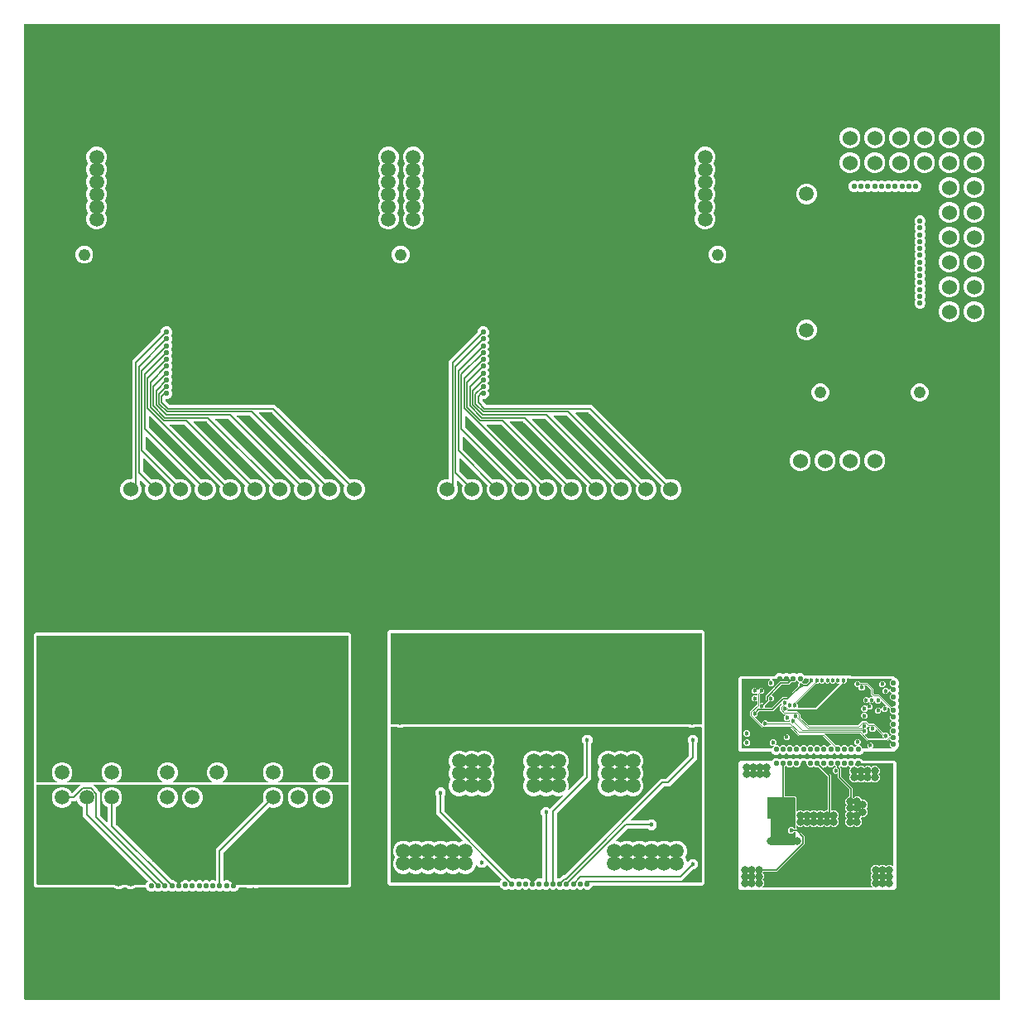
<source format=gbr>
G04 EAGLE Gerber RS-274X export*
G75*
%MOMM*%
%FSLAX34Y34*%
%LPD*%
%INCopper Layer 2*%
%IPPOS*%
%AMOC8*
5,1,8,0,0,1.08239X$1,22.5*%
G01*
%ADD10C,1.219200*%
%ADD11C,0.554000*%
%ADD12C,1.500000*%
%ADD13C,1.524000*%
%ADD14C,0.454000*%
%ADD15C,0.152400*%
%ADD16C,0.825000*%
%ADD17C,0.088900*%
%ADD18C,0.203200*%
%ADD19C,0.604000*%

G36*
X996979Y-438D02*
X996979Y-438D01*
X997008Y-440D01*
X997069Y-418D01*
X997133Y-404D01*
X997157Y-387D01*
X997184Y-377D01*
X997231Y-331D01*
X997284Y-293D01*
X997298Y-267D01*
X997319Y-247D01*
X997331Y-208D01*
X997375Y-129D01*
X997382Y-39D01*
X997394Y0D01*
X997394Y996950D01*
X997388Y996979D01*
X997390Y997008D01*
X997368Y997069D01*
X997354Y997133D01*
X997337Y997157D01*
X997327Y997184D01*
X997281Y997231D01*
X997243Y997284D01*
X997217Y997298D01*
X997197Y997319D01*
X997158Y997331D01*
X997079Y997375D01*
X996989Y997382D01*
X996950Y997394D01*
X0Y997394D01*
X-29Y997388D01*
X-58Y997390D01*
X-119Y997368D01*
X-183Y997354D01*
X-207Y997337D01*
X-234Y997327D01*
X-281Y997281D01*
X-334Y997243D01*
X-348Y997217D01*
X-369Y997197D01*
X-381Y997158D01*
X-425Y997079D01*
X-432Y996989D01*
X-444Y996950D01*
X-444Y0D01*
X-438Y-29D01*
X-440Y-58D01*
X-418Y-119D01*
X-404Y-183D01*
X-387Y-207D01*
X-377Y-234D01*
X-331Y-281D01*
X-293Y-334D01*
X-267Y-348D01*
X-247Y-369D01*
X-208Y-381D01*
X-129Y-425D01*
X-39Y-432D01*
X0Y-444D01*
X996950Y-444D01*
X996979Y-438D01*
G37*
%LPC*%
G36*
X128383Y109878D02*
X128383Y109878D01*
X126244Y110764D01*
X124607Y112401D01*
X124066Y113708D01*
X124045Y113738D01*
X124033Y113772D01*
X123992Y113814D01*
X123959Y113862D01*
X123928Y113881D01*
X123902Y113907D01*
X123865Y113918D01*
X123798Y113958D01*
X123694Y113970D01*
X123656Y113982D01*
X113754Y113982D01*
X113609Y113950D01*
X113584Y113948D01*
X110429Y112641D01*
X106233Y112641D01*
X103078Y113948D01*
X102932Y113975D01*
X102908Y113982D01*
X101487Y113982D01*
X101342Y113950D01*
X101318Y113948D01*
X97856Y112514D01*
X93660Y112514D01*
X90198Y113948D01*
X90052Y113975D01*
X90029Y113982D01*
X11253Y113982D01*
X9207Y116028D01*
X9207Y372922D01*
X11253Y374968D01*
X331647Y374968D01*
X333693Y372922D01*
X333693Y116028D01*
X331647Y113982D01*
X238920Y113982D01*
X238775Y113950D01*
X238750Y113948D01*
X237681Y113505D01*
X235267Y113505D01*
X234198Y113948D01*
X234052Y113975D01*
X234028Y113982D01*
X232840Y113982D01*
X232695Y113950D01*
X232670Y113948D01*
X231968Y113657D01*
X227772Y113657D01*
X227070Y113948D01*
X226924Y113975D01*
X226900Y113982D01*
X219244Y113982D01*
X219208Y113974D01*
X219172Y113976D01*
X219118Y113954D01*
X219061Y113942D01*
X219032Y113920D01*
X218998Y113907D01*
X218973Y113877D01*
X218911Y113831D01*
X218859Y113738D01*
X218834Y113708D01*
X218293Y112401D01*
X216656Y110764D01*
X214517Y109878D01*
X212203Y109878D01*
X210037Y110775D01*
X209994Y110783D01*
X209954Y110800D01*
X209918Y110797D01*
X209853Y110809D01*
X209733Y110779D01*
X209698Y110775D01*
X207532Y109878D01*
X205218Y109878D01*
X203052Y110775D01*
X203009Y110783D01*
X202969Y110800D01*
X202933Y110797D01*
X202868Y110809D01*
X202748Y110779D01*
X202713Y110775D01*
X200547Y109878D01*
X198233Y109878D01*
X196067Y110775D01*
X196024Y110783D01*
X195984Y110800D01*
X195948Y110797D01*
X195883Y110809D01*
X195763Y110779D01*
X195728Y110775D01*
X193562Y109878D01*
X191248Y109878D01*
X189082Y110775D01*
X189039Y110783D01*
X188999Y110800D01*
X188963Y110797D01*
X188898Y110809D01*
X188778Y110779D01*
X188743Y110775D01*
X186577Y109878D01*
X184263Y109878D01*
X182097Y110775D01*
X182054Y110783D01*
X182014Y110800D01*
X181978Y110797D01*
X181913Y110809D01*
X181793Y110779D01*
X181758Y110775D01*
X179592Y109878D01*
X177278Y109878D01*
X175112Y110775D01*
X175069Y110783D01*
X175029Y110800D01*
X174993Y110797D01*
X174928Y110809D01*
X174808Y110779D01*
X174773Y110775D01*
X172607Y109878D01*
X170293Y109878D01*
X168127Y110775D01*
X168084Y110783D01*
X168044Y110800D01*
X168008Y110797D01*
X167943Y110809D01*
X167823Y110779D01*
X167788Y110775D01*
X165622Y109878D01*
X163308Y109878D01*
X161142Y110775D01*
X161099Y110783D01*
X161059Y110800D01*
X161023Y110797D01*
X160958Y110809D01*
X160838Y110779D01*
X160803Y110775D01*
X158637Y109878D01*
X156323Y109878D01*
X154157Y110775D01*
X154114Y110783D01*
X154074Y110800D01*
X154038Y110797D01*
X153973Y110809D01*
X153853Y110779D01*
X153818Y110775D01*
X151652Y109878D01*
X149338Y109878D01*
X147172Y110775D01*
X147129Y110783D01*
X147089Y110800D01*
X147053Y110797D01*
X146988Y110809D01*
X146868Y110779D01*
X146833Y110775D01*
X144667Y109878D01*
X142353Y109878D01*
X140187Y110775D01*
X140144Y110783D01*
X140104Y110800D01*
X140068Y110797D01*
X140003Y110809D01*
X139883Y110779D01*
X139848Y110775D01*
X137682Y109878D01*
X135368Y109878D01*
X133202Y110775D01*
X133159Y110783D01*
X133119Y110800D01*
X133083Y110797D01*
X133018Y110809D01*
X132898Y110779D01*
X132863Y110775D01*
X130697Y109878D01*
X128383Y109878D01*
G37*
%LPD*%
%LPC*%
G36*
X490079Y112164D02*
X490079Y112164D01*
X487940Y113050D01*
X486303Y114687D01*
X485762Y115994D01*
X485742Y116023D01*
X485731Y116053D01*
X485730Y116054D01*
X485729Y116058D01*
X485688Y116100D01*
X485655Y116148D01*
X485624Y116167D01*
X485598Y116193D01*
X485561Y116204D01*
X485494Y116244D01*
X485390Y116256D01*
X485352Y116268D01*
X372949Y116268D01*
X370903Y118314D01*
X370903Y375208D01*
X372949Y377254D01*
X693343Y377254D01*
X695389Y375208D01*
X695389Y118314D01*
X693343Y116268D01*
X580940Y116268D01*
X580904Y116260D01*
X580868Y116262D01*
X580814Y116240D01*
X580757Y116228D01*
X580728Y116206D01*
X580694Y116193D01*
X580669Y116163D01*
X580607Y116117D01*
X580555Y116024D01*
X580530Y115994D01*
X579989Y114687D01*
X578352Y113050D01*
X576213Y112164D01*
X573899Y112164D01*
X571733Y113061D01*
X571690Y113069D01*
X571650Y113086D01*
X571614Y113083D01*
X571549Y113095D01*
X571429Y113065D01*
X571394Y113061D01*
X569228Y112164D01*
X566914Y112164D01*
X564748Y113061D01*
X564705Y113069D01*
X564665Y113086D01*
X564629Y113083D01*
X564564Y113095D01*
X564444Y113065D01*
X564409Y113061D01*
X562243Y112164D01*
X559929Y112164D01*
X557763Y113061D01*
X557720Y113069D01*
X557680Y113086D01*
X557644Y113083D01*
X557579Y113095D01*
X557459Y113065D01*
X557424Y113061D01*
X555258Y112164D01*
X552944Y112164D01*
X550778Y113061D01*
X550735Y113069D01*
X550695Y113086D01*
X550659Y113083D01*
X550594Y113095D01*
X550474Y113065D01*
X550439Y113061D01*
X548273Y112164D01*
X545959Y112164D01*
X543793Y113061D01*
X543750Y113069D01*
X543710Y113086D01*
X543674Y113083D01*
X543609Y113095D01*
X543489Y113065D01*
X543454Y113061D01*
X541288Y112164D01*
X538974Y112164D01*
X536808Y113061D01*
X536765Y113069D01*
X536725Y113086D01*
X536689Y113083D01*
X536624Y113095D01*
X536504Y113065D01*
X536469Y113061D01*
X534303Y112164D01*
X531989Y112164D01*
X529823Y113061D01*
X529780Y113069D01*
X529740Y113086D01*
X529704Y113083D01*
X529639Y113095D01*
X529519Y113065D01*
X529484Y113061D01*
X527318Y112164D01*
X525004Y112164D01*
X522838Y113061D01*
X522795Y113069D01*
X522755Y113086D01*
X522719Y113083D01*
X522654Y113095D01*
X522534Y113065D01*
X522499Y113061D01*
X520333Y112164D01*
X518019Y112164D01*
X515853Y113061D01*
X515810Y113069D01*
X515770Y113086D01*
X515734Y113083D01*
X515669Y113095D01*
X515549Y113065D01*
X515514Y113061D01*
X513348Y112164D01*
X511034Y112164D01*
X508868Y113061D01*
X508825Y113069D01*
X508785Y113086D01*
X508749Y113083D01*
X508684Y113095D01*
X508564Y113065D01*
X508529Y113061D01*
X506363Y112164D01*
X504049Y112164D01*
X501883Y113061D01*
X501840Y113069D01*
X501800Y113086D01*
X501764Y113083D01*
X501699Y113095D01*
X501579Y113065D01*
X501544Y113061D01*
X499378Y112164D01*
X497064Y112164D01*
X494898Y113061D01*
X494855Y113069D01*
X494815Y113086D01*
X494779Y113083D01*
X494714Y113095D01*
X494594Y113065D01*
X494559Y113061D01*
X492393Y112164D01*
X490079Y112164D01*
G37*
%LPD*%
G36*
X32378Y221808D02*
X32378Y221808D01*
X32385Y221807D01*
X32469Y221828D01*
X32554Y221846D01*
X32560Y221850D01*
X32567Y221852D01*
X32635Y221906D01*
X32704Y221957D01*
X32708Y221964D01*
X32714Y221968D01*
X32753Y222045D01*
X32795Y222121D01*
X32796Y222129D01*
X32799Y222135D01*
X32804Y222222D01*
X32811Y222308D01*
X32808Y222315D01*
X32808Y222322D01*
X32777Y222403D01*
X32748Y222484D01*
X32742Y222490D01*
X32740Y222497D01*
X32720Y222512D01*
X32617Y222619D01*
X32575Y222632D01*
X32540Y222660D01*
X32125Y222832D01*
X29157Y225800D01*
X27551Y229677D01*
X27551Y233873D01*
X29157Y237750D01*
X32125Y240718D01*
X36002Y242324D01*
X40198Y242324D01*
X44075Y240718D01*
X47043Y237750D01*
X48649Y233873D01*
X48649Y229677D01*
X47043Y225800D01*
X44075Y222832D01*
X43660Y222660D01*
X43653Y222656D01*
X43646Y222654D01*
X43577Y222603D01*
X43506Y222553D01*
X43502Y222547D01*
X43496Y222543D01*
X43454Y222467D01*
X43409Y222393D01*
X43408Y222385D01*
X43405Y222379D01*
X43398Y222293D01*
X43388Y222207D01*
X43390Y222200D01*
X43389Y222192D01*
X43419Y222111D01*
X43445Y222028D01*
X43450Y222023D01*
X43452Y222016D01*
X43513Y221953D01*
X43571Y221889D01*
X43578Y221886D01*
X43583Y221881D01*
X43607Y221874D01*
X43743Y221815D01*
X43787Y221819D01*
X43829Y221806D01*
X83171Y221806D01*
X83178Y221808D01*
X83185Y221807D01*
X83269Y221828D01*
X83354Y221846D01*
X83360Y221850D01*
X83367Y221852D01*
X83435Y221906D01*
X83504Y221957D01*
X83508Y221964D01*
X83514Y221968D01*
X83553Y222045D01*
X83595Y222121D01*
X83596Y222129D01*
X83599Y222135D01*
X83604Y222222D01*
X83611Y222308D01*
X83608Y222315D01*
X83608Y222322D01*
X83577Y222403D01*
X83548Y222484D01*
X83542Y222490D01*
X83540Y222497D01*
X83520Y222512D01*
X83417Y222619D01*
X83375Y222632D01*
X83340Y222660D01*
X82925Y222832D01*
X79957Y225800D01*
X78351Y229677D01*
X78351Y233873D01*
X79957Y237750D01*
X82925Y240718D01*
X86802Y242324D01*
X90998Y242324D01*
X94875Y240718D01*
X97843Y237750D01*
X99449Y233873D01*
X99449Y229677D01*
X97843Y225800D01*
X94875Y222832D01*
X94460Y222660D01*
X94453Y222656D01*
X94446Y222654D01*
X94377Y222603D01*
X94306Y222553D01*
X94302Y222547D01*
X94296Y222543D01*
X94254Y222467D01*
X94209Y222393D01*
X94208Y222385D01*
X94205Y222379D01*
X94198Y222293D01*
X94188Y222207D01*
X94190Y222200D01*
X94189Y222192D01*
X94219Y222111D01*
X94245Y222028D01*
X94250Y222023D01*
X94252Y222016D01*
X94313Y221953D01*
X94371Y221889D01*
X94378Y221886D01*
X94383Y221881D01*
X94407Y221874D01*
X94543Y221815D01*
X94587Y221819D01*
X94629Y221806D01*
X140321Y221806D01*
X140328Y221808D01*
X140335Y221807D01*
X140419Y221828D01*
X140504Y221846D01*
X140510Y221850D01*
X140517Y221852D01*
X140585Y221906D01*
X140654Y221957D01*
X140658Y221964D01*
X140664Y221968D01*
X140703Y222045D01*
X140745Y222121D01*
X140746Y222129D01*
X140749Y222135D01*
X140754Y222222D01*
X140761Y222308D01*
X140758Y222315D01*
X140758Y222322D01*
X140727Y222403D01*
X140698Y222484D01*
X140692Y222490D01*
X140690Y222497D01*
X140670Y222512D01*
X140567Y222619D01*
X140525Y222632D01*
X140490Y222660D01*
X140075Y222832D01*
X137107Y225800D01*
X135501Y229677D01*
X135501Y233873D01*
X137107Y237750D01*
X140075Y240718D01*
X143952Y242324D01*
X148148Y242324D01*
X152025Y240718D01*
X154993Y237750D01*
X156599Y233873D01*
X156599Y229677D01*
X154993Y225800D01*
X152025Y222832D01*
X151610Y222660D01*
X151603Y222656D01*
X151596Y222654D01*
X151527Y222603D01*
X151456Y222553D01*
X151452Y222547D01*
X151446Y222543D01*
X151404Y222467D01*
X151359Y222393D01*
X151358Y222385D01*
X151355Y222379D01*
X151348Y222293D01*
X151338Y222207D01*
X151340Y222200D01*
X151339Y222192D01*
X151369Y222111D01*
X151395Y222028D01*
X151400Y222023D01*
X151402Y222016D01*
X151463Y221953D01*
X151521Y221889D01*
X151528Y221886D01*
X151533Y221881D01*
X151557Y221874D01*
X151693Y221815D01*
X151737Y221819D01*
X151779Y221806D01*
X191121Y221806D01*
X191128Y221808D01*
X191135Y221807D01*
X191219Y221828D01*
X191304Y221846D01*
X191310Y221850D01*
X191317Y221852D01*
X191385Y221906D01*
X191454Y221957D01*
X191458Y221964D01*
X191464Y221968D01*
X191503Y222045D01*
X191545Y222121D01*
X191546Y222129D01*
X191549Y222135D01*
X191554Y222222D01*
X191561Y222308D01*
X191558Y222315D01*
X191558Y222322D01*
X191527Y222403D01*
X191498Y222484D01*
X191492Y222490D01*
X191490Y222497D01*
X191470Y222512D01*
X191367Y222619D01*
X191325Y222632D01*
X191290Y222660D01*
X190875Y222832D01*
X187907Y225800D01*
X186301Y229677D01*
X186301Y233873D01*
X187907Y237750D01*
X190875Y240718D01*
X194752Y242324D01*
X198948Y242324D01*
X202825Y240718D01*
X205793Y237750D01*
X207399Y233873D01*
X207399Y229677D01*
X205793Y225800D01*
X202825Y222832D01*
X202410Y222660D01*
X202403Y222656D01*
X202396Y222654D01*
X202327Y222603D01*
X202256Y222553D01*
X202252Y222547D01*
X202246Y222543D01*
X202204Y222467D01*
X202159Y222393D01*
X202158Y222385D01*
X202155Y222379D01*
X202148Y222293D01*
X202138Y222207D01*
X202140Y222200D01*
X202139Y222192D01*
X202169Y222111D01*
X202195Y222028D01*
X202200Y222023D01*
X202202Y222016D01*
X202263Y221953D01*
X202321Y221889D01*
X202328Y221886D01*
X202333Y221881D01*
X202357Y221874D01*
X202493Y221815D01*
X202537Y221819D01*
X202579Y221806D01*
X248271Y221806D01*
X248278Y221808D01*
X248285Y221807D01*
X248369Y221828D01*
X248454Y221846D01*
X248460Y221850D01*
X248467Y221852D01*
X248535Y221906D01*
X248604Y221957D01*
X248608Y221964D01*
X248614Y221968D01*
X248653Y222045D01*
X248695Y222121D01*
X248696Y222129D01*
X248699Y222135D01*
X248704Y222222D01*
X248711Y222308D01*
X248708Y222315D01*
X248708Y222322D01*
X248677Y222403D01*
X248648Y222484D01*
X248642Y222490D01*
X248640Y222497D01*
X248620Y222512D01*
X248517Y222619D01*
X248475Y222632D01*
X248440Y222660D01*
X248025Y222832D01*
X245057Y225800D01*
X243451Y229677D01*
X243451Y233873D01*
X245057Y237750D01*
X248025Y240718D01*
X251902Y242324D01*
X256098Y242324D01*
X259975Y240718D01*
X262943Y237750D01*
X264549Y233873D01*
X264549Y229677D01*
X262943Y225800D01*
X259975Y222832D01*
X259560Y222660D01*
X259553Y222656D01*
X259546Y222654D01*
X259477Y222603D01*
X259406Y222553D01*
X259402Y222547D01*
X259396Y222543D01*
X259354Y222467D01*
X259309Y222393D01*
X259308Y222385D01*
X259305Y222379D01*
X259298Y222293D01*
X259288Y222207D01*
X259290Y222200D01*
X259289Y222192D01*
X259319Y222111D01*
X259345Y222028D01*
X259350Y222023D01*
X259352Y222016D01*
X259413Y221953D01*
X259471Y221889D01*
X259478Y221886D01*
X259483Y221881D01*
X259507Y221874D01*
X259643Y221815D01*
X259687Y221819D01*
X259729Y221806D01*
X299071Y221806D01*
X299078Y221808D01*
X299085Y221807D01*
X299169Y221828D01*
X299254Y221846D01*
X299260Y221850D01*
X299267Y221852D01*
X299335Y221906D01*
X299404Y221957D01*
X299408Y221964D01*
X299414Y221968D01*
X299453Y222045D01*
X299495Y222121D01*
X299496Y222129D01*
X299499Y222135D01*
X299504Y222222D01*
X299511Y222308D01*
X299508Y222315D01*
X299508Y222322D01*
X299477Y222403D01*
X299448Y222484D01*
X299442Y222490D01*
X299440Y222497D01*
X299420Y222512D01*
X299317Y222619D01*
X299275Y222632D01*
X299240Y222660D01*
X298825Y222832D01*
X295857Y225800D01*
X294251Y229677D01*
X294251Y233873D01*
X295857Y237750D01*
X298825Y240718D01*
X302702Y242324D01*
X306898Y242324D01*
X310775Y240718D01*
X313743Y237750D01*
X315349Y233873D01*
X315349Y229677D01*
X313743Y225800D01*
X310775Y222832D01*
X310360Y222660D01*
X310353Y222656D01*
X310346Y222654D01*
X310277Y222603D01*
X310206Y222553D01*
X310202Y222547D01*
X310196Y222543D01*
X310154Y222467D01*
X310109Y222393D01*
X310108Y222385D01*
X310105Y222379D01*
X310098Y222293D01*
X310088Y222207D01*
X310090Y222200D01*
X310089Y222192D01*
X310119Y222111D01*
X310145Y222028D01*
X310150Y222023D01*
X310152Y222016D01*
X310213Y221953D01*
X310271Y221889D01*
X310278Y221886D01*
X310283Y221881D01*
X310307Y221874D01*
X310443Y221815D01*
X310487Y221819D01*
X310529Y221806D01*
X330200Y221806D01*
X330229Y221812D01*
X330258Y221810D01*
X330319Y221832D01*
X330383Y221846D01*
X330407Y221863D01*
X330434Y221873D01*
X330481Y221919D01*
X330534Y221957D01*
X330548Y221983D01*
X330569Y222003D01*
X330581Y222042D01*
X330625Y222121D01*
X330632Y222211D01*
X330644Y222250D01*
X330644Y371475D01*
X330638Y371504D01*
X330640Y371533D01*
X330618Y371594D01*
X330604Y371658D01*
X330587Y371682D01*
X330577Y371709D01*
X330531Y371756D01*
X330493Y371809D01*
X330467Y371823D01*
X330447Y371844D01*
X330408Y371856D01*
X330329Y371900D01*
X330239Y371907D01*
X330200Y371919D01*
X12700Y371919D01*
X12671Y371913D01*
X12642Y371915D01*
X12581Y371893D01*
X12517Y371879D01*
X12493Y371862D01*
X12466Y371852D01*
X12419Y371806D01*
X12366Y371768D01*
X12352Y371742D01*
X12331Y371722D01*
X12319Y371683D01*
X12275Y371604D01*
X12268Y371514D01*
X12256Y371475D01*
X12256Y222250D01*
X12262Y222221D01*
X12260Y222192D01*
X12282Y222131D01*
X12296Y222067D01*
X12313Y222043D01*
X12323Y222016D01*
X12369Y221969D01*
X12407Y221916D01*
X12433Y221902D01*
X12453Y221881D01*
X12492Y221869D01*
X12571Y221825D01*
X12661Y221818D01*
X12700Y221806D01*
X32371Y221806D01*
X32378Y221808D01*
G37*
G36*
X485230Y119325D02*
X485230Y119325D01*
X485266Y119323D01*
X485320Y119345D01*
X485377Y119357D01*
X485406Y119379D01*
X485440Y119392D01*
X485465Y119422D01*
X485528Y119468D01*
X485579Y119561D01*
X485604Y119591D01*
X486303Y121279D01*
X487426Y122402D01*
X487442Y122427D01*
X487464Y122446D01*
X487492Y122505D01*
X487528Y122559D01*
X487532Y122588D01*
X487544Y122615D01*
X487546Y122680D01*
X487555Y122745D01*
X487547Y122773D01*
X487548Y122802D01*
X487529Y122838D01*
X487504Y122925D01*
X487445Y122994D01*
X487426Y123030D01*
X473147Y137309D01*
X473122Y137325D01*
X473103Y137347D01*
X473044Y137375D01*
X472989Y137411D01*
X472960Y137415D01*
X472934Y137427D01*
X472868Y137429D01*
X472804Y137438D01*
X472776Y137430D01*
X472746Y137431D01*
X472711Y137412D01*
X472624Y137387D01*
X472554Y137328D01*
X472519Y137309D01*
X469526Y134316D01*
X465120Y134316D01*
X461902Y137534D01*
X461890Y137542D01*
X461881Y137554D01*
X461812Y137592D01*
X461745Y137635D01*
X461730Y137638D01*
X461717Y137645D01*
X461638Y137651D01*
X461559Y137663D01*
X461545Y137659D01*
X461531Y137660D01*
X461456Y137633D01*
X461379Y137612D01*
X461368Y137602D01*
X461354Y137597D01*
X461297Y137542D01*
X461236Y137490D01*
X461230Y137477D01*
X461220Y137467D01*
X461209Y137433D01*
X461156Y137321D01*
X461155Y137255D01*
X461145Y137220D01*
X461145Y136713D01*
X459539Y132836D01*
X456571Y129868D01*
X452694Y128262D01*
X448498Y128262D01*
X444621Y129868D01*
X444560Y129929D01*
X444535Y129945D01*
X444516Y129967D01*
X444457Y129995D01*
X444402Y130031D01*
X444373Y130035D01*
X444347Y130047D01*
X444282Y130049D01*
X444217Y130058D01*
X444189Y130050D01*
X444159Y130051D01*
X444124Y130032D01*
X444037Y130007D01*
X443968Y129948D01*
X443932Y129929D01*
X443871Y129868D01*
X439994Y128262D01*
X435798Y128262D01*
X431921Y129868D01*
X431860Y129929D01*
X431835Y129945D01*
X431816Y129967D01*
X431757Y129995D01*
X431702Y130031D01*
X431673Y130035D01*
X431647Y130047D01*
X431582Y130049D01*
X431517Y130058D01*
X431489Y130050D01*
X431459Y130051D01*
X431424Y130032D01*
X431337Y130007D01*
X431268Y129948D01*
X431232Y129929D01*
X431171Y129868D01*
X427294Y128262D01*
X423098Y128262D01*
X419221Y129868D01*
X419160Y129929D01*
X419135Y129945D01*
X419116Y129967D01*
X419057Y129995D01*
X419002Y130031D01*
X418973Y130035D01*
X418947Y130047D01*
X418882Y130049D01*
X418817Y130058D01*
X418789Y130050D01*
X418759Y130051D01*
X418724Y130032D01*
X418637Y130007D01*
X418568Y129948D01*
X418532Y129929D01*
X418471Y129868D01*
X414594Y128262D01*
X410398Y128262D01*
X406521Y129868D01*
X406460Y129929D01*
X406435Y129945D01*
X406416Y129967D01*
X406357Y129995D01*
X406302Y130031D01*
X406273Y130035D01*
X406247Y130047D01*
X406182Y130049D01*
X406117Y130058D01*
X406089Y130050D01*
X406059Y130051D01*
X406024Y130032D01*
X405937Y130007D01*
X405868Y129948D01*
X405832Y129929D01*
X405771Y129868D01*
X401894Y128262D01*
X397698Y128262D01*
X393821Y129868D01*
X393760Y129929D01*
X393735Y129945D01*
X393716Y129967D01*
X393657Y129995D01*
X393602Y130031D01*
X393573Y130035D01*
X393547Y130047D01*
X393482Y130049D01*
X393417Y130058D01*
X393389Y130050D01*
X393359Y130051D01*
X393324Y130032D01*
X393237Y130007D01*
X393168Y129948D01*
X393132Y129929D01*
X393071Y129868D01*
X389194Y128262D01*
X384998Y128262D01*
X381121Y129868D01*
X378153Y132836D01*
X376547Y136713D01*
X376547Y140909D01*
X378153Y144786D01*
X378214Y144847D01*
X378230Y144872D01*
X378252Y144891D01*
X378280Y144950D01*
X378316Y145005D01*
X378320Y145034D01*
X378332Y145060D01*
X378334Y145125D01*
X378343Y145190D01*
X378335Y145218D01*
X378336Y145247D01*
X378317Y145283D01*
X378292Y145370D01*
X378233Y145439D01*
X378214Y145475D01*
X378153Y145536D01*
X376547Y149413D01*
X376547Y153609D01*
X378153Y157486D01*
X381121Y160454D01*
X384998Y162060D01*
X389194Y162060D01*
X393071Y160454D01*
X393132Y160393D01*
X393157Y160377D01*
X393176Y160355D01*
X393235Y160327D01*
X393290Y160291D01*
X393319Y160287D01*
X393345Y160275D01*
X393410Y160273D01*
X393475Y160264D01*
X393503Y160272D01*
X393533Y160271D01*
X393568Y160290D01*
X393655Y160315D01*
X393724Y160374D01*
X393760Y160393D01*
X393821Y160454D01*
X397698Y162060D01*
X401894Y162060D01*
X405771Y160454D01*
X405832Y160393D01*
X405857Y160377D01*
X405876Y160355D01*
X405935Y160327D01*
X405990Y160291D01*
X406019Y160287D01*
X406045Y160275D01*
X406110Y160273D01*
X406175Y160264D01*
X406203Y160272D01*
X406233Y160271D01*
X406268Y160290D01*
X406355Y160315D01*
X406424Y160374D01*
X406460Y160393D01*
X406521Y160454D01*
X410398Y162060D01*
X414594Y162060D01*
X418471Y160454D01*
X418532Y160393D01*
X418557Y160377D01*
X418576Y160355D01*
X418635Y160327D01*
X418690Y160291D01*
X418719Y160287D01*
X418745Y160275D01*
X418810Y160273D01*
X418875Y160264D01*
X418903Y160272D01*
X418933Y160271D01*
X418968Y160290D01*
X419055Y160315D01*
X419124Y160374D01*
X419160Y160393D01*
X419221Y160454D01*
X423098Y162060D01*
X427294Y162060D01*
X431171Y160454D01*
X431232Y160393D01*
X431257Y160377D01*
X431276Y160355D01*
X431335Y160327D01*
X431390Y160291D01*
X431419Y160287D01*
X431445Y160275D01*
X431510Y160273D01*
X431575Y160264D01*
X431603Y160272D01*
X431633Y160271D01*
X431668Y160290D01*
X431755Y160315D01*
X431824Y160374D01*
X431860Y160393D01*
X431921Y160454D01*
X435798Y162060D01*
X439994Y162060D01*
X443871Y160454D01*
X443932Y160393D01*
X443957Y160377D01*
X443976Y160355D01*
X444035Y160327D01*
X444090Y160291D01*
X444119Y160287D01*
X444145Y160275D01*
X444210Y160273D01*
X444275Y160264D01*
X444303Y160272D01*
X444333Y160271D01*
X444368Y160290D01*
X444455Y160315D01*
X444524Y160374D01*
X444560Y160393D01*
X444621Y160454D01*
X447812Y161776D01*
X447830Y161788D01*
X447851Y161794D01*
X447907Y161841D01*
X447966Y161882D01*
X447978Y161901D01*
X447994Y161916D01*
X448025Y161981D01*
X448063Y162043D01*
X448065Y162065D01*
X448074Y162085D01*
X448076Y162157D01*
X448084Y162229D01*
X448077Y162250D01*
X448078Y162272D01*
X448059Y162307D01*
X448027Y162408D01*
X447974Y162465D01*
X447956Y162500D01*
X423642Y186813D01*
X421131Y189324D01*
X421131Y207470D01*
X421122Y207513D01*
X421123Y207557D01*
X421106Y207589D01*
X421092Y207653D01*
X421018Y207753D01*
X421001Y207784D01*
X419877Y208908D01*
X419877Y213314D01*
X422993Y216430D01*
X427399Y216430D01*
X430515Y213314D01*
X430515Y208908D01*
X429391Y207784D01*
X429367Y207747D01*
X429336Y207717D01*
X429325Y207682D01*
X429289Y207626D01*
X429271Y207504D01*
X429261Y207470D01*
X429261Y192875D01*
X429270Y192833D01*
X429269Y192789D01*
X429286Y192757D01*
X429300Y192692D01*
X429374Y192593D01*
X429391Y192562D01*
X498021Y123932D01*
X498057Y123908D01*
X498088Y123877D01*
X498123Y123866D01*
X498178Y123830D01*
X498301Y123812D01*
X498334Y123802D01*
X499378Y123802D01*
X501544Y122905D01*
X501587Y122897D01*
X501627Y122880D01*
X501663Y122883D01*
X501728Y122871D01*
X501848Y122901D01*
X501883Y122905D01*
X504049Y123802D01*
X506363Y123802D01*
X508529Y122905D01*
X508572Y122897D01*
X508612Y122880D01*
X508648Y122883D01*
X508713Y122871D01*
X508833Y122901D01*
X508868Y122905D01*
X511034Y123802D01*
X513348Y123802D01*
X515487Y122916D01*
X517124Y121279D01*
X517823Y119591D01*
X517844Y119561D01*
X517856Y119527D01*
X517897Y119485D01*
X517930Y119437D01*
X517961Y119418D01*
X517986Y119392D01*
X518024Y119381D01*
X518090Y119341D01*
X518195Y119329D01*
X518233Y119317D01*
X520119Y119317D01*
X520155Y119325D01*
X520191Y119323D01*
X520245Y119345D01*
X520302Y119357D01*
X520331Y119379D01*
X520365Y119392D01*
X520390Y119422D01*
X520453Y119468D01*
X520504Y119561D01*
X520529Y119591D01*
X521228Y121279D01*
X522865Y122916D01*
X525004Y123802D01*
X527318Y123802D01*
X528468Y123326D01*
X528489Y123322D01*
X528509Y123311D01*
X528581Y123305D01*
X528652Y123292D01*
X528673Y123297D01*
X528695Y123296D01*
X528764Y123320D01*
X528834Y123338D01*
X528851Y123351D01*
X528872Y123359D01*
X528924Y123409D01*
X528981Y123454D01*
X528991Y123474D01*
X529006Y123489D01*
X529018Y123527D01*
X529066Y123621D01*
X529070Y123698D01*
X529081Y123736D01*
X529081Y187494D01*
X529072Y187537D01*
X529073Y187581D01*
X529056Y187613D01*
X529042Y187677D01*
X528968Y187777D01*
X528951Y187808D01*
X527827Y188932D01*
X527827Y193338D01*
X530943Y196454D01*
X535349Y196454D01*
X536781Y195022D01*
X536806Y195006D01*
X536825Y194984D01*
X536884Y194956D01*
X536938Y194920D01*
X536967Y194916D01*
X536994Y194904D01*
X537059Y194902D01*
X537124Y194893D01*
X537152Y194901D01*
X537181Y194900D01*
X537217Y194919D01*
X537304Y194944D01*
X537373Y195003D01*
X537408Y195022D01*
X538577Y196191D01*
X549917Y207530D01*
X549921Y207537D01*
X549927Y207541D01*
X549971Y207615D01*
X550018Y207688D01*
X550020Y207695D01*
X550023Y207701D01*
X550033Y207787D01*
X550046Y207873D01*
X550044Y207880D01*
X550045Y207888D01*
X550018Y207970D01*
X549995Y208053D01*
X549990Y208059D01*
X549987Y208066D01*
X549930Y208130D01*
X549873Y208196D01*
X549867Y208199D01*
X549862Y208205D01*
X549783Y208239D01*
X549704Y208276D01*
X549697Y208276D01*
X549690Y208279D01*
X549665Y208277D01*
X549517Y208279D01*
X549478Y208258D01*
X549433Y208254D01*
X547944Y207637D01*
X543748Y207637D01*
X539871Y209243D01*
X539810Y209304D01*
X539785Y209320D01*
X539766Y209342D01*
X539707Y209370D01*
X539652Y209406D01*
X539623Y209410D01*
X539597Y209422D01*
X539532Y209424D01*
X539467Y209433D01*
X539439Y209425D01*
X539409Y209426D01*
X539374Y209407D01*
X539287Y209382D01*
X539218Y209323D01*
X539182Y209304D01*
X539121Y209243D01*
X535244Y207637D01*
X531048Y207637D01*
X527171Y209243D01*
X527110Y209304D01*
X527085Y209320D01*
X527066Y209342D01*
X527007Y209370D01*
X526952Y209406D01*
X526923Y209410D01*
X526897Y209422D01*
X526832Y209424D01*
X526767Y209433D01*
X526739Y209425D01*
X526710Y209426D01*
X526674Y209407D01*
X526587Y209382D01*
X526518Y209323D01*
X526482Y209304D01*
X526421Y209243D01*
X522544Y207637D01*
X518348Y207637D01*
X514471Y209243D01*
X511503Y212211D01*
X509897Y216088D01*
X509897Y220284D01*
X511503Y224161D01*
X511564Y224222D01*
X511580Y224247D01*
X511602Y224266D01*
X511630Y224325D01*
X511666Y224380D01*
X511670Y224409D01*
X511682Y224435D01*
X511684Y224500D01*
X511693Y224565D01*
X511685Y224593D01*
X511686Y224622D01*
X511667Y224658D01*
X511642Y224745D01*
X511583Y224814D01*
X511564Y224850D01*
X511503Y224911D01*
X509897Y228788D01*
X509897Y232984D01*
X511503Y236861D01*
X511564Y236922D01*
X511580Y236947D01*
X511602Y236966D01*
X511630Y237025D01*
X511666Y237080D01*
X511670Y237109D01*
X511682Y237135D01*
X511684Y237200D01*
X511693Y237265D01*
X511685Y237293D01*
X511686Y237322D01*
X511667Y237358D01*
X511642Y237445D01*
X511583Y237514D01*
X511564Y237550D01*
X511503Y237611D01*
X509897Y241488D01*
X509897Y245684D01*
X511503Y249561D01*
X514471Y252529D01*
X518348Y254135D01*
X522544Y254135D01*
X526421Y252529D01*
X526482Y252468D01*
X526507Y252452D01*
X526526Y252430D01*
X526585Y252402D01*
X526640Y252366D01*
X526669Y252362D01*
X526695Y252350D01*
X526760Y252348D01*
X526825Y252339D01*
X526853Y252347D01*
X526883Y252346D01*
X526918Y252365D01*
X527005Y252390D01*
X527074Y252449D01*
X527110Y252468D01*
X527171Y252529D01*
X531048Y254135D01*
X535244Y254135D01*
X539121Y252529D01*
X539182Y252468D01*
X539207Y252452D01*
X539226Y252430D01*
X539285Y252402D01*
X539340Y252366D01*
X539369Y252362D01*
X539395Y252350D01*
X539460Y252348D01*
X539525Y252339D01*
X539553Y252347D01*
X539582Y252346D01*
X539618Y252365D01*
X539705Y252390D01*
X539774Y252449D01*
X539810Y252468D01*
X539871Y252529D01*
X543748Y254135D01*
X547944Y254135D01*
X551821Y252529D01*
X554789Y249561D01*
X556395Y245684D01*
X556395Y241488D01*
X554789Y237611D01*
X554728Y237550D01*
X554712Y237525D01*
X554690Y237506D01*
X554662Y237447D01*
X554626Y237392D01*
X554622Y237363D01*
X554610Y237337D01*
X554608Y237272D01*
X554599Y237207D01*
X554607Y237179D01*
X554606Y237150D01*
X554625Y237114D01*
X554650Y237027D01*
X554709Y236958D01*
X554728Y236922D01*
X554789Y236861D01*
X556395Y232984D01*
X556395Y228788D01*
X554789Y224911D01*
X554728Y224850D01*
X554712Y224825D01*
X554690Y224806D01*
X554662Y224747D01*
X554626Y224692D01*
X554622Y224663D01*
X554610Y224637D01*
X554608Y224572D01*
X554599Y224507D01*
X554607Y224479D01*
X554606Y224450D01*
X554625Y224414D01*
X554650Y224327D01*
X554709Y224258D01*
X554728Y224222D01*
X554789Y224161D01*
X556395Y220284D01*
X556395Y216088D01*
X555778Y214599D01*
X555777Y214591D01*
X555773Y214585D01*
X555760Y214499D01*
X555744Y214414D01*
X555746Y214407D01*
X555745Y214400D01*
X555769Y214316D01*
X555790Y214233D01*
X555794Y214227D01*
X555797Y214220D01*
X555853Y214153D01*
X555906Y214086D01*
X555913Y214082D01*
X555918Y214077D01*
X555996Y214040D01*
X556073Y214000D01*
X556080Y214000D01*
X556087Y213997D01*
X556174Y213995D01*
X556260Y213991D01*
X556267Y213994D01*
X556274Y213994D01*
X556296Y214005D01*
X556434Y214060D01*
X556463Y214094D01*
X556502Y214115D01*
X570951Y228565D01*
X570975Y228601D01*
X571006Y228632D01*
X571017Y228667D01*
X571053Y228722D01*
X571071Y228845D01*
X571081Y228878D01*
X571081Y261470D01*
X571072Y261513D01*
X571073Y261557D01*
X571056Y261589D01*
X571042Y261653D01*
X570968Y261753D01*
X570951Y261784D01*
X569827Y262908D01*
X569827Y267314D01*
X572943Y270430D01*
X577349Y270430D01*
X580465Y267314D01*
X580465Y262908D01*
X579341Y261784D01*
X579317Y261747D01*
X579286Y261717D01*
X579275Y261682D01*
X579239Y261626D01*
X579221Y261504D01*
X579211Y261470D01*
X579211Y225327D01*
X576700Y222816D01*
X544326Y190442D01*
X544302Y190406D01*
X544271Y190375D01*
X544260Y190340D01*
X544224Y190285D01*
X544206Y190162D01*
X544196Y190129D01*
X544196Y123736D01*
X544200Y123714D01*
X544198Y123692D01*
X544220Y123623D01*
X544235Y123553D01*
X544248Y123535D01*
X544255Y123514D01*
X544304Y123460D01*
X544347Y123402D01*
X544366Y123391D01*
X544381Y123375D01*
X544447Y123346D01*
X544511Y123311D01*
X544533Y123309D01*
X544553Y123300D01*
X544592Y123304D01*
X544697Y123296D01*
X544771Y123322D01*
X544809Y123326D01*
X545959Y123802D01*
X547003Y123802D01*
X547045Y123811D01*
X547089Y123810D01*
X547121Y123827D01*
X547186Y123841D01*
X547285Y123915D01*
X547316Y123932D01*
X550230Y126846D01*
X551599Y126846D01*
X551641Y126855D01*
X551685Y126854D01*
X551717Y126871D01*
X551782Y126885D01*
X551881Y126959D01*
X551912Y126976D01*
X650482Y225546D01*
X655824Y225546D01*
X655867Y225555D01*
X655911Y225554D01*
X655943Y225571D01*
X656007Y225585D01*
X656107Y225659D01*
X656138Y225676D01*
X678901Y248439D01*
X678925Y248476D01*
X678956Y248506D01*
X678967Y248541D01*
X679003Y248596D01*
X679021Y248719D01*
X679031Y248753D01*
X679031Y261470D01*
X679022Y261513D01*
X679023Y261557D01*
X679006Y261589D01*
X678992Y261653D01*
X678918Y261753D01*
X678901Y261784D01*
X677777Y262908D01*
X677777Y267314D01*
X680893Y270430D01*
X685299Y270430D01*
X688415Y267314D01*
X688415Y262908D01*
X687291Y261784D01*
X687267Y261747D01*
X687236Y261717D01*
X687225Y261682D01*
X687189Y261626D01*
X687171Y261504D01*
X687161Y261470D01*
X687161Y245202D01*
X659375Y217416D01*
X654033Y217416D01*
X653991Y217407D01*
X653947Y217408D01*
X653915Y217391D01*
X653850Y217377D01*
X653751Y217303D01*
X653720Y217286D01*
X619691Y183257D01*
X619683Y183245D01*
X619671Y183236D01*
X619632Y183167D01*
X619589Y183100D01*
X619587Y183085D01*
X619580Y183072D01*
X619573Y182993D01*
X619562Y182914D01*
X619566Y182900D01*
X619564Y182886D01*
X619591Y182811D01*
X619613Y182734D01*
X619623Y182723D01*
X619628Y182709D01*
X619683Y182652D01*
X619734Y182591D01*
X619748Y182585D01*
X619758Y182575D01*
X619792Y182564D01*
X619904Y182511D01*
X619970Y182510D01*
X620004Y182500D01*
X637455Y182500D01*
X637498Y182509D01*
X637542Y182508D01*
X637574Y182525D01*
X637638Y182539D01*
X637738Y182613D01*
X637769Y182630D01*
X638893Y183754D01*
X643299Y183754D01*
X646415Y180638D01*
X646415Y176232D01*
X643299Y173116D01*
X638893Y173116D01*
X637769Y174240D01*
X637735Y174262D01*
X637730Y174267D01*
X637728Y174268D01*
X637702Y174295D01*
X637667Y174306D01*
X637611Y174342D01*
X637489Y174360D01*
X637455Y174370D01*
X616420Y174370D01*
X616378Y174361D01*
X616334Y174362D01*
X616302Y174345D01*
X616237Y174331D01*
X616138Y174257D01*
X616107Y174240D01*
X604684Y162817D01*
X604676Y162805D01*
X604664Y162796D01*
X604625Y162727D01*
X604582Y162660D01*
X604580Y162645D01*
X604573Y162632D01*
X604566Y162553D01*
X604555Y162474D01*
X604559Y162460D01*
X604557Y162446D01*
X604584Y162371D01*
X604606Y162294D01*
X604616Y162283D01*
X604621Y162269D01*
X604676Y162212D01*
X604727Y162151D01*
X604741Y162145D01*
X604751Y162135D01*
X604785Y162124D01*
X604897Y162071D01*
X604963Y162070D01*
X604997Y162060D01*
X605094Y162060D01*
X608971Y160454D01*
X609032Y160393D01*
X609057Y160377D01*
X609076Y160355D01*
X609135Y160327D01*
X609190Y160291D01*
X609219Y160287D01*
X609245Y160275D01*
X609310Y160273D01*
X609375Y160264D01*
X609403Y160272D01*
X609432Y160271D01*
X609468Y160290D01*
X609555Y160315D01*
X609624Y160374D01*
X609660Y160393D01*
X609721Y160454D01*
X613598Y162060D01*
X617794Y162060D01*
X621671Y160454D01*
X621732Y160393D01*
X621757Y160377D01*
X621776Y160355D01*
X621835Y160327D01*
X621890Y160291D01*
X621919Y160287D01*
X621945Y160275D01*
X622010Y160273D01*
X622075Y160264D01*
X622103Y160272D01*
X622132Y160271D01*
X622168Y160290D01*
X622255Y160315D01*
X622324Y160374D01*
X622360Y160393D01*
X622421Y160454D01*
X626298Y162060D01*
X630494Y162060D01*
X634371Y160454D01*
X634432Y160393D01*
X634457Y160377D01*
X634476Y160355D01*
X634535Y160327D01*
X634590Y160291D01*
X634619Y160287D01*
X634645Y160275D01*
X634710Y160273D01*
X634775Y160264D01*
X634803Y160272D01*
X634832Y160271D01*
X634868Y160290D01*
X634955Y160315D01*
X635024Y160374D01*
X635060Y160393D01*
X635121Y160454D01*
X638998Y162060D01*
X643194Y162060D01*
X647071Y160454D01*
X647132Y160393D01*
X647157Y160377D01*
X647176Y160355D01*
X647235Y160327D01*
X647290Y160291D01*
X647319Y160287D01*
X647345Y160275D01*
X647410Y160273D01*
X647475Y160264D01*
X647503Y160272D01*
X647532Y160271D01*
X647568Y160290D01*
X647655Y160315D01*
X647724Y160374D01*
X647760Y160393D01*
X647821Y160454D01*
X651698Y162060D01*
X655894Y162060D01*
X659771Y160454D01*
X659832Y160393D01*
X659857Y160377D01*
X659876Y160355D01*
X659935Y160327D01*
X659990Y160291D01*
X660019Y160287D01*
X660045Y160275D01*
X660110Y160273D01*
X660175Y160264D01*
X660203Y160272D01*
X660232Y160271D01*
X660268Y160290D01*
X660355Y160315D01*
X660424Y160374D01*
X660460Y160393D01*
X660521Y160454D01*
X664398Y162060D01*
X668594Y162060D01*
X672471Y160454D01*
X675439Y157486D01*
X677045Y153609D01*
X677045Y149413D01*
X675439Y145536D01*
X675378Y145475D01*
X675362Y145450D01*
X675340Y145431D01*
X675312Y145372D01*
X675276Y145317D01*
X675272Y145288D01*
X675260Y145262D01*
X675258Y145197D01*
X675249Y145132D01*
X675257Y145104D01*
X675256Y145075D01*
X675275Y145039D01*
X675300Y144952D01*
X675359Y144883D01*
X675378Y144847D01*
X675439Y144786D01*
X677045Y140909D01*
X677045Y140653D01*
X677048Y140638D01*
X677046Y140624D01*
X677068Y140547D01*
X677084Y140470D01*
X677093Y140458D01*
X677097Y140444D01*
X677149Y140383D01*
X677196Y140319D01*
X677209Y140312D01*
X677218Y140301D01*
X677290Y140267D01*
X677360Y140228D01*
X677374Y140227D01*
X677388Y140221D01*
X677467Y140219D01*
X677546Y140213D01*
X677560Y140218D01*
X677575Y140218D01*
X677606Y140234D01*
X677723Y140276D01*
X677770Y140322D01*
X677802Y140339D01*
X680893Y143430D01*
X685299Y143430D01*
X688415Y140314D01*
X688415Y135908D01*
X685299Y132792D01*
X683709Y132792D01*
X683667Y132783D01*
X683623Y132784D01*
X683591Y132767D01*
X683526Y132753D01*
X683427Y132679D01*
X683396Y132662D01*
X672080Y121346D01*
X573640Y121346D01*
X573619Y121342D01*
X573597Y121344D01*
X573528Y121322D01*
X573457Y121307D01*
X573439Y121294D01*
X573418Y121287D01*
X573365Y121238D01*
X573307Y121195D01*
X573296Y121176D01*
X573279Y121161D01*
X573251Y121095D01*
X573216Y121031D01*
X573214Y121009D01*
X573205Y120989D01*
X573209Y120950D01*
X573200Y120845D01*
X573226Y120771D01*
X573230Y120733D01*
X573703Y119591D01*
X573724Y119561D01*
X573736Y119527D01*
X573777Y119485D01*
X573810Y119437D01*
X573841Y119418D01*
X573866Y119392D01*
X573904Y119381D01*
X573970Y119341D01*
X574075Y119329D01*
X574113Y119317D01*
X691896Y119317D01*
X691925Y119323D01*
X691954Y119321D01*
X692015Y119343D01*
X692079Y119357D01*
X692103Y119374D01*
X692130Y119384D01*
X692177Y119430D01*
X692230Y119468D01*
X692244Y119494D01*
X692265Y119514D01*
X692277Y119553D01*
X692321Y119632D01*
X692328Y119722D01*
X692340Y119761D01*
X692340Y277749D01*
X692334Y277774D01*
X692336Y277794D01*
X692335Y277796D01*
X692336Y277807D01*
X692314Y277868D01*
X692300Y277932D01*
X692283Y277956D01*
X692273Y277983D01*
X692227Y278030D01*
X692189Y278083D01*
X692163Y278097D01*
X692143Y278118D01*
X692104Y278130D01*
X692025Y278174D01*
X691935Y278181D01*
X691896Y278193D01*
X686261Y278193D01*
X686116Y278161D01*
X686091Y278159D01*
X684469Y277487D01*
X680273Y277487D01*
X678651Y278159D01*
X678505Y278186D01*
X678481Y278193D01*
X387811Y278193D01*
X387666Y278161D01*
X387641Y278159D01*
X386019Y277487D01*
X381823Y277487D01*
X380201Y278159D01*
X380055Y278186D01*
X380031Y278193D01*
X374396Y278193D01*
X374367Y278187D01*
X374338Y278189D01*
X374277Y278167D01*
X374213Y278153D01*
X374189Y278136D01*
X374162Y278126D01*
X374115Y278080D01*
X374062Y278042D01*
X374048Y278016D01*
X374027Y277996D01*
X374015Y277957D01*
X373971Y277878D01*
X373964Y277788D01*
X373952Y277749D01*
X373952Y119761D01*
X373958Y119732D01*
X373956Y119703D01*
X373978Y119642D01*
X373992Y119578D01*
X374009Y119554D01*
X374019Y119527D01*
X374065Y119480D01*
X374103Y119427D01*
X374129Y119413D01*
X374149Y119392D01*
X374188Y119380D01*
X374267Y119336D01*
X374357Y119329D01*
X374396Y119317D01*
X485194Y119317D01*
X485230Y119325D01*
G37*
G36*
X691925Y281248D02*
X691925Y281248D01*
X691954Y281246D01*
X692015Y281268D01*
X692079Y281282D01*
X692103Y281299D01*
X692130Y281309D01*
X692177Y281355D01*
X692230Y281393D01*
X692244Y281419D01*
X692265Y281439D01*
X692277Y281478D01*
X692321Y281557D01*
X692328Y281647D01*
X692340Y281686D01*
X692340Y373761D01*
X692334Y373790D01*
X692336Y373819D01*
X692314Y373880D01*
X692300Y373944D01*
X692283Y373968D01*
X692273Y373995D01*
X692227Y374042D01*
X692189Y374095D01*
X692163Y374109D01*
X692143Y374130D01*
X692104Y374142D01*
X692025Y374186D01*
X691935Y374193D01*
X691896Y374205D01*
X374396Y374205D01*
X374367Y374199D01*
X374338Y374201D01*
X374277Y374179D01*
X374213Y374165D01*
X374189Y374148D01*
X374162Y374138D01*
X374115Y374092D01*
X374062Y374054D01*
X374048Y374028D01*
X374027Y374008D01*
X374015Y373969D01*
X373971Y373890D01*
X373964Y373800D01*
X373952Y373761D01*
X373952Y281686D01*
X373958Y281657D01*
X373956Y281628D01*
X373978Y281567D01*
X373992Y281503D01*
X374009Y281479D01*
X374019Y281452D01*
X374065Y281405D01*
X374103Y281352D01*
X374129Y281338D01*
X374149Y281317D01*
X374188Y281305D01*
X374267Y281261D01*
X374357Y281254D01*
X374396Y281242D01*
X691896Y281242D01*
X691925Y281248D01*
G37*
%LPC*%
G36*
X731724Y111442D02*
X731724Y111442D01*
X729678Y113488D01*
X729678Y241921D01*
X731724Y243968D01*
X736589Y243968D01*
X736734Y243999D01*
X736758Y244002D01*
X736824Y244029D01*
X739678Y244029D01*
X739744Y244002D01*
X739890Y243975D01*
X739913Y243968D01*
X743510Y243968D01*
X743655Y243999D01*
X743680Y244002D01*
X743746Y244029D01*
X746599Y244029D01*
X746665Y244002D01*
X746811Y243975D01*
X746835Y243968D01*
X750432Y243968D01*
X750577Y243999D01*
X750601Y244002D01*
X750667Y244029D01*
X753521Y244029D01*
X753587Y244002D01*
X753733Y243975D01*
X753756Y243968D01*
X757353Y243968D01*
X757498Y243999D01*
X757523Y244002D01*
X757589Y244029D01*
X760442Y244029D01*
X760508Y244002D01*
X760654Y243975D01*
X760678Y243968D01*
X763209Y243968D01*
X763244Y243975D01*
X763281Y243974D01*
X763335Y243995D01*
X763392Y244007D01*
X763421Y244029D01*
X763455Y244043D01*
X763480Y244073D01*
X763542Y244119D01*
X763581Y244188D01*
X765244Y245852D01*
X767383Y246738D01*
X769698Y246738D01*
X771863Y245841D01*
X771906Y245833D01*
X771946Y245816D01*
X771982Y245819D01*
X772047Y245807D01*
X772168Y245837D01*
X772203Y245841D01*
X774368Y246738D01*
X776683Y246738D01*
X778848Y245841D01*
X778891Y245833D01*
X778931Y245816D01*
X778967Y245819D01*
X779032Y245807D01*
X779153Y245837D01*
X779188Y245841D01*
X781353Y246738D01*
X783668Y246738D01*
X785833Y245841D01*
X785876Y245833D01*
X785916Y245816D01*
X785952Y245819D01*
X786017Y245807D01*
X786138Y245837D01*
X786173Y245841D01*
X788338Y246738D01*
X790653Y246738D01*
X792818Y245841D01*
X792861Y245833D01*
X792901Y245816D01*
X792937Y245819D01*
X793002Y245807D01*
X793123Y245837D01*
X793158Y245841D01*
X795323Y246738D01*
X797638Y246738D01*
X799803Y245841D01*
X799846Y245833D01*
X799886Y245816D01*
X799922Y245819D01*
X799987Y245807D01*
X800108Y245837D01*
X800143Y245841D01*
X802308Y246738D01*
X804623Y246738D01*
X806788Y245841D01*
X806831Y245833D01*
X806871Y245816D01*
X806907Y245819D01*
X806972Y245807D01*
X807093Y245837D01*
X807128Y245841D01*
X809293Y246738D01*
X811608Y246738D01*
X813773Y245841D01*
X813816Y245833D01*
X813856Y245816D01*
X813892Y245819D01*
X813957Y245807D01*
X814078Y245837D01*
X814113Y245841D01*
X816278Y246738D01*
X818593Y246738D01*
X820758Y245841D01*
X820801Y245833D01*
X820841Y245816D01*
X820877Y245819D01*
X820943Y245807D01*
X821063Y245837D01*
X821098Y245841D01*
X823263Y246738D01*
X825578Y246738D01*
X827743Y245841D01*
X827786Y245833D01*
X827826Y245816D01*
X827862Y245819D01*
X827927Y245807D01*
X828048Y245837D01*
X828083Y245841D01*
X830248Y246738D01*
X832563Y246738D01*
X834728Y245841D01*
X834771Y245833D01*
X834811Y245816D01*
X834847Y245819D01*
X834912Y245807D01*
X835033Y245837D01*
X835068Y245841D01*
X837233Y246738D01*
X839548Y246738D01*
X841713Y245841D01*
X841756Y245833D01*
X841796Y245816D01*
X841832Y245819D01*
X841897Y245807D01*
X842018Y245837D01*
X842053Y245841D01*
X844218Y246738D01*
X846533Y246738D01*
X848698Y245841D01*
X848741Y245833D01*
X848781Y245816D01*
X848817Y245819D01*
X848882Y245807D01*
X849003Y245837D01*
X849038Y245841D01*
X851203Y246738D01*
X853518Y246738D01*
X855657Y245852D01*
X857307Y244202D01*
X857315Y244177D01*
X857356Y244135D01*
X857389Y244088D01*
X857420Y244069D01*
X857446Y244043D01*
X857483Y244031D01*
X857550Y243991D01*
X857654Y243979D01*
X857692Y243968D01*
X889240Y243968D01*
X891287Y241921D01*
X891287Y113488D01*
X889240Y111442D01*
X731724Y111442D01*
G37*
%LPD*%
G36*
X158459Y117039D02*
X158459Y117039D01*
X158495Y117037D01*
X158549Y117059D01*
X158606Y117071D01*
X158635Y117093D01*
X158669Y117106D01*
X158694Y117136D01*
X158757Y117182D01*
X158808Y117275D01*
X158833Y117305D01*
X159532Y118993D01*
X161169Y120630D01*
X163308Y121516D01*
X165622Y121516D01*
X167788Y120619D01*
X167831Y120611D01*
X167871Y120594D01*
X167907Y120597D01*
X167972Y120585D01*
X168092Y120615D01*
X168127Y120619D01*
X170293Y121516D01*
X172607Y121516D01*
X174773Y120619D01*
X174816Y120611D01*
X174856Y120594D01*
X174892Y120597D01*
X174957Y120585D01*
X175077Y120615D01*
X175112Y120619D01*
X177278Y121516D01*
X179592Y121516D01*
X181758Y120619D01*
X181801Y120611D01*
X181841Y120594D01*
X181877Y120597D01*
X181942Y120585D01*
X182062Y120615D01*
X182097Y120619D01*
X184263Y121516D01*
X186577Y121516D01*
X188743Y120619D01*
X188786Y120611D01*
X188826Y120594D01*
X188862Y120597D01*
X188927Y120585D01*
X189047Y120615D01*
X189082Y120619D01*
X191248Y121516D01*
X193562Y121516D01*
X194712Y121040D01*
X194733Y121036D01*
X194753Y121025D01*
X194825Y121019D01*
X194896Y121006D01*
X194917Y121011D01*
X194939Y121010D01*
X195008Y121034D01*
X195078Y121052D01*
X195095Y121065D01*
X195116Y121073D01*
X195168Y121123D01*
X195225Y121168D01*
X195235Y121188D01*
X195250Y121203D01*
X195262Y121241D01*
X195310Y121335D01*
X195314Y121412D01*
X195325Y121450D01*
X195325Y153449D01*
X244033Y202156D01*
X244053Y202187D01*
X244080Y202212D01*
X244103Y202265D01*
X244135Y202314D01*
X244140Y202350D01*
X244154Y202384D01*
X244151Y202422D01*
X244162Y202499D01*
X244133Y202601D01*
X244129Y202640D01*
X243451Y204277D01*
X243451Y208473D01*
X245057Y212350D01*
X248025Y215318D01*
X251902Y216924D01*
X256098Y216924D01*
X259975Y215318D01*
X262943Y212350D01*
X264549Y208473D01*
X264549Y204277D01*
X262943Y200400D01*
X259975Y197432D01*
X256098Y195826D01*
X251902Y195826D01*
X250265Y196504D01*
X250229Y196511D01*
X250196Y196526D01*
X250138Y196527D01*
X250081Y196538D01*
X250045Y196529D01*
X250009Y196530D01*
X249974Y196511D01*
X249899Y196492D01*
X249816Y196427D01*
X249781Y196408D01*
X203585Y150211D01*
X203561Y150175D01*
X203530Y150144D01*
X203519Y150109D01*
X203483Y150054D01*
X203475Y150000D01*
X203474Y149998D01*
X203473Y149983D01*
X203465Y149931D01*
X203455Y149898D01*
X203455Y121450D01*
X203459Y121428D01*
X203457Y121406D01*
X203479Y121337D01*
X203494Y121267D01*
X203507Y121249D01*
X203514Y121228D01*
X203563Y121174D01*
X203606Y121116D01*
X203625Y121105D01*
X203640Y121089D01*
X203706Y121060D01*
X203770Y121025D01*
X203792Y121023D01*
X203812Y121014D01*
X203851Y121018D01*
X203956Y121010D01*
X204030Y121036D01*
X204068Y121040D01*
X205218Y121516D01*
X207532Y121516D01*
X209671Y120630D01*
X211308Y118993D01*
X212007Y117305D01*
X212028Y117275D01*
X212040Y117241D01*
X212081Y117199D01*
X212114Y117151D01*
X212145Y117132D01*
X212170Y117106D01*
X212208Y117095D01*
X212274Y117055D01*
X212379Y117043D01*
X212417Y117031D01*
X330200Y117031D01*
X330229Y117037D01*
X330258Y117035D01*
X330319Y117057D01*
X330383Y117071D01*
X330407Y117088D01*
X330434Y117098D01*
X330481Y117144D01*
X330534Y117182D01*
X330548Y117208D01*
X330569Y117228D01*
X330581Y117267D01*
X330625Y117346D01*
X330632Y117436D01*
X330644Y117475D01*
X330644Y219075D01*
X330638Y219104D01*
X330640Y219133D01*
X330618Y219194D01*
X330604Y219258D01*
X330587Y219282D01*
X330577Y219309D01*
X330531Y219356D01*
X330493Y219409D01*
X330467Y219423D01*
X330447Y219444D01*
X330408Y219456D01*
X330329Y219500D01*
X330239Y219507D01*
X330200Y219519D01*
X70477Y219519D01*
X70462Y219516D01*
X70448Y219518D01*
X70371Y219496D01*
X70294Y219479D01*
X70282Y219470D01*
X70267Y219466D01*
X70207Y219415D01*
X70143Y219368D01*
X70136Y219355D01*
X70125Y219345D01*
X70091Y219273D01*
X70052Y219204D01*
X70051Y219189D01*
X70044Y219176D01*
X70043Y219096D01*
X70037Y219017D01*
X70042Y219003D01*
X70041Y218989D01*
X70058Y218957D01*
X70100Y218841D01*
X70146Y218793D01*
X70163Y218761D01*
X71590Y217334D01*
X74459Y214465D01*
X76970Y211954D01*
X76970Y188169D01*
X76979Y188127D01*
X76978Y188083D01*
X76995Y188051D01*
X77009Y187986D01*
X77083Y187887D01*
X77100Y187856D01*
X84078Y180878D01*
X84090Y180870D01*
X84099Y180858D01*
X84168Y180819D01*
X84235Y180776D01*
X84250Y180774D01*
X84263Y180767D01*
X84342Y180760D01*
X84421Y180749D01*
X84435Y180753D01*
X84449Y180751D01*
X84524Y180778D01*
X84601Y180800D01*
X84612Y180810D01*
X84626Y180815D01*
X84683Y180870D01*
X84744Y180921D01*
X84750Y180935D01*
X84760Y180945D01*
X84771Y180979D01*
X84824Y181091D01*
X84825Y181157D01*
X84835Y181191D01*
X84835Y196344D01*
X84828Y196380D01*
X84829Y196417D01*
X84808Y196471D01*
X84796Y196527D01*
X84774Y196557D01*
X84761Y196591D01*
X84730Y196615D01*
X84684Y196678D01*
X84592Y196729D01*
X84561Y196754D01*
X82925Y197432D01*
X79957Y200400D01*
X78351Y204277D01*
X78351Y208473D01*
X79957Y212350D01*
X82925Y215318D01*
X86802Y216924D01*
X90998Y216924D01*
X94875Y215318D01*
X97843Y212350D01*
X99449Y208473D01*
X99449Y204277D01*
X97843Y200400D01*
X94875Y197432D01*
X93239Y196754D01*
X93209Y196733D01*
X93174Y196721D01*
X93132Y196681D01*
X93085Y196648D01*
X93066Y196616D01*
X93040Y196591D01*
X93028Y196554D01*
X92988Y196487D01*
X92976Y196382D01*
X92965Y196344D01*
X92965Y179159D01*
X92973Y179119D01*
X92972Y179098D01*
X92974Y179093D01*
X92973Y179073D01*
X92990Y179041D01*
X93004Y178976D01*
X93026Y178947D01*
X93035Y178922D01*
X93077Y178879D01*
X93078Y178877D01*
X93095Y178846D01*
X150295Y121646D01*
X150331Y121622D01*
X150362Y121591D01*
X150397Y121580D01*
X150452Y121544D01*
X150575Y121526D01*
X150608Y121516D01*
X151652Y121516D01*
X153791Y120630D01*
X155428Y118993D01*
X156127Y117305D01*
X156148Y117275D01*
X156160Y117241D01*
X156201Y117199D01*
X156234Y117151D01*
X156265Y117132D01*
X156290Y117106D01*
X156328Y117095D01*
X156394Y117055D01*
X156499Y117043D01*
X156537Y117031D01*
X158423Y117031D01*
X158459Y117039D01*
G37*
%LPC*%
G36*
X106209Y510793D02*
X106209Y510793D01*
X102288Y512417D01*
X99286Y515419D01*
X97662Y519340D01*
X97662Y523584D01*
X99286Y527505D01*
X102288Y530507D01*
X106209Y532131D01*
X109284Y532131D01*
X109312Y532137D01*
X109341Y532135D01*
X109403Y532157D01*
X109467Y532170D01*
X109490Y532188D01*
X109518Y532198D01*
X109565Y532243D01*
X109617Y532282D01*
X109631Y532307D01*
X109652Y532328D01*
X109664Y532367D01*
X109708Y532446D01*
X109716Y532536D01*
X109727Y532574D01*
X109727Y652813D01*
X138958Y682044D01*
X138982Y682080D01*
X139013Y682111D01*
X139024Y682146D01*
X139060Y682201D01*
X139078Y682324D01*
X139088Y682357D01*
X139088Y683401D01*
X139974Y685540D01*
X141611Y687177D01*
X143750Y688063D01*
X146064Y688063D01*
X148203Y687177D01*
X149840Y685540D01*
X150726Y683401D01*
X150726Y681087D01*
X149829Y678921D01*
X149821Y678878D01*
X149804Y678838D01*
X149807Y678802D01*
X149795Y678737D01*
X149825Y678617D01*
X149829Y678582D01*
X150726Y676416D01*
X150726Y674102D01*
X149829Y671936D01*
X149821Y671893D01*
X149804Y671853D01*
X149807Y671817D01*
X149795Y671752D01*
X149825Y671632D01*
X149829Y671597D01*
X150726Y669431D01*
X150726Y667117D01*
X149829Y664951D01*
X149821Y664908D01*
X149804Y664868D01*
X149807Y664832D01*
X149795Y664767D01*
X149817Y664680D01*
X149817Y664679D01*
X149825Y664647D01*
X149829Y664612D01*
X150726Y662446D01*
X150726Y660132D01*
X149829Y657966D01*
X149821Y657923D01*
X149804Y657883D01*
X149807Y657847D01*
X149795Y657782D01*
X149825Y657662D01*
X149829Y657627D01*
X150726Y655461D01*
X150726Y653147D01*
X149829Y650981D01*
X149821Y650938D01*
X149804Y650898D01*
X149807Y650862D01*
X149795Y650797D01*
X149825Y650677D01*
X149829Y650642D01*
X150726Y648476D01*
X150726Y646162D01*
X149829Y643996D01*
X149821Y643953D01*
X149804Y643913D01*
X149807Y643877D01*
X149795Y643812D01*
X149825Y643692D01*
X149829Y643657D01*
X150726Y641491D01*
X150726Y639177D01*
X149829Y637011D01*
X149821Y636968D01*
X149804Y636928D01*
X149807Y636892D01*
X149795Y636827D01*
X149825Y636707D01*
X149829Y636672D01*
X150726Y634506D01*
X150726Y632192D01*
X149829Y630026D01*
X149821Y629983D01*
X149804Y629943D01*
X149807Y629907D01*
X149795Y629842D01*
X149825Y629722D01*
X149829Y629687D01*
X150726Y627521D01*
X150726Y625207D01*
X149829Y623041D01*
X149821Y622998D01*
X149804Y622958D01*
X149807Y622922D01*
X149795Y622857D01*
X149825Y622737D01*
X149829Y622702D01*
X150726Y620536D01*
X150726Y618222D01*
X149840Y616083D01*
X148203Y614446D01*
X146064Y613560D01*
X144589Y613560D01*
X144561Y613554D01*
X144532Y613556D01*
X144470Y613534D01*
X144406Y613521D01*
X144383Y613503D01*
X144355Y613493D01*
X144308Y613448D01*
X144256Y613409D01*
X144242Y613384D01*
X144221Y613363D01*
X144209Y613324D01*
X144165Y613245D01*
X144157Y613155D01*
X144146Y613117D01*
X144146Y612229D01*
X144155Y612187D01*
X144154Y612143D01*
X144171Y612111D01*
X144185Y612046D01*
X144259Y611947D01*
X144276Y611916D01*
X147985Y608207D01*
X148021Y608183D01*
X148052Y608152D01*
X148087Y608141D01*
X148142Y608105D01*
X148265Y608087D01*
X148298Y608077D01*
X256065Y608077D01*
X258576Y605566D01*
X332621Y531521D01*
X332651Y531501D01*
X332676Y531474D01*
X332729Y531451D01*
X332778Y531419D01*
X332814Y531414D01*
X332848Y531399D01*
X332886Y531403D01*
X332963Y531392D01*
X333065Y531421D01*
X333104Y531425D01*
X334809Y532131D01*
X339053Y532131D01*
X342974Y530507D01*
X345976Y527505D01*
X347600Y523584D01*
X347600Y519340D01*
X345976Y515419D01*
X342974Y512417D01*
X339053Y510793D01*
X334809Y510793D01*
X330888Y512417D01*
X327886Y515419D01*
X326262Y519340D01*
X326262Y523584D01*
X326968Y525289D01*
X326975Y525325D01*
X326991Y525358D01*
X326992Y525416D01*
X327002Y525473D01*
X326993Y525509D01*
X326994Y525545D01*
X326975Y525580D01*
X326956Y525655D01*
X326891Y525737D01*
X326872Y525772D01*
X252827Y599817D01*
X252791Y599841D01*
X252760Y599872D01*
X252725Y599883D01*
X252670Y599919D01*
X252547Y599937D01*
X252514Y599947D01*
X239865Y599947D01*
X239851Y599944D01*
X239836Y599946D01*
X239760Y599924D01*
X239682Y599908D01*
X239670Y599899D01*
X239656Y599895D01*
X239595Y599843D01*
X239532Y599796D01*
X239525Y599783D01*
X239513Y599774D01*
X239479Y599702D01*
X239441Y599632D01*
X239440Y599618D01*
X239433Y599604D01*
X239432Y599525D01*
X239425Y599446D01*
X239430Y599432D01*
X239430Y599417D01*
X239447Y599386D01*
X239489Y599269D01*
X239535Y599222D01*
X239552Y599190D01*
X307221Y531521D01*
X307251Y531501D01*
X307276Y531474D01*
X307329Y531451D01*
X307378Y531419D01*
X307414Y531414D01*
X307448Y531399D01*
X307486Y531403D01*
X307563Y531392D01*
X307665Y531421D01*
X307704Y531425D01*
X309409Y532131D01*
X313653Y532131D01*
X317574Y530507D01*
X320576Y527505D01*
X322200Y523584D01*
X322200Y519340D01*
X320576Y515419D01*
X317574Y512417D01*
X313653Y510793D01*
X309409Y510793D01*
X305488Y512417D01*
X302486Y515419D01*
X300862Y519340D01*
X300862Y523584D01*
X301568Y525289D01*
X301575Y525325D01*
X301591Y525358D01*
X301592Y525416D01*
X301602Y525473D01*
X301593Y525509D01*
X301594Y525545D01*
X301575Y525580D01*
X301556Y525655D01*
X301491Y525737D01*
X301472Y525772D01*
X230348Y596896D01*
X230312Y596920D01*
X230281Y596951D01*
X230246Y596962D01*
X230191Y596998D01*
X230068Y597016D01*
X230035Y597026D01*
X217386Y597026D01*
X217372Y597023D01*
X217357Y597025D01*
X217281Y597003D01*
X217203Y596987D01*
X217191Y596978D01*
X217177Y596974D01*
X217116Y596922D01*
X217053Y596875D01*
X217046Y596862D01*
X217034Y596853D01*
X217000Y596781D01*
X216962Y596711D01*
X216961Y596697D01*
X216954Y596683D01*
X216953Y596604D01*
X216946Y596525D01*
X216951Y596511D01*
X216951Y596496D01*
X216968Y596465D01*
X217010Y596348D01*
X217056Y596301D01*
X217073Y596269D01*
X281821Y531521D01*
X281851Y531501D01*
X281876Y531474D01*
X281929Y531451D01*
X281978Y531419D01*
X282014Y531414D01*
X282048Y531399D01*
X282086Y531403D01*
X282163Y531392D01*
X282265Y531421D01*
X282304Y531425D01*
X284009Y532131D01*
X288253Y532131D01*
X292174Y530507D01*
X295176Y527505D01*
X296800Y523584D01*
X296800Y519340D01*
X295176Y515419D01*
X292174Y512417D01*
X288253Y510793D01*
X284009Y510793D01*
X280088Y512417D01*
X277086Y515419D01*
X275462Y519340D01*
X275462Y523584D01*
X276168Y525289D01*
X276175Y525325D01*
X276191Y525358D01*
X276192Y525416D01*
X276202Y525473D01*
X276193Y525509D01*
X276194Y525545D01*
X276175Y525580D01*
X276156Y525655D01*
X276091Y525737D01*
X276072Y525772D01*
X208377Y593467D01*
X208341Y593491D01*
X208310Y593522D01*
X208275Y593533D01*
X208220Y593569D01*
X208097Y593587D01*
X208064Y593597D01*
X195415Y593597D01*
X195401Y593594D01*
X195386Y593596D01*
X195310Y593574D01*
X195232Y593558D01*
X195220Y593549D01*
X195206Y593545D01*
X195145Y593493D01*
X195082Y593446D01*
X195075Y593433D01*
X195063Y593424D01*
X195029Y593352D01*
X194991Y593282D01*
X194990Y593268D01*
X194983Y593254D01*
X194982Y593175D01*
X194975Y593096D01*
X194980Y593082D01*
X194980Y593067D01*
X194997Y593036D01*
X195039Y592919D01*
X195085Y592872D01*
X195102Y592840D01*
X256421Y531521D01*
X256451Y531501D01*
X256476Y531474D01*
X256529Y531451D01*
X256578Y531419D01*
X256614Y531414D01*
X256648Y531399D01*
X256686Y531403D01*
X256763Y531392D01*
X256865Y531421D01*
X256904Y531425D01*
X258609Y532131D01*
X262853Y532131D01*
X266774Y530507D01*
X269776Y527505D01*
X271400Y523584D01*
X271400Y519340D01*
X269776Y515419D01*
X266774Y512417D01*
X262853Y510793D01*
X258609Y510793D01*
X254688Y512417D01*
X251686Y515419D01*
X250062Y519340D01*
X250062Y523584D01*
X250768Y525289D01*
X250775Y525325D01*
X250791Y525358D01*
X250792Y525416D01*
X250802Y525473D01*
X250793Y525509D01*
X250794Y525545D01*
X250775Y525580D01*
X250756Y525655D01*
X250691Y525737D01*
X250672Y525772D01*
X185898Y590546D01*
X185862Y590570D01*
X185831Y590601D01*
X185796Y590612D01*
X185741Y590648D01*
X185618Y590666D01*
X185585Y590676D01*
X172936Y590676D01*
X172922Y590673D01*
X172907Y590675D01*
X172831Y590653D01*
X172753Y590637D01*
X172741Y590628D01*
X172727Y590624D01*
X172666Y590572D01*
X172603Y590525D01*
X172596Y590512D01*
X172584Y590503D01*
X172550Y590431D01*
X172512Y590361D01*
X172511Y590347D01*
X172504Y590333D01*
X172503Y590254D01*
X172496Y590175D01*
X172501Y590161D01*
X172501Y590146D01*
X172518Y590115D01*
X172560Y589998D01*
X172606Y589951D01*
X172623Y589919D01*
X231021Y531521D01*
X231051Y531501D01*
X231076Y531474D01*
X231129Y531451D01*
X231178Y531419D01*
X231214Y531414D01*
X231248Y531399D01*
X231286Y531403D01*
X231363Y531392D01*
X231465Y531421D01*
X231504Y531425D01*
X233209Y532131D01*
X237453Y532131D01*
X241374Y530507D01*
X244376Y527505D01*
X246000Y523584D01*
X246000Y519340D01*
X244376Y515419D01*
X241374Y512417D01*
X237453Y510793D01*
X233209Y510793D01*
X229288Y512417D01*
X226286Y515419D01*
X224662Y519340D01*
X224662Y523584D01*
X225368Y525289D01*
X225375Y525325D01*
X225391Y525358D01*
X225392Y525416D01*
X225402Y525473D01*
X225393Y525509D01*
X225394Y525545D01*
X225375Y525580D01*
X225356Y525655D01*
X225291Y525737D01*
X225272Y525772D01*
X163419Y587625D01*
X163383Y587649D01*
X163352Y587680D01*
X163317Y587691D01*
X163262Y587727D01*
X163139Y587745D01*
X163106Y587755D01*
X148853Y587755D01*
X148838Y587752D01*
X148824Y587754D01*
X148747Y587732D01*
X148670Y587716D01*
X148658Y587707D01*
X148644Y587703D01*
X148583Y587651D01*
X148519Y587604D01*
X148512Y587591D01*
X148501Y587582D01*
X148467Y587510D01*
X148428Y587440D01*
X148427Y587426D01*
X148421Y587412D01*
X148419Y587333D01*
X148413Y587254D01*
X148418Y587240D01*
X148417Y587225D01*
X148434Y587194D01*
X148476Y587077D01*
X148522Y587030D01*
X148539Y586998D01*
X204486Y531051D01*
X204517Y531031D01*
X204541Y531004D01*
X204594Y530981D01*
X204643Y530949D01*
X204680Y530944D01*
X204713Y530929D01*
X204752Y530933D01*
X204829Y530922D01*
X204930Y530951D01*
X204969Y530955D01*
X207809Y532131D01*
X212053Y532131D01*
X215974Y530507D01*
X218976Y527505D01*
X220600Y523584D01*
X220600Y519340D01*
X218976Y515419D01*
X215974Y512417D01*
X212053Y510793D01*
X207809Y510793D01*
X203888Y512417D01*
X200886Y515419D01*
X199262Y519340D01*
X199262Y523584D01*
X199498Y524154D01*
X199505Y524190D01*
X199521Y524223D01*
X199522Y524281D01*
X199532Y524338D01*
X199523Y524374D01*
X199524Y524410D01*
X199505Y524445D01*
X199486Y524520D01*
X199421Y524603D01*
X199402Y524638D01*
X127377Y596663D01*
X127365Y596671D01*
X127356Y596683D01*
X127287Y596721D01*
X127220Y596764D01*
X127205Y596766D01*
X127192Y596774D01*
X127113Y596780D01*
X127034Y596792D01*
X127020Y596788D01*
X127006Y596789D01*
X126931Y596762D01*
X126854Y596740D01*
X126843Y596731D01*
X126829Y596726D01*
X126772Y596671D01*
X126711Y596619D01*
X126705Y596606D01*
X126695Y596595D01*
X126684Y596562D01*
X126631Y596450D01*
X126630Y596384D01*
X126620Y596349D01*
X126620Y585305D01*
X126626Y585277D01*
X126624Y585248D01*
X126628Y585234D01*
X126628Y585219D01*
X126645Y585187D01*
X126659Y585122D01*
X126677Y585098D01*
X126687Y585072D01*
X126730Y585028D01*
X126733Y585023D01*
X126750Y584992D01*
X180221Y531521D01*
X180251Y531501D01*
X180276Y531474D01*
X180329Y531451D01*
X180378Y531419D01*
X180414Y531414D01*
X180448Y531399D01*
X180486Y531403D01*
X180563Y531392D01*
X180665Y531421D01*
X180704Y531425D01*
X182409Y532131D01*
X186653Y532131D01*
X190574Y530507D01*
X193576Y527505D01*
X195200Y523584D01*
X195200Y519340D01*
X193576Y515419D01*
X190574Y512417D01*
X186653Y510793D01*
X182409Y510793D01*
X178488Y512417D01*
X175486Y515419D01*
X173862Y519340D01*
X173862Y523584D01*
X174568Y525289D01*
X174575Y525325D01*
X174591Y525358D01*
X174592Y525416D01*
X174602Y525473D01*
X174593Y525509D01*
X174594Y525545D01*
X174575Y525580D01*
X174556Y525655D01*
X174491Y525737D01*
X174472Y525772D01*
X124456Y575788D01*
X124444Y575796D01*
X124435Y575808D01*
X124366Y575847D01*
X124299Y575890D01*
X124284Y575892D01*
X124271Y575899D01*
X124192Y575906D01*
X124113Y575917D01*
X124099Y575913D01*
X124085Y575915D01*
X124010Y575888D01*
X123933Y575866D01*
X123922Y575856D01*
X123908Y575851D01*
X123851Y575796D01*
X123790Y575745D01*
X123784Y575731D01*
X123774Y575721D01*
X123763Y575687D01*
X123710Y575575D01*
X123709Y575509D01*
X123699Y575475D01*
X123699Y562826D01*
X123708Y562784D01*
X123707Y562740D01*
X123724Y562708D01*
X123738Y562643D01*
X123812Y562544D01*
X123829Y562513D01*
X154821Y531521D01*
X154851Y531501D01*
X154876Y531474D01*
X154929Y531451D01*
X154978Y531419D01*
X155014Y531414D01*
X155048Y531399D01*
X155086Y531403D01*
X155163Y531392D01*
X155265Y531421D01*
X155304Y531425D01*
X157009Y532131D01*
X161253Y532131D01*
X165174Y530507D01*
X168176Y527505D01*
X169800Y523584D01*
X169800Y519340D01*
X168176Y515419D01*
X165174Y512417D01*
X161253Y510793D01*
X157009Y510793D01*
X153088Y512417D01*
X150086Y515419D01*
X148462Y519340D01*
X148462Y523584D01*
X149168Y525289D01*
X149175Y525325D01*
X149191Y525358D01*
X149192Y525416D01*
X149202Y525473D01*
X149193Y525509D01*
X149194Y525545D01*
X149175Y525580D01*
X149156Y525655D01*
X149091Y525737D01*
X149072Y525772D01*
X121535Y553309D01*
X121523Y553317D01*
X121514Y553329D01*
X121445Y553368D01*
X121378Y553411D01*
X121363Y553413D01*
X121350Y553420D01*
X121271Y553427D01*
X121192Y553438D01*
X121178Y553434D01*
X121164Y553436D01*
X121089Y553409D01*
X121012Y553387D01*
X121001Y553377D01*
X120987Y553372D01*
X120930Y553317D01*
X120869Y553266D01*
X120863Y553252D01*
X120853Y553242D01*
X120842Y553208D01*
X120789Y553096D01*
X120788Y553030D01*
X120778Y552996D01*
X120778Y540347D01*
X120787Y540305D01*
X120786Y540261D01*
X120803Y540229D01*
X120817Y540164D01*
X120891Y540065D01*
X120908Y540034D01*
X129421Y531521D01*
X129451Y531501D01*
X129476Y531474D01*
X129529Y531451D01*
X129578Y531419D01*
X129614Y531414D01*
X129648Y531399D01*
X129686Y531403D01*
X129763Y531392D01*
X129865Y531421D01*
X129904Y531425D01*
X131609Y532131D01*
X135853Y532131D01*
X139774Y530507D01*
X142776Y527505D01*
X144400Y523584D01*
X144400Y519340D01*
X142776Y515419D01*
X139774Y512417D01*
X135853Y510793D01*
X131609Y510793D01*
X127688Y512417D01*
X124686Y515419D01*
X123062Y519340D01*
X123062Y523584D01*
X123768Y525289D01*
X123775Y525325D01*
X123791Y525358D01*
X123792Y525416D01*
X123802Y525473D01*
X123793Y525509D01*
X123794Y525545D01*
X123775Y525580D01*
X123756Y525655D01*
X123691Y525737D01*
X123672Y525772D01*
X118614Y530830D01*
X118602Y530838D01*
X118593Y530850D01*
X118524Y530889D01*
X118457Y530932D01*
X118442Y530934D01*
X118429Y530941D01*
X118350Y530948D01*
X118271Y530959D01*
X118257Y530955D01*
X118243Y530957D01*
X118168Y530930D01*
X118091Y530908D01*
X118080Y530898D01*
X118066Y530893D01*
X118009Y530838D01*
X117948Y530787D01*
X117942Y530773D01*
X117932Y530763D01*
X117921Y530729D01*
X117868Y530617D01*
X117867Y530551D01*
X117857Y530517D01*
X117857Y526432D01*
X117888Y526287D01*
X117891Y526262D01*
X119000Y523584D01*
X119000Y519340D01*
X117376Y515419D01*
X114374Y512417D01*
X110453Y510793D01*
X106209Y510793D01*
G37*
%LPD*%
%LPC*%
G36*
X430059Y510793D02*
X430059Y510793D01*
X426138Y512417D01*
X423136Y515419D01*
X421512Y519340D01*
X421512Y523584D01*
X423136Y527505D01*
X426138Y530507D01*
X430059Y532131D01*
X433134Y532131D01*
X433162Y532137D01*
X433191Y532135D01*
X433253Y532157D01*
X433317Y532170D01*
X433340Y532188D01*
X433368Y532198D01*
X433415Y532243D01*
X433467Y532282D01*
X433481Y532307D01*
X433502Y532328D01*
X433514Y532367D01*
X433558Y532446D01*
X433566Y532536D01*
X433577Y532574D01*
X433577Y652813D01*
X462808Y682044D01*
X462832Y682080D01*
X462863Y682111D01*
X462874Y682146D01*
X462910Y682201D01*
X462928Y682324D01*
X462938Y682357D01*
X462938Y683401D01*
X463824Y685540D01*
X465461Y687177D01*
X467600Y688063D01*
X469914Y688063D01*
X472053Y687177D01*
X473690Y685540D01*
X474576Y683401D01*
X474576Y681087D01*
X473679Y678921D01*
X473671Y678878D01*
X473654Y678838D01*
X473657Y678802D01*
X473645Y678737D01*
X473675Y678617D01*
X473679Y678582D01*
X474576Y676416D01*
X474576Y674102D01*
X473679Y671936D01*
X473671Y671893D01*
X473654Y671853D01*
X473657Y671817D01*
X473645Y671752D01*
X473675Y671632D01*
X473679Y671597D01*
X474576Y669431D01*
X474576Y667117D01*
X473679Y664951D01*
X473671Y664908D01*
X473654Y664868D01*
X473657Y664832D01*
X473645Y664767D01*
X473667Y664680D01*
X473667Y664679D01*
X473675Y664647D01*
X473679Y664612D01*
X474576Y662446D01*
X474576Y660132D01*
X473679Y657966D01*
X473671Y657923D01*
X473654Y657883D01*
X473657Y657847D01*
X473645Y657782D01*
X473675Y657662D01*
X473679Y657627D01*
X474576Y655461D01*
X474576Y653147D01*
X473679Y650981D01*
X473671Y650938D01*
X473654Y650898D01*
X473657Y650862D01*
X473645Y650797D01*
X473675Y650677D01*
X473679Y650642D01*
X474576Y648476D01*
X474576Y646162D01*
X473679Y643996D01*
X473671Y643953D01*
X473654Y643913D01*
X473657Y643877D01*
X473645Y643812D01*
X473675Y643692D01*
X473679Y643657D01*
X474576Y641491D01*
X474576Y639177D01*
X473679Y637011D01*
X473671Y636968D01*
X473654Y636928D01*
X473657Y636892D01*
X473645Y636827D01*
X473675Y636707D01*
X473679Y636672D01*
X474576Y634506D01*
X474576Y632192D01*
X473679Y630026D01*
X473671Y629983D01*
X473654Y629943D01*
X473657Y629907D01*
X473645Y629842D01*
X473675Y629722D01*
X473679Y629687D01*
X474576Y627521D01*
X474576Y625207D01*
X473679Y623041D01*
X473671Y622998D01*
X473654Y622958D01*
X473657Y622922D01*
X473645Y622857D01*
X473675Y622737D01*
X473679Y622702D01*
X474576Y620536D01*
X474576Y618222D01*
X473690Y616083D01*
X472053Y614446D01*
X469914Y613560D01*
X468439Y613560D01*
X468411Y613554D01*
X468382Y613556D01*
X468320Y613534D01*
X468256Y613521D01*
X468233Y613503D01*
X468205Y613493D01*
X468158Y613448D01*
X468106Y613409D01*
X468092Y613384D01*
X468071Y613363D01*
X468059Y613324D01*
X468015Y613245D01*
X468007Y613155D01*
X467996Y613117D01*
X467996Y612229D01*
X468005Y612187D01*
X468004Y612143D01*
X468021Y612111D01*
X468035Y612046D01*
X468109Y611947D01*
X468126Y611916D01*
X471835Y608207D01*
X471871Y608183D01*
X471902Y608152D01*
X471937Y608141D01*
X471992Y608105D01*
X472115Y608087D01*
X472148Y608077D01*
X579915Y608077D01*
X582426Y605566D01*
X656471Y531521D01*
X656501Y531501D01*
X656526Y531474D01*
X656579Y531451D01*
X656628Y531419D01*
X656664Y531414D01*
X656698Y531399D01*
X656736Y531403D01*
X656813Y531392D01*
X656915Y531421D01*
X656954Y531425D01*
X658659Y532131D01*
X662903Y532131D01*
X666824Y530507D01*
X669826Y527505D01*
X671450Y523584D01*
X671450Y519340D01*
X669826Y515419D01*
X666824Y512417D01*
X662903Y510793D01*
X658659Y510793D01*
X654738Y512417D01*
X651736Y515419D01*
X650112Y519340D01*
X650112Y523584D01*
X650818Y525289D01*
X650825Y525325D01*
X650841Y525358D01*
X650842Y525416D01*
X650852Y525473D01*
X650843Y525509D01*
X650844Y525545D01*
X650825Y525580D01*
X650806Y525655D01*
X650741Y525737D01*
X650722Y525772D01*
X576677Y599817D01*
X576641Y599841D01*
X576610Y599872D01*
X576575Y599883D01*
X576520Y599919D01*
X576397Y599937D01*
X576364Y599947D01*
X563715Y599947D01*
X563701Y599944D01*
X563686Y599946D01*
X563610Y599924D01*
X563532Y599908D01*
X563520Y599899D01*
X563506Y599895D01*
X563445Y599843D01*
X563382Y599796D01*
X563375Y599783D01*
X563363Y599774D01*
X563329Y599702D01*
X563291Y599632D01*
X563290Y599618D01*
X563283Y599604D01*
X563282Y599525D01*
X563275Y599446D01*
X563280Y599432D01*
X563280Y599417D01*
X563297Y599386D01*
X563339Y599269D01*
X563385Y599222D01*
X563402Y599190D01*
X631071Y531521D01*
X631101Y531501D01*
X631126Y531474D01*
X631179Y531451D01*
X631228Y531419D01*
X631264Y531414D01*
X631298Y531399D01*
X631336Y531403D01*
X631413Y531392D01*
X631515Y531421D01*
X631554Y531425D01*
X633259Y532131D01*
X637503Y532131D01*
X641424Y530507D01*
X644426Y527505D01*
X646050Y523584D01*
X646050Y519340D01*
X644426Y515419D01*
X641424Y512417D01*
X637503Y510793D01*
X633259Y510793D01*
X629338Y512417D01*
X626336Y515419D01*
X624712Y519340D01*
X624712Y523584D01*
X625418Y525289D01*
X625425Y525325D01*
X625441Y525358D01*
X625442Y525416D01*
X625452Y525473D01*
X625443Y525509D01*
X625444Y525545D01*
X625425Y525580D01*
X625406Y525655D01*
X625341Y525737D01*
X625322Y525772D01*
X554198Y596896D01*
X554162Y596920D01*
X554131Y596951D01*
X554096Y596962D01*
X554041Y596998D01*
X553918Y597016D01*
X553885Y597026D01*
X541236Y597026D01*
X541222Y597023D01*
X541207Y597025D01*
X541131Y597003D01*
X541053Y596987D01*
X541041Y596978D01*
X541027Y596974D01*
X540966Y596922D01*
X540903Y596875D01*
X540896Y596862D01*
X540884Y596853D01*
X540850Y596781D01*
X540812Y596711D01*
X540811Y596697D01*
X540804Y596683D01*
X540803Y596604D01*
X540796Y596525D01*
X540801Y596511D01*
X540801Y596496D01*
X540818Y596465D01*
X540860Y596348D01*
X540906Y596301D01*
X540923Y596269D01*
X605671Y531521D01*
X605701Y531501D01*
X605726Y531474D01*
X605779Y531451D01*
X605828Y531419D01*
X605864Y531414D01*
X605898Y531399D01*
X605936Y531403D01*
X606013Y531392D01*
X606115Y531421D01*
X606154Y531425D01*
X607859Y532131D01*
X612103Y532131D01*
X616024Y530507D01*
X619026Y527505D01*
X620650Y523584D01*
X620650Y519340D01*
X619026Y515419D01*
X616024Y512417D01*
X612103Y510793D01*
X607859Y510793D01*
X603938Y512417D01*
X600936Y515419D01*
X599312Y519340D01*
X599312Y523584D01*
X600018Y525289D01*
X600025Y525325D01*
X600041Y525358D01*
X600042Y525416D01*
X600052Y525473D01*
X600043Y525509D01*
X600044Y525545D01*
X600025Y525580D01*
X600006Y525655D01*
X599941Y525737D01*
X599922Y525772D01*
X532227Y593467D01*
X532191Y593491D01*
X532160Y593522D01*
X532125Y593533D01*
X532070Y593569D01*
X531947Y593587D01*
X531914Y593597D01*
X519265Y593597D01*
X519251Y593594D01*
X519236Y593596D01*
X519160Y593574D01*
X519082Y593558D01*
X519070Y593549D01*
X519056Y593545D01*
X518995Y593493D01*
X518932Y593446D01*
X518925Y593433D01*
X518913Y593424D01*
X518879Y593352D01*
X518841Y593282D01*
X518840Y593268D01*
X518833Y593254D01*
X518832Y593175D01*
X518825Y593096D01*
X518830Y593082D01*
X518830Y593067D01*
X518847Y593036D01*
X518889Y592919D01*
X518935Y592872D01*
X518952Y592840D01*
X580271Y531521D01*
X580301Y531501D01*
X580326Y531474D01*
X580379Y531451D01*
X580428Y531419D01*
X580464Y531414D01*
X580498Y531399D01*
X580536Y531403D01*
X580613Y531392D01*
X580715Y531421D01*
X580754Y531425D01*
X582459Y532131D01*
X586703Y532131D01*
X590624Y530507D01*
X593626Y527505D01*
X595250Y523584D01*
X595250Y519340D01*
X593626Y515419D01*
X590624Y512417D01*
X586703Y510793D01*
X582459Y510793D01*
X578538Y512417D01*
X575536Y515419D01*
X573912Y519340D01*
X573912Y523584D01*
X574618Y525289D01*
X574625Y525325D01*
X574641Y525358D01*
X574642Y525416D01*
X574652Y525473D01*
X574643Y525509D01*
X574644Y525545D01*
X574625Y525580D01*
X574606Y525655D01*
X574541Y525737D01*
X574522Y525772D01*
X509748Y590546D01*
X509712Y590570D01*
X509681Y590601D01*
X509646Y590612D01*
X509591Y590648D01*
X509468Y590666D01*
X509435Y590676D01*
X496786Y590676D01*
X496772Y590673D01*
X496757Y590675D01*
X496681Y590653D01*
X496603Y590637D01*
X496591Y590628D01*
X496577Y590624D01*
X496516Y590572D01*
X496453Y590525D01*
X496446Y590512D01*
X496434Y590503D01*
X496400Y590431D01*
X496362Y590361D01*
X496361Y590347D01*
X496354Y590333D01*
X496353Y590254D01*
X496346Y590175D01*
X496351Y590161D01*
X496351Y590146D01*
X496368Y590115D01*
X496410Y589998D01*
X496456Y589951D01*
X496473Y589919D01*
X554871Y531521D01*
X554901Y531501D01*
X554926Y531474D01*
X554979Y531451D01*
X555028Y531419D01*
X555064Y531414D01*
X555098Y531399D01*
X555136Y531403D01*
X555213Y531392D01*
X555315Y531421D01*
X555354Y531425D01*
X557059Y532131D01*
X561303Y532131D01*
X565224Y530507D01*
X568226Y527505D01*
X569850Y523584D01*
X569850Y519340D01*
X568226Y515419D01*
X565224Y512417D01*
X561303Y510793D01*
X557059Y510793D01*
X553138Y512417D01*
X550136Y515419D01*
X548512Y519340D01*
X548512Y523584D01*
X549218Y525289D01*
X549225Y525325D01*
X549241Y525358D01*
X549242Y525416D01*
X549252Y525473D01*
X549243Y525509D01*
X549244Y525545D01*
X549225Y525580D01*
X549206Y525655D01*
X549141Y525737D01*
X549122Y525772D01*
X487269Y587625D01*
X487233Y587649D01*
X487202Y587680D01*
X487167Y587691D01*
X487112Y587727D01*
X486989Y587745D01*
X486956Y587755D01*
X472703Y587755D01*
X472688Y587752D01*
X472674Y587754D01*
X472597Y587732D01*
X472520Y587716D01*
X472508Y587707D01*
X472494Y587703D01*
X472433Y587651D01*
X472369Y587604D01*
X472362Y587591D01*
X472351Y587582D01*
X472317Y587510D01*
X472278Y587440D01*
X472277Y587426D01*
X472271Y587412D01*
X472269Y587333D01*
X472263Y587254D01*
X472268Y587240D01*
X472267Y587225D01*
X472284Y587194D01*
X472326Y587077D01*
X472372Y587030D01*
X472389Y586998D01*
X528336Y531051D01*
X528367Y531031D01*
X528391Y531004D01*
X528444Y530981D01*
X528493Y530949D01*
X528530Y530944D01*
X528563Y530929D01*
X528602Y530933D01*
X528679Y530922D01*
X528780Y530951D01*
X528819Y530955D01*
X531659Y532131D01*
X535903Y532131D01*
X539824Y530507D01*
X542826Y527505D01*
X544450Y523584D01*
X544450Y519340D01*
X542826Y515419D01*
X539824Y512417D01*
X535903Y510793D01*
X531659Y510793D01*
X527738Y512417D01*
X524736Y515419D01*
X523112Y519340D01*
X523112Y523584D01*
X523348Y524154D01*
X523355Y524190D01*
X523371Y524223D01*
X523372Y524281D01*
X523382Y524338D01*
X523373Y524374D01*
X523374Y524410D01*
X523355Y524445D01*
X523336Y524520D01*
X523271Y524603D01*
X523252Y524638D01*
X451227Y596663D01*
X451215Y596671D01*
X451206Y596683D01*
X451137Y596721D01*
X451070Y596764D01*
X451055Y596766D01*
X451042Y596774D01*
X450963Y596780D01*
X450884Y596792D01*
X450870Y596788D01*
X450856Y596789D01*
X450781Y596762D01*
X450704Y596740D01*
X450693Y596731D01*
X450679Y596726D01*
X450622Y596671D01*
X450561Y596619D01*
X450555Y596606D01*
X450545Y596595D01*
X450534Y596562D01*
X450481Y596450D01*
X450480Y596384D01*
X450470Y596349D01*
X450470Y585305D01*
X450476Y585277D01*
X450474Y585248D01*
X450478Y585234D01*
X450478Y585219D01*
X450495Y585187D01*
X450509Y585122D01*
X450527Y585098D01*
X450537Y585072D01*
X450580Y585028D01*
X450583Y585023D01*
X450600Y584992D01*
X504071Y531521D01*
X504101Y531501D01*
X504126Y531474D01*
X504179Y531451D01*
X504228Y531419D01*
X504264Y531414D01*
X504298Y531399D01*
X504336Y531403D01*
X504413Y531392D01*
X504515Y531421D01*
X504554Y531425D01*
X506259Y532131D01*
X510503Y532131D01*
X514424Y530507D01*
X517426Y527505D01*
X519050Y523584D01*
X519050Y519340D01*
X517426Y515419D01*
X514424Y512417D01*
X510503Y510793D01*
X506259Y510793D01*
X502338Y512417D01*
X499336Y515419D01*
X497712Y519340D01*
X497712Y523584D01*
X498418Y525289D01*
X498425Y525325D01*
X498441Y525358D01*
X498442Y525416D01*
X498452Y525473D01*
X498443Y525509D01*
X498444Y525545D01*
X498425Y525580D01*
X498406Y525655D01*
X498341Y525737D01*
X498322Y525772D01*
X448306Y575788D01*
X448294Y575796D01*
X448285Y575808D01*
X448216Y575847D01*
X448149Y575890D01*
X448134Y575892D01*
X448121Y575899D01*
X448042Y575906D01*
X447963Y575917D01*
X447949Y575913D01*
X447935Y575915D01*
X447860Y575888D01*
X447783Y575866D01*
X447772Y575856D01*
X447758Y575851D01*
X447701Y575796D01*
X447640Y575745D01*
X447634Y575731D01*
X447624Y575721D01*
X447613Y575687D01*
X447560Y575575D01*
X447559Y575509D01*
X447549Y575475D01*
X447549Y562826D01*
X447558Y562784D01*
X447557Y562740D01*
X447574Y562708D01*
X447588Y562643D01*
X447662Y562544D01*
X447679Y562513D01*
X478671Y531521D01*
X478701Y531501D01*
X478726Y531474D01*
X478779Y531451D01*
X478828Y531419D01*
X478864Y531414D01*
X478898Y531399D01*
X478936Y531403D01*
X479013Y531392D01*
X479115Y531421D01*
X479154Y531425D01*
X480859Y532131D01*
X485103Y532131D01*
X489024Y530507D01*
X492026Y527505D01*
X493650Y523584D01*
X493650Y519340D01*
X492026Y515419D01*
X489024Y512417D01*
X485103Y510793D01*
X480859Y510793D01*
X476938Y512417D01*
X473936Y515419D01*
X472312Y519340D01*
X472312Y523584D01*
X473018Y525289D01*
X473025Y525325D01*
X473041Y525358D01*
X473042Y525416D01*
X473052Y525473D01*
X473043Y525509D01*
X473044Y525545D01*
X473025Y525580D01*
X473006Y525655D01*
X472941Y525737D01*
X472922Y525772D01*
X445385Y553309D01*
X445373Y553317D01*
X445364Y553329D01*
X445295Y553368D01*
X445228Y553411D01*
X445213Y553413D01*
X445200Y553420D01*
X445121Y553427D01*
X445042Y553438D01*
X445028Y553434D01*
X445014Y553436D01*
X444939Y553409D01*
X444862Y553387D01*
X444851Y553377D01*
X444837Y553372D01*
X444780Y553317D01*
X444719Y553266D01*
X444713Y553252D01*
X444703Y553242D01*
X444692Y553208D01*
X444639Y553096D01*
X444638Y553030D01*
X444628Y552996D01*
X444628Y540347D01*
X444637Y540305D01*
X444636Y540261D01*
X444653Y540229D01*
X444667Y540164D01*
X444741Y540065D01*
X444758Y540034D01*
X453271Y531521D01*
X453301Y531501D01*
X453326Y531474D01*
X453379Y531451D01*
X453428Y531419D01*
X453464Y531414D01*
X453498Y531399D01*
X453536Y531403D01*
X453613Y531392D01*
X453715Y531421D01*
X453754Y531425D01*
X455459Y532131D01*
X459703Y532131D01*
X463624Y530507D01*
X466626Y527505D01*
X468250Y523584D01*
X468250Y519340D01*
X466626Y515419D01*
X463624Y512417D01*
X459703Y510793D01*
X455459Y510793D01*
X451538Y512417D01*
X448536Y515419D01*
X446912Y519340D01*
X446912Y523584D01*
X447618Y525289D01*
X447625Y525325D01*
X447641Y525358D01*
X447642Y525416D01*
X447652Y525473D01*
X447643Y525509D01*
X447644Y525545D01*
X447625Y525580D01*
X447606Y525655D01*
X447541Y525737D01*
X447522Y525772D01*
X442464Y530830D01*
X442452Y530838D01*
X442443Y530850D01*
X442374Y530889D01*
X442307Y530932D01*
X442292Y530934D01*
X442279Y530941D01*
X442200Y530948D01*
X442121Y530959D01*
X442107Y530955D01*
X442093Y530957D01*
X442018Y530930D01*
X441941Y530908D01*
X441930Y530898D01*
X441916Y530893D01*
X441859Y530838D01*
X441798Y530787D01*
X441792Y530773D01*
X441782Y530763D01*
X441771Y530729D01*
X441718Y530617D01*
X441717Y530551D01*
X441707Y530517D01*
X441707Y526432D01*
X441738Y526287D01*
X441741Y526262D01*
X442850Y523584D01*
X442850Y519340D01*
X441226Y515419D01*
X438224Y512417D01*
X434303Y510793D01*
X430059Y510793D01*
G37*
%LPD*%
%LPC*%
G36*
X767383Y250150D02*
X767383Y250150D01*
X765244Y251036D01*
X763608Y252672D01*
X763513Y252900D01*
X763493Y252930D01*
X763480Y252964D01*
X763440Y253006D01*
X763407Y253054D01*
X763376Y253073D01*
X763350Y253099D01*
X763313Y253110D01*
X763246Y253150D01*
X763141Y253162D01*
X763103Y253174D01*
X731915Y253174D01*
X729868Y255220D01*
X729868Y328408D01*
X731915Y330455D01*
X766622Y330455D01*
X766658Y330462D01*
X766695Y330461D01*
X766749Y330482D01*
X766805Y330494D01*
X766835Y330516D01*
X766869Y330529D01*
X766894Y330560D01*
X766956Y330606D01*
X767007Y330698D01*
X767032Y330729D01*
X767100Y330893D01*
X768737Y332529D01*
X770876Y333415D01*
X773190Y333415D01*
X775356Y332518D01*
X775399Y332511D01*
X775439Y332493D01*
X775475Y332497D01*
X775540Y332485D01*
X775660Y332515D01*
X775695Y332518D01*
X777861Y333415D01*
X780175Y333415D01*
X782341Y332518D01*
X782384Y332511D01*
X782424Y332493D01*
X782460Y332497D01*
X782525Y332485D01*
X782645Y332515D01*
X782680Y332518D01*
X784846Y333415D01*
X787160Y333415D01*
X789326Y332518D01*
X789369Y332511D01*
X789409Y332493D01*
X789445Y332497D01*
X789510Y332485D01*
X789630Y332515D01*
X789665Y332518D01*
X791831Y333415D01*
X794145Y333415D01*
X796284Y332529D01*
X797407Y331406D01*
X797444Y331383D01*
X797474Y331351D01*
X797509Y331341D01*
X797565Y331305D01*
X797687Y331286D01*
X797721Y331276D01*
X801442Y331276D01*
X801640Y331079D01*
X801664Y331063D01*
X801683Y331040D01*
X801742Y331012D01*
X801797Y330977D01*
X801826Y330973D01*
X801853Y330960D01*
X801918Y330959D01*
X801982Y330950D01*
X802011Y330958D01*
X802040Y330957D01*
X802075Y330976D01*
X802162Y331001D01*
X802232Y331060D01*
X802267Y331079D01*
X802465Y331276D01*
X806871Y331276D01*
X807074Y331073D01*
X807099Y331057D01*
X807118Y331035D01*
X807177Y331007D01*
X807231Y330972D01*
X807260Y330967D01*
X807287Y330955D01*
X807352Y330954D01*
X807417Y330944D01*
X807445Y330952D01*
X807474Y330952D01*
X807510Y330971D01*
X807597Y330996D01*
X807666Y331054D01*
X807702Y331073D01*
X807894Y331265D01*
X812300Y331265D01*
X812492Y331073D01*
X812517Y331057D01*
X812536Y331035D01*
X812595Y331007D01*
X812650Y330972D01*
X812679Y330967D01*
X812705Y330955D01*
X812770Y330954D01*
X812835Y330944D01*
X812863Y330952D01*
X812893Y330952D01*
X812928Y330971D01*
X813015Y330996D01*
X813084Y331054D01*
X813120Y331073D01*
X813323Y331276D01*
X817729Y331276D01*
X817927Y331079D01*
X817951Y331063D01*
X817970Y331040D01*
X818029Y331012D01*
X818084Y330977D01*
X818113Y330973D01*
X818140Y330960D01*
X818205Y330959D01*
X818269Y330950D01*
X818298Y330958D01*
X818327Y330957D01*
X818362Y330976D01*
X818449Y331001D01*
X818519Y331060D01*
X818554Y331079D01*
X818752Y331276D01*
X823158Y331276D01*
X823356Y331079D01*
X823380Y331063D01*
X823399Y331040D01*
X823458Y331012D01*
X823513Y330977D01*
X823542Y330973D01*
X823569Y330960D01*
X823634Y330959D01*
X823698Y330950D01*
X823727Y330958D01*
X823756Y330957D01*
X823791Y330976D01*
X823879Y331001D01*
X823948Y331060D01*
X823983Y331079D01*
X824181Y331276D01*
X828587Y331276D01*
X828785Y331079D01*
X828809Y331063D01*
X828828Y331040D01*
X828887Y331012D01*
X828942Y330977D01*
X828971Y330973D01*
X828998Y330960D01*
X829063Y330959D01*
X829127Y330950D01*
X829156Y330958D01*
X829185Y330957D01*
X829220Y330976D01*
X829308Y331001D01*
X829377Y331060D01*
X829412Y331079D01*
X829610Y331276D01*
X834016Y331276D01*
X834214Y331079D01*
X834238Y331063D01*
X834257Y331040D01*
X834316Y331012D01*
X834371Y330977D01*
X834400Y330973D01*
X834427Y330960D01*
X834492Y330959D01*
X834556Y330950D01*
X834585Y330958D01*
X834614Y330957D01*
X834649Y330976D01*
X834736Y331001D01*
X834806Y331060D01*
X834841Y331079D01*
X835039Y331276D01*
X839445Y331276D01*
X839649Y331073D01*
X839673Y331057D01*
X839692Y331034D01*
X839751Y331006D01*
X839806Y330971D01*
X839835Y330967D01*
X839862Y330954D01*
X839927Y330953D01*
X839991Y330944D01*
X840020Y330952D01*
X840049Y330951D01*
X840084Y330970D01*
X840172Y330995D01*
X840241Y331054D01*
X840276Y331073D01*
X840468Y331264D01*
X844874Y331264D01*
X845554Y330585D01*
X845590Y330561D01*
X845621Y330530D01*
X845655Y330519D01*
X845711Y330483D01*
X845833Y330465D01*
X845867Y330455D01*
X889050Y330455D01*
X891106Y328399D01*
X891231Y328319D01*
X891250Y328303D01*
X891471Y328211D01*
X893107Y326575D01*
X893993Y324436D01*
X893993Y322121D01*
X893096Y319956D01*
X893089Y319913D01*
X893071Y319873D01*
X893075Y319837D01*
X893063Y319772D01*
X893093Y319651D01*
X893096Y319616D01*
X893993Y317451D01*
X893993Y315136D01*
X893096Y312971D01*
X893089Y312928D01*
X893071Y312888D01*
X893075Y312852D01*
X893063Y312787D01*
X893093Y312666D01*
X893096Y312631D01*
X893993Y310466D01*
X893993Y308151D01*
X893096Y305986D01*
X893089Y305943D01*
X893071Y305903D01*
X893075Y305867D01*
X893063Y305802D01*
X893093Y305681D01*
X893096Y305646D01*
X893993Y303481D01*
X893993Y301166D01*
X893096Y299001D01*
X893089Y298958D01*
X893071Y298918D01*
X893075Y298882D01*
X893063Y298817D01*
X893093Y298696D01*
X893096Y298661D01*
X893993Y296496D01*
X893993Y294181D01*
X893096Y292016D01*
X893089Y291973D01*
X893071Y291933D01*
X893075Y291897D01*
X893063Y291832D01*
X893093Y291711D01*
X893096Y291676D01*
X893993Y289511D01*
X893993Y287196D01*
X893096Y285031D01*
X893094Y285019D01*
X893093Y285016D01*
X893092Y285006D01*
X893089Y284988D01*
X893071Y284948D01*
X893075Y284912D01*
X893063Y284847D01*
X893093Y284726D01*
X893096Y284691D01*
X893993Y282526D01*
X893993Y280211D01*
X893096Y278046D01*
X893089Y278003D01*
X893071Y277963D01*
X893075Y277927D01*
X893063Y277862D01*
X893093Y277741D01*
X893096Y277706D01*
X893993Y275541D01*
X893993Y273226D01*
X893096Y271061D01*
X893089Y271018D01*
X893071Y270978D01*
X893075Y270942D01*
X893063Y270877D01*
X893093Y270756D01*
X893096Y270721D01*
X893993Y268556D01*
X893993Y266241D01*
X893096Y264076D01*
X893089Y264033D01*
X893071Y263993D01*
X893075Y263957D01*
X893063Y263892D01*
X893093Y263771D01*
X893096Y263736D01*
X893993Y261571D01*
X893993Y259256D01*
X893107Y257117D01*
X891471Y255481D01*
X891358Y255434D01*
X891236Y255349D01*
X891214Y255338D01*
X889050Y253174D01*
X857798Y253174D01*
X857762Y253166D01*
X857725Y253168D01*
X857671Y253146D01*
X857614Y253134D01*
X857585Y253112D01*
X857551Y253099D01*
X857526Y253069D01*
X857464Y253023D01*
X857413Y252930D01*
X857388Y252900D01*
X857293Y252672D01*
X855657Y251036D01*
X853518Y250150D01*
X851203Y250150D01*
X849038Y251047D01*
X848995Y251054D01*
X848955Y251072D01*
X848919Y251068D01*
X848853Y251080D01*
X848733Y251050D01*
X848698Y251047D01*
X846533Y250150D01*
X844218Y250150D01*
X842053Y251047D01*
X842010Y251054D01*
X841970Y251072D01*
X841934Y251068D01*
X841868Y251080D01*
X841748Y251050D01*
X841713Y251047D01*
X839548Y250150D01*
X837233Y250150D01*
X835068Y251047D01*
X835025Y251054D01*
X834985Y251072D01*
X834949Y251068D01*
X834883Y251080D01*
X834763Y251050D01*
X834728Y251047D01*
X832563Y250150D01*
X830248Y250150D01*
X828083Y251047D01*
X828040Y251054D01*
X828000Y251072D01*
X827964Y251068D01*
X827898Y251080D01*
X827778Y251050D01*
X827743Y251047D01*
X825578Y250150D01*
X823263Y250150D01*
X821098Y251047D01*
X821055Y251054D01*
X821015Y251072D01*
X820979Y251068D01*
X820913Y251080D01*
X820793Y251050D01*
X820758Y251047D01*
X818593Y250150D01*
X816278Y250150D01*
X814113Y251047D01*
X814070Y251054D01*
X814030Y251072D01*
X813994Y251068D01*
X813928Y251080D01*
X813808Y251050D01*
X813773Y251047D01*
X811608Y250150D01*
X809293Y250150D01*
X807128Y251047D01*
X807085Y251054D01*
X807045Y251072D01*
X807009Y251068D01*
X806944Y251080D01*
X806823Y251050D01*
X806788Y251047D01*
X804623Y250150D01*
X802308Y250150D01*
X800143Y251047D01*
X800100Y251054D01*
X800060Y251072D01*
X800024Y251068D01*
X799959Y251080D01*
X799838Y251050D01*
X799803Y251047D01*
X797638Y250150D01*
X795323Y250150D01*
X793158Y251047D01*
X793115Y251054D01*
X793075Y251072D01*
X793039Y251068D01*
X792974Y251080D01*
X792853Y251050D01*
X792818Y251047D01*
X790653Y250150D01*
X788338Y250150D01*
X786173Y251047D01*
X786130Y251054D01*
X786090Y251072D01*
X786054Y251068D01*
X785989Y251080D01*
X785868Y251050D01*
X785833Y251047D01*
X783668Y250150D01*
X781353Y250150D01*
X779188Y251047D01*
X779145Y251054D01*
X779105Y251072D01*
X779069Y251068D01*
X779004Y251080D01*
X778883Y251050D01*
X778848Y251047D01*
X776683Y250150D01*
X774368Y250150D01*
X772203Y251047D01*
X772160Y251054D01*
X772120Y251072D01*
X772084Y251068D01*
X772019Y251080D01*
X771898Y251050D01*
X771863Y251047D01*
X769698Y250150D01*
X767383Y250150D01*
G37*
%LPD*%
G36*
X866245Y114494D02*
X866245Y114494D01*
X866260Y114492D01*
X866337Y114514D01*
X866414Y114531D01*
X866426Y114540D01*
X866440Y114544D01*
X866501Y114595D01*
X866565Y114642D01*
X866572Y114655D01*
X866583Y114665D01*
X866617Y114737D01*
X866656Y114806D01*
X866657Y114821D01*
X866663Y114834D01*
X866665Y114914D01*
X866671Y114993D01*
X866666Y115007D01*
X866666Y115022D01*
X866650Y115053D01*
X866608Y115169D01*
X866562Y115217D01*
X866545Y115249D01*
X865253Y116541D01*
X865253Y120695D01*
X866323Y121765D01*
X866338Y121790D01*
X866361Y121809D01*
X866389Y121868D01*
X866424Y121922D01*
X866428Y121951D01*
X866441Y121978D01*
X866442Y122043D01*
X866452Y122108D01*
X866444Y122136D01*
X866444Y122165D01*
X866425Y122201D01*
X866400Y122288D01*
X866342Y122357D01*
X866323Y122393D01*
X865253Y123462D01*
X865253Y127617D01*
X866323Y128686D01*
X866338Y128711D01*
X866361Y128730D01*
X866389Y128789D01*
X866424Y128844D01*
X866428Y128873D01*
X866441Y128899D01*
X866442Y128965D01*
X866452Y129029D01*
X866444Y129057D01*
X866444Y129087D01*
X866425Y129122D01*
X866400Y129209D01*
X866342Y129278D01*
X866323Y129314D01*
X865253Y130384D01*
X865253Y134538D01*
X868190Y137476D01*
X872345Y137476D01*
X873414Y136406D01*
X873439Y136390D01*
X873458Y136368D01*
X873517Y136340D01*
X873572Y136304D01*
X873601Y136300D01*
X873627Y136288D01*
X873693Y136286D01*
X873757Y136277D01*
X873785Y136285D01*
X873815Y136284D01*
X873850Y136303D01*
X873937Y136328D01*
X874007Y136387D01*
X874042Y136406D01*
X875112Y137476D01*
X879266Y137476D01*
X880336Y136406D01*
X880361Y136390D01*
X880380Y136368D01*
X880439Y136340D01*
X880493Y136304D01*
X880522Y136300D01*
X880549Y136288D01*
X880614Y136286D01*
X880679Y136277D01*
X880707Y136285D01*
X880736Y136284D01*
X880772Y136303D01*
X880859Y136328D01*
X880928Y136387D01*
X880964Y136406D01*
X882033Y137476D01*
X886188Y137476D01*
X887480Y136184D01*
X887492Y136176D01*
X887501Y136164D01*
X887570Y136125D01*
X887637Y136082D01*
X887652Y136080D01*
X887665Y136073D01*
X887744Y136066D01*
X887823Y136055D01*
X887837Y136059D01*
X887851Y136057D01*
X887926Y136084D01*
X888003Y136106D01*
X888014Y136116D01*
X888028Y136121D01*
X888085Y136176D01*
X888146Y136227D01*
X888152Y136241D01*
X888162Y136251D01*
X888173Y136285D01*
X888226Y136397D01*
X888227Y136463D01*
X888237Y136497D01*
X888237Y240475D01*
X888231Y240503D01*
X888233Y240532D01*
X888211Y240594D01*
X888198Y240658D01*
X888180Y240681D01*
X888170Y240709D01*
X888125Y240756D01*
X888086Y240808D01*
X888061Y240822D01*
X888040Y240843D01*
X888001Y240855D01*
X887922Y240899D01*
X887832Y240907D01*
X887794Y240918D01*
X849479Y240918D01*
X849450Y240912D01*
X849421Y240914D01*
X849360Y240892D01*
X849296Y240879D01*
X849272Y240861D01*
X849245Y240851D01*
X849198Y240806D01*
X849145Y240767D01*
X849131Y240742D01*
X849110Y240721D01*
X849098Y240682D01*
X849054Y240603D01*
X849047Y240513D01*
X849035Y240475D01*
X849035Y239403D01*
X849021Y239389D01*
X849013Y239376D01*
X849001Y239368D01*
X848962Y239298D01*
X848919Y239231D01*
X848917Y239217D01*
X848910Y239204D01*
X848904Y239125D01*
X848892Y239046D01*
X848896Y239032D01*
X848895Y239017D01*
X848921Y238942D01*
X848943Y238866D01*
X848953Y238855D01*
X848958Y238841D01*
X849013Y238784D01*
X849064Y238723D01*
X849078Y238717D01*
X849088Y238706D01*
X849122Y238696D01*
X849234Y238643D01*
X849300Y238642D01*
X849335Y238631D01*
X850501Y238631D01*
X851570Y237561D01*
X851595Y237546D01*
X851614Y237523D01*
X851673Y237495D01*
X851728Y237460D01*
X851757Y237456D01*
X851783Y237443D01*
X851849Y237442D01*
X851913Y237432D01*
X851941Y237440D01*
X851971Y237440D01*
X852006Y237459D01*
X852093Y237484D01*
X852163Y237542D01*
X852198Y237561D01*
X853268Y238631D01*
X857422Y238631D01*
X858492Y237561D01*
X858517Y237546D01*
X858536Y237523D01*
X858595Y237495D01*
X858649Y237460D01*
X858678Y237456D01*
X858705Y237443D01*
X858770Y237442D01*
X858835Y237432D01*
X858863Y237440D01*
X858892Y237440D01*
X858928Y237459D01*
X859015Y237484D01*
X859084Y237542D01*
X859120Y237561D01*
X860189Y238631D01*
X864344Y238631D01*
X865413Y237561D01*
X865438Y237546D01*
X865457Y237523D01*
X865516Y237495D01*
X865571Y237460D01*
X865600Y237456D01*
X865626Y237443D01*
X865692Y237442D01*
X865756Y237432D01*
X865784Y237440D01*
X865814Y237440D01*
X865849Y237459D01*
X865936Y237484D01*
X866005Y237542D01*
X866041Y237561D01*
X867111Y238631D01*
X871265Y238631D01*
X874203Y235694D01*
X874203Y231539D01*
X873133Y230470D01*
X873117Y230445D01*
X873095Y230426D01*
X873067Y230367D01*
X873031Y230312D01*
X873027Y230283D01*
X873015Y230257D01*
X873013Y230191D01*
X873004Y230127D01*
X873012Y230099D01*
X873011Y230069D01*
X873030Y230034D01*
X873055Y229947D01*
X873114Y229878D01*
X873133Y229842D01*
X874203Y228772D01*
X874203Y224618D01*
X871265Y221680D01*
X867111Y221680D01*
X866041Y222750D01*
X866016Y222766D01*
X865997Y222788D01*
X865938Y222816D01*
X865884Y222852D01*
X865855Y222856D01*
X865828Y222868D01*
X865763Y222870D01*
X865698Y222879D01*
X865670Y222871D01*
X865641Y222872D01*
X865605Y222853D01*
X865518Y222828D01*
X865449Y222769D01*
X865413Y222750D01*
X864344Y221680D01*
X860189Y221680D01*
X859120Y222750D01*
X859095Y222766D01*
X859076Y222788D01*
X859017Y222816D01*
X858962Y222852D01*
X858933Y222856D01*
X858907Y222868D01*
X858841Y222870D01*
X858777Y222879D01*
X858749Y222871D01*
X858719Y222872D01*
X858684Y222853D01*
X858597Y222828D01*
X858527Y222769D01*
X858492Y222750D01*
X857422Y221680D01*
X853268Y221680D01*
X852198Y222750D01*
X852173Y222766D01*
X852154Y222788D01*
X852095Y222816D01*
X852041Y222852D01*
X852012Y222856D01*
X851985Y222868D01*
X851920Y222870D01*
X851855Y222879D01*
X851827Y222871D01*
X851798Y222872D01*
X851762Y222853D01*
X851675Y222828D01*
X851606Y222769D01*
X851570Y222750D01*
X850501Y221680D01*
X846346Y221680D01*
X843409Y224618D01*
X843409Y228772D01*
X844479Y229842D01*
X844494Y229867D01*
X844517Y229886D01*
X844545Y229945D01*
X844580Y229999D01*
X844584Y230028D01*
X844597Y230055D01*
X844598Y230120D01*
X844608Y230185D01*
X844600Y230213D01*
X844600Y230242D01*
X844581Y230278D01*
X844556Y230365D01*
X844498Y230434D01*
X844479Y230470D01*
X843409Y231539D01*
X843409Y235694D01*
X844217Y236502D01*
X844225Y236514D01*
X844237Y236523D01*
X844275Y236592D01*
X844318Y236659D01*
X844321Y236674D01*
X844328Y236687D01*
X844334Y236766D01*
X844346Y236845D01*
X844342Y236859D01*
X844343Y236873D01*
X844316Y236948D01*
X844294Y237025D01*
X844285Y237036D01*
X844280Y237050D01*
X844225Y237107D01*
X844173Y237168D01*
X844160Y237174D01*
X844150Y237184D01*
X844116Y237195D01*
X844004Y237248D01*
X843938Y237249D01*
X843903Y237259D01*
X843860Y237259D01*
X842197Y238922D01*
X842172Y238938D01*
X842153Y238960D01*
X842094Y238988D01*
X842039Y239024D01*
X842010Y239028D01*
X841984Y239040D01*
X841919Y239042D01*
X841854Y239051D01*
X841826Y239043D01*
X841796Y239044D01*
X841761Y239025D01*
X841674Y239000D01*
X841605Y238941D01*
X841569Y238922D01*
X839906Y237259D01*
X836875Y237259D01*
X835212Y238922D01*
X835187Y238938D01*
X835168Y238960D01*
X835109Y238988D01*
X835054Y239024D01*
X835025Y239028D01*
X834999Y239040D01*
X834934Y239042D01*
X834869Y239051D01*
X834841Y239043D01*
X834811Y239044D01*
X834776Y239025D01*
X834689Y239000D01*
X834620Y238941D01*
X834584Y238922D01*
X833697Y238035D01*
X833681Y238010D01*
X833659Y237991D01*
X833631Y237932D01*
X833596Y237878D01*
X833591Y237849D01*
X833579Y237822D01*
X833578Y237757D01*
X833568Y237692D01*
X833576Y237664D01*
X833576Y237635D01*
X833595Y237599D01*
X833620Y237512D01*
X833678Y237443D01*
X833697Y237407D01*
X835068Y236037D01*
X835068Y227444D01*
X835077Y227401D01*
X835076Y227357D01*
X835093Y227325D01*
X835107Y227261D01*
X835181Y227161D01*
X835198Y227130D01*
X846449Y215879D01*
X846449Y207243D01*
X846458Y207201D01*
X846457Y207157D01*
X846475Y207125D01*
X846489Y207060D01*
X846516Y207023D01*
X846524Y207001D01*
X846560Y206963D01*
X846562Y206961D01*
X846579Y206929D01*
X847443Y206065D01*
X847468Y206050D01*
X847487Y206027D01*
X847546Y205999D01*
X847600Y205964D01*
X847629Y205960D01*
X847656Y205947D01*
X847721Y205946D01*
X847786Y205936D01*
X847814Y205944D01*
X847843Y205944D01*
X847879Y205963D01*
X847966Y205988D01*
X848035Y206046D01*
X848071Y206065D01*
X849140Y207135D01*
X853295Y207135D01*
X856232Y204198D01*
X856232Y204086D01*
X856238Y204058D01*
X856236Y204029D01*
X856258Y203967D01*
X856272Y203903D01*
X856289Y203880D01*
X856299Y203852D01*
X856345Y203805D01*
X856383Y203753D01*
X856409Y203739D01*
X856429Y203718D01*
X856468Y203706D01*
X856547Y203662D01*
X856637Y203654D01*
X856676Y203643D01*
X859264Y203643D01*
X862201Y200705D01*
X862201Y196551D01*
X861131Y195481D01*
X861116Y195456D01*
X861093Y195437D01*
X861065Y195378D01*
X861030Y195324D01*
X861026Y195295D01*
X861013Y195268D01*
X861012Y195203D01*
X861002Y195138D01*
X861010Y195110D01*
X861010Y195081D01*
X861029Y195045D01*
X861054Y194958D01*
X861112Y194889D01*
X861131Y194853D01*
X862201Y193784D01*
X862201Y189629D01*
X859264Y186692D01*
X856676Y186692D01*
X856647Y186686D01*
X856618Y186688D01*
X856557Y186666D01*
X856493Y186652D01*
X856469Y186635D01*
X856442Y186625D01*
X856395Y186579D01*
X856342Y186541D01*
X856328Y186515D01*
X856307Y186495D01*
X856295Y186456D01*
X856251Y186377D01*
X856244Y186287D01*
X856232Y186248D01*
X856232Y186200D01*
X855162Y185131D01*
X855147Y185106D01*
X855124Y185087D01*
X855096Y185028D01*
X855061Y184973D01*
X855057Y184944D01*
X855044Y184918D01*
X855043Y184852D01*
X855033Y184788D01*
X855041Y184760D01*
X855041Y184730D01*
X855060Y184695D01*
X855085Y184608D01*
X855143Y184538D01*
X855162Y184503D01*
X856232Y183433D01*
X856232Y179279D01*
X853295Y176341D01*
X849140Y176341D01*
X848071Y177411D01*
X848046Y177427D01*
X848027Y177449D01*
X847968Y177477D01*
X847913Y177513D01*
X847884Y177517D01*
X847858Y177529D01*
X847792Y177531D01*
X847728Y177540D01*
X847700Y177532D01*
X847670Y177533D01*
X847635Y177514D01*
X847548Y177489D01*
X847479Y177430D01*
X847443Y177411D01*
X846373Y176341D01*
X842219Y176341D01*
X839281Y179279D01*
X839281Y183433D01*
X840351Y184503D01*
X840367Y184528D01*
X840389Y184547D01*
X840417Y184606D01*
X840453Y184660D01*
X840457Y184689D01*
X840469Y184716D01*
X840471Y184781D01*
X840480Y184846D01*
X840472Y184874D01*
X840473Y184903D01*
X840454Y184939D01*
X840429Y185026D01*
X840370Y185095D01*
X840351Y185131D01*
X839281Y186200D01*
X839281Y190355D01*
X840351Y191424D01*
X840367Y191449D01*
X840389Y191468D01*
X840417Y191527D01*
X840453Y191582D01*
X840457Y191611D01*
X840469Y191637D01*
X840471Y191703D01*
X840480Y191767D01*
X840472Y191795D01*
X840473Y191825D01*
X840454Y191860D01*
X840429Y191947D01*
X840370Y192016D01*
X840351Y192052D01*
X839281Y193122D01*
X839281Y197276D01*
X840351Y198346D01*
X840367Y198371D01*
X840389Y198390D01*
X840417Y198449D01*
X840453Y198503D01*
X840457Y198532D01*
X840469Y198559D01*
X840471Y198624D01*
X840480Y198689D01*
X840472Y198717D01*
X840473Y198746D01*
X840454Y198782D01*
X840429Y198869D01*
X840370Y198938D01*
X840351Y198974D01*
X839281Y200043D01*
X839281Y204198D01*
X842219Y207135D01*
X842702Y207135D01*
X842730Y207141D01*
X842760Y207139D01*
X842821Y207161D01*
X842885Y207175D01*
X842908Y207192D01*
X842936Y207202D01*
X842983Y207248D01*
X843035Y207286D01*
X843050Y207312D01*
X843071Y207332D01*
X843082Y207371D01*
X843126Y207450D01*
X843134Y207540D01*
X843146Y207579D01*
X843146Y214327D01*
X843136Y214369D01*
X843137Y214413D01*
X843120Y214445D01*
X843106Y214510D01*
X843078Y214547D01*
X843070Y214569D01*
X843034Y214607D01*
X843032Y214609D01*
X843016Y214641D01*
X831764Y225892D01*
X831764Y230458D01*
X831761Y230472D01*
X831763Y230487D01*
X831741Y230564D01*
X831725Y230641D01*
X831716Y230653D01*
X831712Y230667D01*
X831660Y230728D01*
X831613Y230792D01*
X831600Y230799D01*
X831591Y230810D01*
X831519Y230844D01*
X831449Y230883D01*
X831435Y230884D01*
X831421Y230890D01*
X831342Y230891D01*
X831263Y230898D01*
X831249Y230893D01*
X831234Y230893D01*
X831203Y230877D01*
X831086Y230835D01*
X831039Y230789D01*
X831007Y230772D01*
X830804Y230569D01*
X828186Y230569D01*
X826335Y232420D01*
X826335Y235037D01*
X828186Y236888D01*
X829189Y236888D01*
X829204Y236891D01*
X829218Y236889D01*
X829295Y236911D01*
X829372Y236928D01*
X829384Y236937D01*
X829398Y236941D01*
X829459Y236992D01*
X829523Y237039D01*
X829530Y237052D01*
X829541Y237062D01*
X829575Y237134D01*
X829614Y237203D01*
X829615Y237218D01*
X829621Y237231D01*
X829623Y237311D01*
X829629Y237390D01*
X829624Y237404D01*
X829625Y237418D01*
X829608Y237450D01*
X829566Y237566D01*
X829520Y237614D01*
X829503Y237646D01*
X828227Y238922D01*
X828202Y238938D01*
X828183Y238960D01*
X828124Y238988D01*
X828069Y239024D01*
X828040Y239028D01*
X828014Y239040D01*
X827949Y239042D01*
X827884Y239051D01*
X827856Y239043D01*
X827826Y239044D01*
X827791Y239025D01*
X827704Y239000D01*
X827635Y238941D01*
X827599Y238922D01*
X825936Y237259D01*
X822905Y237259D01*
X821242Y238922D01*
X821217Y238938D01*
X821198Y238960D01*
X821139Y238988D01*
X821084Y239024D01*
X821055Y239028D01*
X821029Y239040D01*
X820964Y239042D01*
X820899Y239051D01*
X820871Y239043D01*
X820841Y239044D01*
X820806Y239025D01*
X820719Y239000D01*
X820650Y238941D01*
X820614Y238922D01*
X818951Y237259D01*
X817517Y237259D01*
X817503Y237256D01*
X817488Y237258D01*
X817412Y237236D01*
X817334Y237220D01*
X817322Y237211D01*
X817308Y237207D01*
X817247Y237155D01*
X817184Y237108D01*
X817177Y237095D01*
X817165Y237086D01*
X817131Y237014D01*
X817093Y236944D01*
X817092Y236930D01*
X817085Y236916D01*
X817084Y236837D01*
X817077Y236758D01*
X817082Y236744D01*
X817082Y236729D01*
X817099Y236698D01*
X817141Y236581D01*
X817187Y236534D01*
X817204Y236502D01*
X823144Y230562D01*
X824241Y229464D01*
X824241Y193086D01*
X824244Y193072D01*
X824242Y193057D01*
X824264Y192981D01*
X824281Y192903D01*
X824290Y192891D01*
X824294Y192877D01*
X824345Y192817D01*
X824392Y192753D01*
X824405Y192746D01*
X824415Y192734D01*
X824487Y192700D01*
X824556Y192662D01*
X824571Y192661D01*
X824584Y192654D01*
X824664Y192653D01*
X824743Y192646D01*
X824757Y192651D01*
X824771Y192651D01*
X824803Y192668D01*
X824919Y192710D01*
X824967Y192756D01*
X824999Y192773D01*
X825518Y193292D01*
X829673Y193292D01*
X832610Y190355D01*
X832610Y186200D01*
X831540Y185131D01*
X831525Y185106D01*
X831502Y185087D01*
X831474Y185028D01*
X831439Y184973D01*
X831435Y184944D01*
X831422Y184918D01*
X831421Y184852D01*
X831411Y184788D01*
X831419Y184760D01*
X831419Y184730D01*
X831438Y184695D01*
X831463Y184608D01*
X831521Y184538D01*
X831540Y184503D01*
X832610Y183433D01*
X832610Y179279D01*
X829673Y176341D01*
X825518Y176341D01*
X824449Y177411D01*
X824424Y177427D01*
X824405Y177449D01*
X824346Y177477D01*
X824291Y177513D01*
X824262Y177517D01*
X824236Y177529D01*
X824170Y177531D01*
X824106Y177540D01*
X824078Y177532D01*
X824048Y177533D01*
X824013Y177514D01*
X823926Y177489D01*
X823856Y177430D01*
X823821Y177411D01*
X822751Y176341D01*
X818597Y176341D01*
X817527Y177411D01*
X817502Y177427D01*
X817483Y177449D01*
X817424Y177477D01*
X817370Y177513D01*
X817341Y177517D01*
X817314Y177529D01*
X817249Y177531D01*
X817184Y177540D01*
X817156Y177532D01*
X817127Y177533D01*
X817091Y177514D01*
X817004Y177489D01*
X816935Y177430D01*
X816899Y177411D01*
X815830Y176341D01*
X811675Y176341D01*
X810606Y177411D01*
X810581Y177427D01*
X810562Y177449D01*
X810503Y177477D01*
X810448Y177513D01*
X810419Y177517D01*
X810393Y177529D01*
X810327Y177531D01*
X810263Y177540D01*
X810235Y177532D01*
X810205Y177533D01*
X810170Y177514D01*
X810083Y177489D01*
X810014Y177430D01*
X809978Y177411D01*
X808908Y176341D01*
X804754Y176341D01*
X803684Y177411D01*
X803659Y177427D01*
X803640Y177449D01*
X803581Y177477D01*
X803527Y177513D01*
X803498Y177517D01*
X803471Y177529D01*
X803406Y177531D01*
X803341Y177540D01*
X803313Y177532D01*
X803284Y177533D01*
X803248Y177514D01*
X803161Y177489D01*
X803092Y177430D01*
X803056Y177411D01*
X801987Y176341D01*
X797832Y176341D01*
X796763Y177411D01*
X796738Y177427D01*
X796719Y177449D01*
X796660Y177477D01*
X796605Y177513D01*
X796576Y177517D01*
X796550Y177529D01*
X796484Y177531D01*
X796420Y177540D01*
X796392Y177532D01*
X796362Y177533D01*
X796327Y177514D01*
X796240Y177489D01*
X796170Y177430D01*
X796135Y177411D01*
X795065Y176341D01*
X790911Y176341D01*
X789619Y177633D01*
X789606Y177641D01*
X789598Y177653D01*
X789528Y177692D01*
X789461Y177735D01*
X789447Y177737D01*
X789434Y177744D01*
X789355Y177751D01*
X789276Y177762D01*
X789262Y177758D01*
X789247Y177760D01*
X789172Y177733D01*
X789096Y177711D01*
X789085Y177701D01*
X789071Y177696D01*
X789014Y177641D01*
X788953Y177590D01*
X788947Y177576D01*
X788936Y177566D01*
X788926Y177532D01*
X788873Y177420D01*
X788872Y177354D01*
X788861Y177320D01*
X788861Y174819D01*
X788866Y174796D01*
X788865Y174783D01*
X788867Y174779D01*
X788865Y174761D01*
X788887Y174699D01*
X788901Y174636D01*
X788918Y174612D01*
X788928Y174585D01*
X788974Y174538D01*
X789012Y174485D01*
X789038Y174471D01*
X789058Y174450D01*
X789097Y174438D01*
X789176Y174394D01*
X789266Y174387D01*
X789305Y174375D01*
X790240Y174375D01*
X797622Y166993D01*
X797622Y158848D01*
X769583Y130809D01*
X756155Y130809D01*
X756127Y130803D01*
X756098Y130805D01*
X756036Y130783D01*
X755972Y130770D01*
X755949Y130752D01*
X755921Y130742D01*
X755874Y130697D01*
X755822Y130658D01*
X755808Y130633D01*
X755787Y130612D01*
X755775Y130573D01*
X755731Y130494D01*
X755723Y130404D01*
X755720Y130392D01*
X754642Y129314D01*
X754626Y129289D01*
X754604Y129270D01*
X754576Y129211D01*
X754540Y129157D01*
X754536Y129128D01*
X754524Y129101D01*
X754522Y129036D01*
X754513Y128971D01*
X754521Y128943D01*
X754520Y128914D01*
X754539Y128878D01*
X754564Y128791D01*
X754623Y128722D01*
X754642Y128686D01*
X755712Y127617D01*
X755712Y123462D01*
X754642Y122393D01*
X754626Y122368D01*
X754604Y122349D01*
X754576Y122290D01*
X754540Y122235D01*
X754536Y122206D01*
X754524Y122180D01*
X754522Y122114D01*
X754513Y122050D01*
X754521Y122022D01*
X754520Y121992D01*
X754539Y121957D01*
X754564Y121870D01*
X754622Y121801D01*
X754623Y121801D01*
X754623Y121800D01*
X754642Y121765D01*
X755712Y120695D01*
X755712Y116541D01*
X754420Y115249D01*
X754412Y115236D01*
X754400Y115228D01*
X754361Y115158D01*
X754318Y115091D01*
X754316Y115077D01*
X754309Y115064D01*
X754302Y114985D01*
X754291Y114906D01*
X754295Y114892D01*
X754293Y114877D01*
X754320Y114802D01*
X754342Y114726D01*
X754352Y114715D01*
X754357Y114701D01*
X754412Y114644D01*
X754463Y114583D01*
X754477Y114577D01*
X754487Y114566D01*
X754521Y114556D01*
X754633Y114503D01*
X754699Y114502D01*
X754733Y114491D01*
X866231Y114491D01*
X866245Y114494D01*
G37*
G36*
X123534Y117039D02*
X123534Y117039D01*
X123570Y117037D01*
X123624Y117059D01*
X123681Y117071D01*
X123710Y117093D01*
X123744Y117106D01*
X123769Y117136D01*
X123832Y117182D01*
X123883Y117275D01*
X123908Y117305D01*
X124607Y118993D01*
X125730Y120116D01*
X125746Y120141D01*
X125768Y120160D01*
X125796Y120219D01*
X125832Y120273D01*
X125836Y120302D01*
X125848Y120329D01*
X125850Y120394D01*
X125859Y120459D01*
X125851Y120487D01*
X125852Y120516D01*
X125833Y120552D01*
X125808Y120639D01*
X125749Y120708D01*
X125730Y120744D01*
X61946Y184527D01*
X59435Y187038D01*
X59435Y196344D01*
X59428Y196380D01*
X59429Y196417D01*
X59408Y196471D01*
X59396Y196527D01*
X59374Y196557D01*
X59361Y196591D01*
X59330Y196615D01*
X59284Y196678D01*
X59192Y196729D01*
X59161Y196754D01*
X57525Y197432D01*
X54557Y200400D01*
X53468Y203028D01*
X53456Y203046D01*
X53450Y203067D01*
X53403Y203123D01*
X53362Y203182D01*
X53343Y203193D01*
X53329Y203210D01*
X53263Y203241D01*
X53201Y203278D01*
X53179Y203281D01*
X53159Y203290D01*
X53087Y203292D01*
X53015Y203300D01*
X52994Y203293D01*
X52972Y203294D01*
X52937Y203275D01*
X52837Y203243D01*
X52779Y203190D01*
X52745Y203172D01*
X51883Y202310D01*
X48131Y202310D01*
X48095Y202303D01*
X48058Y202304D01*
X48004Y202283D01*
X47948Y202271D01*
X47918Y202249D01*
X47884Y202236D01*
X47860Y202205D01*
X47797Y202159D01*
X47746Y202067D01*
X47721Y202036D01*
X47043Y200400D01*
X44075Y197432D01*
X40198Y195826D01*
X36002Y195826D01*
X32125Y197432D01*
X29157Y200400D01*
X27551Y204277D01*
X27551Y208473D01*
X29157Y212350D01*
X32125Y215318D01*
X36002Y216924D01*
X40198Y216924D01*
X44075Y215318D01*
X47043Y212350D01*
X47721Y210714D01*
X47742Y210684D01*
X47754Y210649D01*
X47794Y210607D01*
X47827Y210560D01*
X47859Y210541D01*
X47884Y210515D01*
X47921Y210503D01*
X47988Y210463D01*
X48093Y210451D01*
X48131Y210440D01*
X48332Y210440D01*
X48375Y210449D01*
X48418Y210448D01*
X48450Y210465D01*
X48515Y210479D01*
X48614Y210553D01*
X48646Y210570D01*
X56837Y218761D01*
X56845Y218774D01*
X56857Y218782D01*
X56896Y218852D01*
X56939Y218919D01*
X56941Y218933D01*
X56948Y218946D01*
X56954Y219025D01*
X56966Y219104D01*
X56962Y219118D01*
X56963Y219133D01*
X56937Y219208D01*
X56915Y219284D01*
X56905Y219295D01*
X56900Y219309D01*
X56845Y219366D01*
X56794Y219427D01*
X56780Y219433D01*
X56770Y219444D01*
X56736Y219454D01*
X56624Y219507D01*
X56558Y219508D01*
X56523Y219519D01*
X12700Y219519D01*
X12671Y219513D01*
X12642Y219515D01*
X12581Y219493D01*
X12517Y219479D01*
X12493Y219462D01*
X12466Y219452D01*
X12419Y219406D01*
X12366Y219368D01*
X12352Y219342D01*
X12331Y219322D01*
X12319Y219283D01*
X12275Y219204D01*
X12268Y219114D01*
X12256Y219075D01*
X12256Y117475D01*
X12262Y117446D01*
X12260Y117417D01*
X12282Y117356D01*
X12296Y117292D01*
X12313Y117268D01*
X12323Y117241D01*
X12369Y117194D01*
X12407Y117141D01*
X12433Y117127D01*
X12453Y117106D01*
X12492Y117094D01*
X12571Y117050D01*
X12661Y117043D01*
X12700Y117031D01*
X123498Y117031D01*
X123534Y117039D01*
G37*
G36*
X884293Y268814D02*
X884293Y268814D01*
X884308Y268813D01*
X884339Y268830D01*
X884456Y268872D01*
X884503Y268918D01*
X884535Y268935D01*
X886178Y270577D01*
X886193Y270602D01*
X886216Y270621D01*
X886244Y270680D01*
X886279Y270735D01*
X886283Y270764D01*
X886296Y270790D01*
X886297Y270855D01*
X886307Y270920D01*
X886299Y270948D01*
X886299Y270978D01*
X886280Y271013D01*
X886255Y271100D01*
X886197Y271169D01*
X886178Y271205D01*
X884515Y272868D01*
X884515Y275899D01*
X886178Y277562D01*
X886193Y277587D01*
X886216Y277606D01*
X886244Y277665D01*
X886279Y277720D01*
X886283Y277749D01*
X886296Y277775D01*
X886297Y277840D01*
X886307Y277905D01*
X886299Y277933D01*
X886299Y277963D01*
X886280Y277998D01*
X886255Y278085D01*
X886197Y278154D01*
X886178Y278190D01*
X884515Y279853D01*
X884515Y282884D01*
X886178Y284547D01*
X886193Y284572D01*
X886216Y284591D01*
X886244Y284650D01*
X886279Y284705D01*
X886283Y284734D01*
X886296Y284760D01*
X886297Y284825D01*
X886307Y284890D01*
X886299Y284918D01*
X886299Y284948D01*
X886280Y284983D01*
X886255Y285070D01*
X886197Y285139D01*
X886178Y285175D01*
X884515Y286838D01*
X884515Y289869D01*
X886178Y291532D01*
X886193Y291557D01*
X886216Y291576D01*
X886244Y291635D01*
X886279Y291690D01*
X886283Y291719D01*
X886296Y291745D01*
X886297Y291810D01*
X886307Y291875D01*
X886299Y291903D01*
X886299Y291933D01*
X886280Y291968D01*
X886255Y292055D01*
X886197Y292124D01*
X886178Y292160D01*
X884515Y293823D01*
X884515Y296928D01*
X884506Y296970D01*
X884506Y297014D01*
X884489Y297046D01*
X884475Y297111D01*
X884402Y297210D01*
X884385Y297241D01*
X883202Y298424D01*
X883189Y298432D01*
X883181Y298444D01*
X883111Y298483D01*
X883044Y298526D01*
X883030Y298528D01*
X883017Y298535D01*
X882938Y298542D01*
X882859Y298553D01*
X882845Y298549D01*
X882830Y298551D01*
X882755Y298524D01*
X882679Y298502D01*
X882668Y298492D01*
X882654Y298487D01*
X882597Y298432D01*
X882536Y298381D01*
X882530Y298367D01*
X882519Y298357D01*
X882509Y298323D01*
X882456Y298211D01*
X882455Y298145D01*
X882444Y298111D01*
X882444Y295537D01*
X880593Y293686D01*
X877976Y293686D01*
X876534Y295128D01*
X876522Y295136D01*
X876513Y295148D01*
X876444Y295186D01*
X876377Y295229D01*
X876362Y295231D01*
X876349Y295239D01*
X876270Y295245D01*
X876191Y295257D01*
X876177Y295253D01*
X876163Y295254D01*
X876088Y295227D01*
X876011Y295205D01*
X876000Y295196D01*
X875986Y295191D01*
X875929Y295136D01*
X875868Y295084D01*
X875862Y295071D01*
X875852Y295061D01*
X875841Y295027D01*
X875788Y294915D01*
X875787Y294849D01*
X875777Y294814D01*
X875777Y293983D01*
X873926Y292132D01*
X871308Y292132D01*
X869457Y293983D01*
X869457Y296600D01*
X871308Y298451D01*
X873926Y298451D01*
X875367Y297010D01*
X875380Y297002D01*
X875388Y296990D01*
X875458Y296951D01*
X875525Y296908D01*
X875539Y296906D01*
X875552Y296899D01*
X875631Y296892D01*
X875710Y296881D01*
X875724Y296885D01*
X875739Y296884D01*
X875814Y296910D01*
X875890Y296932D01*
X875901Y296942D01*
X875915Y296947D01*
X875972Y297002D01*
X876033Y297053D01*
X876039Y297067D01*
X876050Y297077D01*
X876060Y297111D01*
X876113Y297223D01*
X876114Y297289D01*
X876125Y297324D01*
X876125Y298155D01*
X877976Y300006D01*
X880549Y300006D01*
X880563Y300009D01*
X880578Y300007D01*
X880655Y300029D01*
X880732Y300045D01*
X880744Y300054D01*
X880758Y300058D01*
X880819Y300110D01*
X880883Y300157D01*
X880890Y300170D01*
X880901Y300179D01*
X880935Y300251D01*
X880974Y300321D01*
X880975Y300335D01*
X880981Y300349D01*
X880983Y300428D01*
X880989Y300507D01*
X880984Y300521D01*
X880984Y300536D01*
X880968Y300567D01*
X880926Y300684D01*
X880880Y300731D01*
X880863Y300763D01*
X876534Y305092D01*
X876522Y305100D01*
X876513Y305112D01*
X876444Y305150D01*
X876377Y305193D01*
X876362Y305196D01*
X876349Y305203D01*
X876270Y305209D01*
X876191Y305221D01*
X876177Y305217D01*
X876163Y305218D01*
X876088Y305191D01*
X876011Y305169D01*
X876000Y305160D01*
X875986Y305155D01*
X875929Y305100D01*
X875868Y305048D01*
X875862Y305035D01*
X875852Y305025D01*
X875841Y304991D01*
X875788Y304879D01*
X875787Y304813D01*
X875777Y304778D01*
X875777Y303983D01*
X873926Y302132D01*
X871308Y302132D01*
X869457Y303983D01*
X869457Y304023D01*
X869454Y304038D01*
X869456Y304052D01*
X869434Y304129D01*
X869418Y304207D01*
X869409Y304218D01*
X869405Y304233D01*
X869353Y304293D01*
X869306Y304357D01*
X869293Y304364D01*
X869284Y304375D01*
X869212Y304410D01*
X869142Y304448D01*
X869128Y304449D01*
X869114Y304456D01*
X869035Y304457D01*
X868956Y304463D01*
X868942Y304458D01*
X868927Y304459D01*
X868896Y304442D01*
X868779Y304400D01*
X868732Y304354D01*
X868700Y304337D01*
X867226Y302864D01*
X865976Y302864D01*
X865961Y302861D01*
X865947Y302863D01*
X865870Y302841D01*
X865793Y302824D01*
X865781Y302815D01*
X865767Y302811D01*
X865706Y302760D01*
X865642Y302713D01*
X865635Y302700D01*
X865624Y302690D01*
X865590Y302618D01*
X865551Y302549D01*
X865550Y302534D01*
X865544Y302521D01*
X865542Y302441D01*
X865536Y302362D01*
X865541Y302348D01*
X865541Y302334D01*
X865557Y302302D01*
X865599Y302186D01*
X865645Y302138D01*
X865662Y302106D01*
X867138Y300630D01*
X867138Y298012D01*
X865287Y296162D01*
X862670Y296162D01*
X862501Y296331D01*
X862488Y296338D01*
X862480Y296350D01*
X862410Y296389D01*
X862343Y296432D01*
X862329Y296434D01*
X862316Y296441D01*
X862237Y296448D01*
X862158Y296460D01*
X862144Y296456D01*
X862129Y296457D01*
X862054Y296430D01*
X861978Y296408D01*
X861967Y296399D01*
X861953Y296394D01*
X861895Y296338D01*
X861835Y296287D01*
X861829Y296274D01*
X861818Y296263D01*
X861808Y296229D01*
X861755Y296118D01*
X861754Y296051D01*
X861743Y296017D01*
X861743Y295730D01*
X859892Y293879D01*
X857275Y293879D01*
X855424Y295730D01*
X855424Y298347D01*
X857275Y300198D01*
X859892Y300198D01*
X860061Y300029D01*
X860074Y300021D01*
X860082Y300009D01*
X860152Y299971D01*
X860219Y299928D01*
X860233Y299926D01*
X860246Y299918D01*
X860325Y299912D01*
X860404Y299900D01*
X860418Y299904D01*
X860433Y299903D01*
X860508Y299930D01*
X860584Y299952D01*
X860595Y299961D01*
X860609Y299966D01*
X860667Y300022D01*
X860727Y300073D01*
X860733Y300086D01*
X860744Y300096D01*
X860754Y300130D01*
X860807Y300242D01*
X860808Y300308D01*
X860819Y300343D01*
X860819Y300630D01*
X862670Y302481D01*
X863920Y302481D01*
X863935Y302484D01*
X863949Y302482D01*
X864026Y302504D01*
X864103Y302521D01*
X864115Y302529D01*
X864129Y302533D01*
X864190Y302585D01*
X864254Y302632D01*
X864261Y302645D01*
X864272Y302655D01*
X864306Y302727D01*
X864345Y302796D01*
X864346Y302811D01*
X864352Y302824D01*
X864354Y302904D01*
X864360Y302983D01*
X864355Y302997D01*
X864355Y303011D01*
X864339Y303042D01*
X864297Y303159D01*
X864251Y303207D01*
X864234Y303239D01*
X863517Y303956D01*
X863492Y303972D01*
X863473Y303994D01*
X863414Y304022D01*
X863359Y304057D01*
X863330Y304062D01*
X863304Y304074D01*
X863239Y304075D01*
X863174Y304085D01*
X863146Y304077D01*
X863116Y304077D01*
X863081Y304058D01*
X862994Y304033D01*
X862925Y303975D01*
X862889Y303956D01*
X861797Y302864D01*
X859180Y302864D01*
X857329Y304715D01*
X857329Y307332D01*
X859180Y309183D01*
X861797Y309183D01*
X862889Y308091D01*
X862914Y308075D01*
X862933Y308053D01*
X862992Y308025D01*
X863047Y307990D01*
X863076Y307985D01*
X863102Y307973D01*
X863167Y307972D01*
X863232Y307962D01*
X863260Y307970D01*
X863289Y307970D01*
X863325Y307989D01*
X863412Y308014D01*
X863481Y308072D01*
X863517Y308091D01*
X864609Y309183D01*
X866609Y309183D01*
X866624Y309186D01*
X866638Y309184D01*
X866715Y309206D01*
X866793Y309223D01*
X866804Y309232D01*
X866819Y309236D01*
X866879Y309287D01*
X866943Y309334D01*
X866950Y309347D01*
X866961Y309357D01*
X866996Y309429D01*
X867034Y309498D01*
X867035Y309513D01*
X867042Y309526D01*
X867043Y309606D01*
X867049Y309685D01*
X867044Y309699D01*
X867045Y309713D01*
X867028Y309745D01*
X866986Y309861D01*
X866940Y309909D01*
X866923Y309941D01*
X865860Y311004D01*
X864949Y311915D01*
X864949Y316494D01*
X864940Y316536D01*
X864940Y316580D01*
X864923Y316612D01*
X864909Y316677D01*
X864836Y316776D01*
X864819Y316807D01*
X860689Y320937D01*
X860652Y320961D01*
X860622Y320992D01*
X860587Y321003D01*
X860532Y321039D01*
X860409Y321057D01*
X860375Y321067D01*
X859219Y321067D01*
X859204Y321064D01*
X859190Y321066D01*
X859113Y321044D01*
X859035Y321027D01*
X859024Y321019D01*
X859009Y321015D01*
X858949Y320963D01*
X858885Y320916D01*
X858878Y320903D01*
X858867Y320893D01*
X858833Y320822D01*
X858794Y320752D01*
X858793Y320737D01*
X858786Y320724D01*
X858785Y320645D01*
X858779Y320565D01*
X858784Y320551D01*
X858783Y320537D01*
X858800Y320506D01*
X858842Y320389D01*
X858888Y320341D01*
X858905Y320309D01*
X859108Y320107D01*
X859108Y317489D01*
X857257Y315638D01*
X854639Y315638D01*
X852788Y317489D01*
X852788Y318675D01*
X852782Y318704D01*
X852785Y318733D01*
X852763Y318794D01*
X852749Y318858D01*
X852731Y318882D01*
X852721Y318909D01*
X852676Y318956D01*
X852637Y319009D01*
X852612Y319023D01*
X852591Y319044D01*
X852553Y319056D01*
X852473Y319100D01*
X852383Y319107D01*
X852345Y319119D01*
X850442Y319119D01*
X848591Y320970D01*
X848591Y323587D01*
X850442Y325438D01*
X853060Y325438D01*
X854633Y323865D01*
X854669Y323842D01*
X854700Y323810D01*
X854734Y323800D01*
X854790Y323764D01*
X854913Y323746D01*
X854946Y323735D01*
X861664Y323735D01*
X866706Y318694D01*
X867617Y317783D01*
X867617Y313204D01*
X867626Y313162D01*
X867626Y313118D01*
X867643Y313086D01*
X867657Y313021D01*
X867730Y312922D01*
X867747Y312891D01*
X868817Y311821D01*
X868853Y311798D01*
X868883Y311767D01*
X868884Y311766D01*
X868918Y311756D01*
X868974Y311720D01*
X869097Y311701D01*
X869130Y311691D01*
X873709Y311691D01*
X874620Y310780D01*
X886272Y299128D01*
X886308Y299105D01*
X886339Y299073D01*
X886374Y299063D01*
X886429Y299027D01*
X886552Y299008D01*
X886585Y298998D01*
X887603Y298998D01*
X887632Y299004D01*
X887661Y299002D01*
X887722Y299024D01*
X887786Y299038D01*
X887810Y299055D01*
X887837Y299065D01*
X887884Y299111D01*
X887937Y299149D01*
X887951Y299175D01*
X887972Y299195D01*
X887984Y299234D01*
X888028Y299313D01*
X888035Y299403D01*
X888047Y299442D01*
X888047Y305205D01*
X888041Y305234D01*
X888043Y305263D01*
X888021Y305324D01*
X888007Y305388D01*
X887990Y305412D01*
X887980Y305439D01*
X887934Y305486D01*
X887896Y305539D01*
X887870Y305553D01*
X887850Y305574D01*
X887811Y305586D01*
X887732Y305630D01*
X887642Y305637D01*
X887603Y305649D01*
X886659Y305649D01*
X884515Y307793D01*
X884515Y310824D01*
X886178Y312487D01*
X886193Y312512D01*
X886216Y312531D01*
X886244Y312590D01*
X886279Y312645D01*
X886283Y312674D01*
X886296Y312700D01*
X886297Y312765D01*
X886307Y312830D01*
X886299Y312858D01*
X886299Y312888D01*
X886280Y312923D01*
X886255Y313010D01*
X886197Y313079D01*
X886178Y313115D01*
X884408Y314884D01*
X884396Y314892D01*
X884387Y314904D01*
X884318Y314943D01*
X884251Y314986D01*
X884236Y314988D01*
X884223Y314995D01*
X884144Y315001D01*
X884065Y315013D01*
X884051Y315009D01*
X884037Y315010D01*
X883962Y314984D01*
X883885Y314962D01*
X883874Y314952D01*
X883860Y314947D01*
X883803Y314892D01*
X883742Y314841D01*
X883736Y314827D01*
X883726Y314817D01*
X883715Y314783D01*
X883662Y314671D01*
X883661Y314605D01*
X883651Y314570D01*
X883651Y313952D01*
X881800Y312101D01*
X879182Y312101D01*
X877331Y313952D01*
X877331Y316570D01*
X879182Y318421D01*
X881800Y318421D01*
X883757Y316463D01*
X883770Y316455D01*
X883778Y316443D01*
X883848Y316405D01*
X883915Y316362D01*
X883929Y316360D01*
X883942Y316352D01*
X884021Y316346D01*
X884100Y316334D01*
X884114Y316338D01*
X884129Y316337D01*
X884204Y316364D01*
X884280Y316386D01*
X884291Y316395D01*
X884305Y316400D01*
X884362Y316455D01*
X884423Y316507D01*
X884429Y316520D01*
X884440Y316530D01*
X884450Y316564D01*
X884503Y316676D01*
X884504Y316742D01*
X884515Y316777D01*
X884515Y317809D01*
X886178Y319472D01*
X886193Y319497D01*
X886216Y319516D01*
X886244Y319575D01*
X886279Y319630D01*
X886283Y319659D01*
X886296Y319685D01*
X886297Y319750D01*
X886307Y319815D01*
X886299Y319843D01*
X886299Y319873D01*
X886280Y319908D01*
X886255Y319995D01*
X886197Y320064D01*
X886178Y320100D01*
X884515Y321763D01*
X884515Y324794D01*
X886368Y326648D01*
X886376Y326660D01*
X886388Y326669D01*
X886427Y326738D01*
X886470Y326805D01*
X886472Y326820D01*
X886479Y326833D01*
X886485Y326912D01*
X886497Y326991D01*
X886493Y327005D01*
X886494Y327019D01*
X886467Y327094D01*
X886446Y327171D01*
X886436Y327182D01*
X886431Y327196D01*
X886376Y327253D01*
X886324Y327314D01*
X886311Y327320D01*
X886301Y327330D01*
X886267Y327341D01*
X886155Y327394D01*
X886089Y327395D01*
X886054Y327405D01*
X840845Y327405D01*
X840817Y327399D01*
X840787Y327401D01*
X840726Y327379D01*
X840662Y327366D01*
X840639Y327348D01*
X840611Y327338D01*
X840564Y327293D01*
X840512Y327254D01*
X840498Y327229D01*
X840476Y327208D01*
X840465Y327169D01*
X840421Y327090D01*
X840413Y327000D01*
X840402Y326962D01*
X840402Y324649D01*
X838551Y322798D01*
X837423Y322798D01*
X837380Y322789D01*
X837336Y322789D01*
X837304Y322772D01*
X837240Y322758D01*
X837140Y322685D01*
X837109Y322668D01*
X809740Y295299D01*
X780160Y295299D01*
X780147Y295314D01*
X780088Y295342D01*
X780033Y295378D01*
X780004Y295382D01*
X779978Y295394D01*
X779912Y295395D01*
X779848Y295405D01*
X779820Y295397D01*
X779790Y295398D01*
X779755Y295379D01*
X779668Y295354D01*
X779599Y295295D01*
X779563Y295276D01*
X779351Y295064D01*
X779343Y295052D01*
X779331Y295043D01*
X779293Y294974D01*
X779250Y294907D01*
X779247Y294892D01*
X779240Y294879D01*
X779234Y294800D01*
X779222Y294722D01*
X779226Y294707D01*
X779225Y294693D01*
X779252Y294618D01*
X779273Y294541D01*
X779283Y294530D01*
X779288Y294516D01*
X779343Y294459D01*
X779395Y294398D01*
X779408Y294392D01*
X779418Y294382D01*
X779452Y294371D01*
X779564Y294318D01*
X779630Y294317D01*
X779665Y294307D01*
X790322Y294307D01*
X793215Y291414D01*
X793215Y289016D01*
X793224Y288974D01*
X793223Y288930D01*
X793240Y288898D01*
X793254Y288833D01*
X793328Y288734D01*
X793345Y288703D01*
X802023Y280025D01*
X802059Y280001D01*
X802090Y279970D01*
X802125Y279959D01*
X802180Y279923D01*
X802303Y279905D01*
X802336Y279895D01*
X851808Y279895D01*
X851851Y279904D01*
X851895Y279903D01*
X851927Y279920D01*
X851991Y279934D01*
X852091Y280008D01*
X852122Y280025D01*
X856548Y284451D01*
X860639Y284451D01*
X863399Y281690D01*
X863436Y281667D01*
X863466Y281635D01*
X863501Y281625D01*
X863557Y281589D01*
X863679Y281570D01*
X863713Y281560D01*
X869074Y281560D01*
X878276Y272359D01*
X878301Y272343D01*
X878320Y272320D01*
X878379Y272292D01*
X878433Y272257D01*
X878462Y272253D01*
X878489Y272240D01*
X878554Y272239D01*
X878619Y272230D01*
X878647Y272238D01*
X878676Y272237D01*
X878712Y272256D01*
X878799Y272281D01*
X878868Y272340D01*
X878904Y272359D01*
X879309Y272764D01*
X881927Y272764D01*
X883778Y270913D01*
X883778Y269249D01*
X883781Y269234D01*
X883779Y269220D01*
X883801Y269143D01*
X883817Y269066D01*
X883826Y269054D01*
X883830Y269040D01*
X883882Y268979D01*
X883929Y268915D01*
X883942Y268908D01*
X883951Y268897D01*
X884023Y268863D01*
X884093Y268824D01*
X884107Y268823D01*
X884121Y268817D01*
X884200Y268815D01*
X884279Y268809D01*
X884293Y268814D01*
G37*
G36*
X764466Y256229D02*
X764466Y256229D01*
X764495Y256227D01*
X764556Y256249D01*
X764620Y256263D01*
X764644Y256280D01*
X764671Y256290D01*
X764718Y256336D01*
X764771Y256374D01*
X764785Y256400D01*
X764806Y256420D01*
X764818Y256459D01*
X764862Y256538D01*
X764869Y256628D01*
X764881Y256667D01*
X764881Y257484D01*
X765784Y258388D01*
X765792Y258400D01*
X765804Y258409D01*
X765842Y258478D01*
X765886Y258545D01*
X765888Y258560D01*
X765895Y258573D01*
X765901Y258651D01*
X765913Y258731D01*
X765909Y258745D01*
X765910Y258759D01*
X765884Y258834D01*
X765862Y258911D01*
X765852Y258922D01*
X765847Y258936D01*
X765792Y258993D01*
X765741Y259054D01*
X765727Y259060D01*
X765717Y259070D01*
X765683Y259081D01*
X765571Y259134D01*
X765505Y259135D01*
X765470Y259145D01*
X764057Y259145D01*
X762206Y260996D01*
X762206Y263614D01*
X764057Y265465D01*
X766674Y265465D01*
X768525Y263614D01*
X768525Y260996D01*
X767915Y260386D01*
X767907Y260373D01*
X767895Y260365D01*
X767856Y260295D01*
X767813Y260228D01*
X767811Y260214D01*
X767804Y260201D01*
X767797Y260122D01*
X767786Y260043D01*
X767790Y260029D01*
X767789Y260014D01*
X767815Y259939D01*
X767837Y259863D01*
X767847Y259852D01*
X767852Y259838D01*
X767907Y259781D01*
X767958Y259720D01*
X767972Y259714D01*
X767982Y259703D01*
X768016Y259693D01*
X768128Y259640D01*
X768194Y259639D01*
X768229Y259628D01*
X770056Y259628D01*
X771719Y257965D01*
X771744Y257950D01*
X771763Y257927D01*
X771822Y257899D01*
X771877Y257864D01*
X771906Y257860D01*
X771932Y257847D01*
X771997Y257846D01*
X772062Y257836D01*
X772090Y257844D01*
X772120Y257844D01*
X772155Y257863D01*
X772242Y257888D01*
X772311Y257946D01*
X772347Y257965D01*
X774010Y259628D01*
X777041Y259628D01*
X778704Y257965D01*
X778729Y257950D01*
X778748Y257927D01*
X778807Y257899D01*
X778862Y257864D01*
X778891Y257860D01*
X778917Y257847D01*
X778982Y257846D01*
X779047Y257836D01*
X779075Y257844D01*
X779105Y257844D01*
X779140Y257863D01*
X779227Y257888D01*
X779296Y257946D01*
X779332Y257965D01*
X780995Y259628D01*
X784026Y259628D01*
X785689Y257965D01*
X785714Y257950D01*
X785733Y257927D01*
X785792Y257899D01*
X785847Y257864D01*
X785876Y257860D01*
X785902Y257847D01*
X785967Y257846D01*
X786032Y257836D01*
X786060Y257844D01*
X786090Y257844D01*
X786125Y257863D01*
X786212Y257888D01*
X786281Y257946D01*
X786317Y257965D01*
X787980Y259628D01*
X791011Y259628D01*
X792674Y257965D01*
X792699Y257950D01*
X792718Y257927D01*
X792777Y257899D01*
X792832Y257864D01*
X792861Y257860D01*
X792887Y257847D01*
X792952Y257846D01*
X793017Y257836D01*
X793045Y257844D01*
X793075Y257844D01*
X793110Y257863D01*
X793197Y257888D01*
X793266Y257946D01*
X793302Y257965D01*
X794965Y259628D01*
X797996Y259628D01*
X799659Y257965D01*
X799684Y257950D01*
X799703Y257927D01*
X799762Y257899D01*
X799817Y257864D01*
X799846Y257860D01*
X799872Y257847D01*
X799937Y257846D01*
X800002Y257836D01*
X800030Y257844D01*
X800060Y257844D01*
X800095Y257863D01*
X800182Y257888D01*
X800251Y257946D01*
X800287Y257965D01*
X801950Y259628D01*
X804981Y259628D01*
X806644Y257965D01*
X806669Y257950D01*
X806688Y257927D01*
X806747Y257899D01*
X806802Y257864D01*
X806831Y257860D01*
X806857Y257847D01*
X806922Y257846D01*
X806987Y257836D01*
X807015Y257844D01*
X807045Y257844D01*
X807080Y257863D01*
X807167Y257888D01*
X807236Y257946D01*
X807272Y257965D01*
X808935Y259628D01*
X811966Y259628D01*
X813629Y257965D01*
X813654Y257950D01*
X813673Y257927D01*
X813732Y257899D01*
X813787Y257864D01*
X813816Y257860D01*
X813842Y257847D01*
X813907Y257846D01*
X813972Y257836D01*
X814000Y257844D01*
X814029Y257844D01*
X814065Y257863D01*
X814152Y257888D01*
X814221Y257946D01*
X814257Y257965D01*
X815920Y259628D01*
X818951Y259628D01*
X820614Y257965D01*
X820639Y257950D01*
X820658Y257927D01*
X820717Y257899D01*
X820772Y257864D01*
X820801Y257860D01*
X820827Y257847D01*
X820892Y257846D01*
X820957Y257836D01*
X820985Y257844D01*
X821014Y257844D01*
X821050Y257863D01*
X821137Y257888D01*
X821206Y257946D01*
X821242Y257965D01*
X822905Y259628D01*
X824724Y259628D01*
X824738Y259631D01*
X824753Y259629D01*
X824830Y259651D01*
X824907Y259668D01*
X824919Y259677D01*
X824933Y259681D01*
X824994Y259732D01*
X825058Y259779D01*
X825065Y259792D01*
X825076Y259802D01*
X825110Y259874D01*
X825149Y259943D01*
X825150Y259958D01*
X825156Y259971D01*
X825158Y260051D01*
X825164Y260130D01*
X825159Y260144D01*
X825159Y260158D01*
X825143Y260190D01*
X825101Y260306D01*
X825055Y260354D01*
X825038Y260386D01*
X816394Y269030D01*
X816357Y269053D01*
X816327Y269085D01*
X816292Y269095D01*
X816236Y269131D01*
X816114Y269149D01*
X816080Y269160D01*
X791292Y269160D01*
X783199Y277253D01*
X783162Y277277D01*
X783132Y277308D01*
X783097Y277319D01*
X783041Y277355D01*
X782919Y277373D01*
X782885Y277383D01*
X753969Y277383D01*
X741425Y289928D01*
X741425Y294018D01*
X748805Y301398D01*
X748828Y301435D01*
X748860Y301466D01*
X748870Y301500D01*
X748906Y301556D01*
X748925Y301678D01*
X748935Y301712D01*
X748935Y304753D01*
X748932Y304768D01*
X748934Y304782D01*
X748912Y304859D01*
X748895Y304937D01*
X748886Y304948D01*
X748882Y304963D01*
X748831Y305023D01*
X748784Y305087D01*
X748771Y305094D01*
X748761Y305105D01*
X748689Y305140D01*
X748620Y305178D01*
X748605Y305179D01*
X748592Y305186D01*
X748512Y305187D01*
X748433Y305193D01*
X748419Y305188D01*
X748405Y305189D01*
X748373Y305172D01*
X748257Y305130D01*
X748209Y305084D01*
X748177Y305067D01*
X747671Y304561D01*
X745054Y304561D01*
X743203Y306412D01*
X743203Y309030D01*
X745054Y310881D01*
X747671Y310881D01*
X748177Y310375D01*
X748190Y310367D01*
X748198Y310355D01*
X748268Y310316D01*
X748335Y310273D01*
X748349Y310271D01*
X748362Y310264D01*
X748441Y310257D01*
X748520Y310246D01*
X748534Y310250D01*
X748549Y310249D01*
X748624Y310275D01*
X748700Y310297D01*
X748711Y310307D01*
X748725Y310312D01*
X748783Y310367D01*
X748843Y310418D01*
X748849Y310432D01*
X748860Y310442D01*
X748870Y310476D01*
X748923Y310588D01*
X748924Y310654D01*
X748935Y310689D01*
X748935Y312627D01*
X748932Y312642D01*
X748934Y312656D01*
X748912Y312733D01*
X748895Y312811D01*
X748886Y312822D01*
X748882Y312837D01*
X748831Y312897D01*
X748784Y312961D01*
X748771Y312968D01*
X748761Y312979D01*
X748689Y313014D01*
X748620Y313052D01*
X748605Y313053D01*
X748592Y313060D01*
X748512Y313061D01*
X748433Y313067D01*
X748419Y313062D01*
X748405Y313063D01*
X748373Y313046D01*
X748257Y313004D01*
X748209Y312958D01*
X748177Y312941D01*
X747671Y312435D01*
X745054Y312435D01*
X743203Y314286D01*
X743203Y316904D01*
X745054Y318755D01*
X747671Y318755D01*
X749494Y316932D01*
X749519Y316916D01*
X749538Y316894D01*
X749597Y316866D01*
X749652Y316830D01*
X749681Y316826D01*
X749707Y316813D01*
X749772Y316812D01*
X749837Y316803D01*
X749865Y316811D01*
X749895Y316810D01*
X749930Y316829D01*
X750017Y316854D01*
X750086Y316913D01*
X750122Y316932D01*
X751945Y318755D01*
X754562Y318755D01*
X756413Y316904D01*
X756413Y314286D01*
X754562Y312435D01*
X752164Y312435D01*
X752122Y312426D01*
X752078Y312427D01*
X752046Y312410D01*
X751981Y312396D01*
X751882Y312322D01*
X751851Y312305D01*
X751733Y312188D01*
X751710Y312151D01*
X751678Y312121D01*
X751668Y312086D01*
X751632Y312030D01*
X751613Y311908D01*
X751603Y311874D01*
X751603Y303102D01*
X751606Y303087D01*
X751604Y303073D01*
X751626Y302996D01*
X751643Y302918D01*
X751652Y302907D01*
X751656Y302892D01*
X751707Y302832D01*
X751754Y302768D01*
X751767Y302761D01*
X751777Y302750D01*
X751849Y302715D01*
X751918Y302677D01*
X751933Y302676D01*
X751946Y302669D01*
X752026Y302668D01*
X752105Y302662D01*
X752119Y302667D01*
X752134Y302666D01*
X752165Y302683D01*
X752281Y302725D01*
X752329Y302771D01*
X752361Y302788D01*
X752643Y303070D01*
X754592Y303070D01*
X754635Y303079D01*
X754679Y303079D01*
X754711Y303096D01*
X754775Y303110D01*
X754875Y303183D01*
X754906Y303200D01*
X757551Y305845D01*
X757574Y305882D01*
X757606Y305912D01*
X757616Y305947D01*
X757652Y306003D01*
X757671Y306125D01*
X757681Y306159D01*
X757681Y310029D01*
X772479Y324827D01*
X779981Y324827D01*
X780024Y324836D01*
X780068Y324836D01*
X780100Y324853D01*
X780164Y324867D01*
X780264Y324940D01*
X780295Y324957D01*
X781986Y326648D01*
X781994Y326660D01*
X782005Y326669D01*
X782044Y326738D01*
X782087Y326805D01*
X782089Y326820D01*
X782096Y326833D01*
X782103Y326912D01*
X782115Y326991D01*
X782111Y327005D01*
X782112Y327019D01*
X782085Y327094D01*
X782063Y327171D01*
X782054Y327182D01*
X782049Y327196D01*
X781993Y327253D01*
X781942Y327314D01*
X781929Y327320D01*
X781918Y327330D01*
X781885Y327341D01*
X781773Y327394D01*
X781706Y327395D01*
X781672Y327405D01*
X764857Y327405D01*
X764843Y327402D01*
X764828Y327404D01*
X764751Y327382D01*
X764674Y327366D01*
X764662Y327357D01*
X764648Y327353D01*
X764587Y327301D01*
X764523Y327254D01*
X764516Y327241D01*
X764505Y327232D01*
X764471Y327160D01*
X764432Y327090D01*
X764431Y327076D01*
X764425Y327062D01*
X764424Y326983D01*
X764417Y326904D01*
X764422Y326890D01*
X764422Y326875D01*
X764439Y326844D01*
X764480Y326727D01*
X764526Y326680D01*
X764543Y326648D01*
X766413Y324778D01*
X766413Y322160D01*
X764562Y320309D01*
X761945Y320309D01*
X760094Y322160D01*
X760094Y324778D01*
X761964Y326648D01*
X761972Y326660D01*
X761984Y326669D01*
X762022Y326738D01*
X762065Y326805D01*
X762067Y326820D01*
X762075Y326833D01*
X762081Y326912D01*
X762093Y326991D01*
X762089Y327005D01*
X762090Y327019D01*
X762063Y327094D01*
X762041Y327171D01*
X762032Y327182D01*
X762027Y327196D01*
X761972Y327253D01*
X761920Y327314D01*
X761907Y327320D01*
X761897Y327330D01*
X761863Y327341D01*
X761751Y327394D01*
X761685Y327395D01*
X761650Y327405D01*
X733362Y327405D01*
X733333Y327399D01*
X733304Y327401D01*
X733242Y327379D01*
X733178Y327366D01*
X733155Y327348D01*
X733127Y327338D01*
X733080Y327293D01*
X733028Y327254D01*
X733014Y327229D01*
X732993Y327208D01*
X732981Y327169D01*
X732937Y327090D01*
X732929Y327000D01*
X732918Y326962D01*
X732918Y256667D01*
X732924Y256638D01*
X732922Y256609D01*
X732944Y256548D01*
X732957Y256484D01*
X732975Y256460D01*
X732985Y256433D01*
X733030Y256386D01*
X733069Y256333D01*
X733095Y256319D01*
X733115Y256298D01*
X733154Y256286D01*
X733233Y256242D01*
X733323Y256235D01*
X733362Y256223D01*
X764437Y256223D01*
X764466Y256229D01*
G37*
%LPC*%
G36*
X442148Y207637D02*
X442148Y207637D01*
X438271Y209243D01*
X435303Y212211D01*
X433697Y216088D01*
X433697Y220284D01*
X435303Y224161D01*
X435364Y224222D01*
X435380Y224247D01*
X435402Y224266D01*
X435430Y224325D01*
X435466Y224380D01*
X435470Y224409D01*
X435482Y224435D01*
X435484Y224500D01*
X435493Y224565D01*
X435485Y224593D01*
X435486Y224623D01*
X435467Y224658D01*
X435442Y224745D01*
X435383Y224814D01*
X435364Y224850D01*
X435303Y224911D01*
X433697Y228788D01*
X433697Y232984D01*
X435303Y236861D01*
X435364Y236922D01*
X435380Y236947D01*
X435402Y236966D01*
X435430Y237025D01*
X435466Y237080D01*
X435470Y237109D01*
X435482Y237135D01*
X435484Y237200D01*
X435493Y237265D01*
X435485Y237293D01*
X435486Y237322D01*
X435467Y237358D01*
X435442Y237445D01*
X435383Y237514D01*
X435364Y237550D01*
X435303Y237611D01*
X433697Y241488D01*
X433697Y245684D01*
X435303Y249561D01*
X438271Y252529D01*
X442148Y254135D01*
X446344Y254135D01*
X450221Y252529D01*
X450282Y252468D01*
X450307Y252452D01*
X450326Y252430D01*
X450385Y252402D01*
X450440Y252366D01*
X450469Y252362D01*
X450495Y252350D01*
X450560Y252348D01*
X450625Y252339D01*
X450653Y252347D01*
X450682Y252346D01*
X450718Y252365D01*
X450805Y252390D01*
X450874Y252449D01*
X450910Y252468D01*
X450971Y252529D01*
X454848Y254135D01*
X459044Y254135D01*
X462921Y252529D01*
X462982Y252468D01*
X463007Y252452D01*
X463026Y252430D01*
X463085Y252402D01*
X463140Y252366D01*
X463169Y252362D01*
X463195Y252350D01*
X463260Y252348D01*
X463325Y252339D01*
X463353Y252347D01*
X463383Y252346D01*
X463418Y252365D01*
X463505Y252390D01*
X463574Y252449D01*
X463610Y252468D01*
X463671Y252529D01*
X467548Y254135D01*
X471744Y254135D01*
X475621Y252529D01*
X478589Y249561D01*
X480195Y245684D01*
X480195Y241488D01*
X478589Y237611D01*
X478528Y237550D01*
X478512Y237525D01*
X478490Y237506D01*
X478462Y237447D01*
X478426Y237392D01*
X478422Y237363D01*
X478410Y237337D01*
X478408Y237272D01*
X478399Y237207D01*
X478407Y237179D01*
X478406Y237149D01*
X478425Y237114D01*
X478450Y237027D01*
X478509Y236958D01*
X478528Y236922D01*
X478589Y236861D01*
X480195Y232984D01*
X480195Y228788D01*
X478589Y224911D01*
X478528Y224850D01*
X478512Y224825D01*
X478490Y224806D01*
X478462Y224747D01*
X478426Y224692D01*
X478422Y224663D01*
X478410Y224637D01*
X478408Y224572D01*
X478399Y224507D01*
X478407Y224479D01*
X478406Y224449D01*
X478425Y224414D01*
X478450Y224327D01*
X478509Y224258D01*
X478528Y224222D01*
X478589Y224161D01*
X480195Y220284D01*
X480195Y216088D01*
X478589Y212211D01*
X475621Y209243D01*
X471744Y207637D01*
X467548Y207637D01*
X463671Y209243D01*
X463610Y209304D01*
X463585Y209320D01*
X463566Y209342D01*
X463507Y209370D01*
X463452Y209406D01*
X463423Y209410D01*
X463397Y209422D01*
X463332Y209424D01*
X463267Y209433D01*
X463239Y209425D01*
X463210Y209426D01*
X463174Y209407D01*
X463087Y209382D01*
X463018Y209323D01*
X462982Y209304D01*
X462921Y209243D01*
X459044Y207637D01*
X454848Y207637D01*
X450971Y209243D01*
X450910Y209304D01*
X450885Y209320D01*
X450866Y209342D01*
X450807Y209370D01*
X450752Y209406D01*
X450723Y209410D01*
X450697Y209422D01*
X450632Y209424D01*
X450567Y209433D01*
X450539Y209425D01*
X450510Y209426D01*
X450474Y209407D01*
X450387Y209382D01*
X450318Y209323D01*
X450282Y209304D01*
X450221Y209243D01*
X446344Y207637D01*
X442148Y207637D01*
G37*
%LPD*%
%LPC*%
G36*
X594548Y207637D02*
X594548Y207637D01*
X590671Y209243D01*
X587703Y212211D01*
X586097Y216088D01*
X586097Y220284D01*
X587703Y224161D01*
X587764Y224222D01*
X587780Y224247D01*
X587802Y224266D01*
X587830Y224325D01*
X587866Y224380D01*
X587870Y224409D01*
X587882Y224435D01*
X587884Y224500D01*
X587893Y224565D01*
X587885Y224593D01*
X587886Y224623D01*
X587867Y224658D01*
X587842Y224745D01*
X587783Y224814D01*
X587764Y224850D01*
X587703Y224911D01*
X586097Y228788D01*
X586097Y232984D01*
X587703Y236861D01*
X587764Y236922D01*
X587780Y236947D01*
X587802Y236966D01*
X587830Y237025D01*
X587866Y237080D01*
X587870Y237109D01*
X587882Y237135D01*
X587884Y237200D01*
X587893Y237265D01*
X587885Y237293D01*
X587886Y237322D01*
X587867Y237358D01*
X587842Y237445D01*
X587783Y237514D01*
X587764Y237550D01*
X587703Y237611D01*
X586097Y241488D01*
X586097Y245684D01*
X587703Y249561D01*
X590671Y252529D01*
X594548Y254135D01*
X598744Y254135D01*
X602621Y252529D01*
X602682Y252468D01*
X602707Y252452D01*
X602726Y252430D01*
X602785Y252402D01*
X602840Y252366D01*
X602869Y252362D01*
X602895Y252350D01*
X602960Y252348D01*
X603025Y252339D01*
X603053Y252347D01*
X603082Y252346D01*
X603118Y252365D01*
X603205Y252390D01*
X603274Y252449D01*
X603310Y252468D01*
X603371Y252529D01*
X607248Y254135D01*
X611444Y254135D01*
X615321Y252529D01*
X615382Y252468D01*
X615407Y252452D01*
X615426Y252430D01*
X615485Y252402D01*
X615540Y252366D01*
X615569Y252362D01*
X615595Y252350D01*
X615660Y252348D01*
X615725Y252339D01*
X615753Y252347D01*
X615782Y252346D01*
X615818Y252365D01*
X615905Y252390D01*
X615974Y252449D01*
X616010Y252468D01*
X616071Y252529D01*
X619948Y254135D01*
X624144Y254135D01*
X628021Y252529D01*
X630989Y249561D01*
X632595Y245684D01*
X632595Y241488D01*
X630989Y237611D01*
X630928Y237550D01*
X630912Y237525D01*
X630890Y237506D01*
X630862Y237447D01*
X630826Y237392D01*
X630822Y237363D01*
X630810Y237337D01*
X630808Y237272D01*
X630799Y237207D01*
X630807Y237179D01*
X630806Y237150D01*
X630825Y237114D01*
X630850Y237027D01*
X630909Y236958D01*
X630928Y236922D01*
X630989Y236861D01*
X632595Y232984D01*
X632595Y228788D01*
X630989Y224911D01*
X630928Y224850D01*
X630912Y224825D01*
X630890Y224806D01*
X630862Y224747D01*
X630826Y224692D01*
X630822Y224663D01*
X630810Y224637D01*
X630808Y224572D01*
X630799Y224507D01*
X630807Y224479D01*
X630806Y224450D01*
X630825Y224414D01*
X630850Y224327D01*
X630909Y224258D01*
X630928Y224222D01*
X630989Y224161D01*
X632595Y220284D01*
X632595Y216088D01*
X630989Y212211D01*
X628021Y209243D01*
X624144Y207637D01*
X619948Y207637D01*
X616071Y209243D01*
X616010Y209304D01*
X615985Y209320D01*
X615966Y209342D01*
X615907Y209370D01*
X615852Y209406D01*
X615823Y209410D01*
X615797Y209422D01*
X615732Y209424D01*
X615667Y209433D01*
X615639Y209425D01*
X615609Y209426D01*
X615574Y209407D01*
X615487Y209382D01*
X615418Y209323D01*
X615382Y209304D01*
X615321Y209243D01*
X611444Y207637D01*
X607248Y207637D01*
X603371Y209243D01*
X603310Y209304D01*
X603285Y209320D01*
X603266Y209342D01*
X603207Y209370D01*
X603152Y209406D01*
X603123Y209410D01*
X603097Y209422D01*
X603032Y209424D01*
X602967Y209433D01*
X602939Y209425D01*
X602910Y209426D01*
X602874Y209407D01*
X602787Y209382D01*
X602718Y209323D01*
X602682Y209304D01*
X602621Y209243D01*
X598744Y207637D01*
X594548Y207637D01*
G37*
%LPD*%
G36*
X789377Y191879D02*
X789377Y191879D01*
X789391Y191879D01*
X789423Y191895D01*
X789539Y191937D01*
X789587Y191983D01*
X789619Y192000D01*
X790911Y193292D01*
X795065Y193292D01*
X796135Y192222D01*
X796160Y192207D01*
X796179Y192184D01*
X796238Y192156D01*
X796292Y192121D01*
X796321Y192117D01*
X796348Y192104D01*
X796413Y192103D01*
X796478Y192093D01*
X796506Y192101D01*
X796535Y192101D01*
X796571Y192120D01*
X796658Y192145D01*
X796727Y192203D01*
X796763Y192222D01*
X797832Y193292D01*
X801987Y193292D01*
X803056Y192222D01*
X803081Y192207D01*
X803100Y192184D01*
X803159Y192156D01*
X803214Y192121D01*
X803243Y192117D01*
X803269Y192104D01*
X803335Y192103D01*
X803399Y192093D01*
X803427Y192101D01*
X803457Y192101D01*
X803492Y192120D01*
X803579Y192145D01*
X803648Y192203D01*
X803684Y192222D01*
X804754Y193292D01*
X808908Y193292D01*
X809978Y192222D01*
X810003Y192207D01*
X810022Y192184D01*
X810081Y192156D01*
X810135Y192121D01*
X810164Y192117D01*
X810191Y192104D01*
X810256Y192103D01*
X810321Y192093D01*
X810349Y192101D01*
X810378Y192101D01*
X810414Y192120D01*
X810501Y192145D01*
X810570Y192203D01*
X810606Y192222D01*
X811675Y193292D01*
X815830Y193292D01*
X816899Y192222D01*
X816924Y192207D01*
X816943Y192184D01*
X817002Y192156D01*
X817057Y192121D01*
X817086Y192117D01*
X817112Y192104D01*
X817178Y192103D01*
X817242Y192093D01*
X817270Y192101D01*
X817300Y192101D01*
X817335Y192120D01*
X817422Y192145D01*
X817492Y192203D01*
X817527Y192222D01*
X818597Y193292D01*
X820494Y193292D01*
X820523Y193298D01*
X820552Y193296D01*
X820613Y193318D01*
X820677Y193332D01*
X820701Y193349D01*
X820728Y193359D01*
X820775Y193405D01*
X820828Y193443D01*
X820842Y193469D01*
X820863Y193489D01*
X820875Y193528D01*
X820919Y193607D01*
X820926Y193697D01*
X820938Y193736D01*
X820938Y227912D01*
X820929Y227955D01*
X820929Y227999D01*
X820912Y228031D01*
X820898Y228095D01*
X820825Y228195D01*
X820808Y228226D01*
X811904Y237129D01*
X811868Y237153D01*
X811837Y237184D01*
X811802Y237195D01*
X811747Y237231D01*
X811624Y237249D01*
X811591Y237259D01*
X808935Y237259D01*
X807272Y238922D01*
X807247Y238938D01*
X807228Y238960D01*
X807169Y238988D01*
X807114Y239024D01*
X807085Y239028D01*
X807059Y239040D01*
X806994Y239042D01*
X806929Y239051D01*
X806901Y239043D01*
X806871Y239044D01*
X806836Y239025D01*
X806749Y239000D01*
X806680Y238941D01*
X806644Y238922D01*
X804981Y237259D01*
X801950Y237259D01*
X799806Y239403D01*
X799806Y240475D01*
X799800Y240503D01*
X799802Y240532D01*
X799780Y240594D01*
X799766Y240658D01*
X799749Y240681D01*
X799739Y240709D01*
X799693Y240756D01*
X799655Y240808D01*
X799629Y240822D01*
X799609Y240843D01*
X799570Y240855D01*
X799491Y240899D01*
X799401Y240907D01*
X799362Y240918D01*
X793599Y240918D01*
X793570Y240912D01*
X793541Y240914D01*
X793480Y240892D01*
X793416Y240879D01*
X793392Y240861D01*
X793365Y240851D01*
X793318Y240806D01*
X793265Y240767D01*
X793251Y240742D01*
X793230Y240721D01*
X793218Y240682D01*
X793174Y240603D01*
X793167Y240513D01*
X793155Y240475D01*
X793155Y239403D01*
X791011Y237259D01*
X787980Y237259D01*
X786317Y238922D01*
X786292Y238938D01*
X786273Y238960D01*
X786214Y238988D01*
X786159Y239024D01*
X786130Y239028D01*
X786104Y239040D01*
X786039Y239042D01*
X785974Y239051D01*
X785946Y239043D01*
X785916Y239044D01*
X785881Y239025D01*
X785794Y239000D01*
X785725Y238941D01*
X785689Y238922D01*
X784026Y237259D01*
X780995Y237259D01*
X779332Y238922D01*
X779307Y238938D01*
X779288Y238960D01*
X779229Y238988D01*
X779174Y239024D01*
X779145Y239028D01*
X779119Y239040D01*
X779054Y239042D01*
X778989Y239051D01*
X778961Y239043D01*
X778931Y239044D01*
X778896Y239025D01*
X778809Y239000D01*
X778740Y238941D01*
X778704Y238922D01*
X777307Y237525D01*
X777284Y237488D01*
X777252Y237458D01*
X777242Y237423D01*
X777206Y237368D01*
X777187Y237245D01*
X777177Y237211D01*
X777177Y207581D01*
X777183Y207553D01*
X777181Y207524D01*
X777203Y207462D01*
X777217Y207398D01*
X777234Y207375D01*
X777244Y207347D01*
X777290Y207300D01*
X777328Y207248D01*
X777354Y207234D01*
X777374Y207213D01*
X777413Y207201D01*
X777492Y207157D01*
X777582Y207149D01*
X777621Y207138D01*
X788080Y207138D01*
X788861Y206356D01*
X788861Y192314D01*
X788864Y192300D01*
X788862Y192285D01*
X788884Y192208D01*
X788901Y192131D01*
X788910Y192119D01*
X788914Y192105D01*
X788965Y192044D01*
X789012Y191980D01*
X789025Y191973D01*
X789035Y191962D01*
X789107Y191928D01*
X789176Y191889D01*
X789191Y191888D01*
X789204Y191882D01*
X789284Y191880D01*
X789363Y191874D01*
X789377Y191879D01*
G37*
%LPC*%
G36*
X693608Y787138D02*
X693608Y787138D01*
X689731Y788744D01*
X686763Y791712D01*
X685157Y795589D01*
X685157Y799785D01*
X686763Y803662D01*
X686824Y803723D01*
X686840Y803748D01*
X686862Y803767D01*
X686890Y803826D01*
X686926Y803881D01*
X686930Y803910D01*
X686942Y803936D01*
X686944Y804001D01*
X686953Y804066D01*
X686945Y804094D01*
X686946Y804124D01*
X686927Y804159D01*
X686902Y804246D01*
X686850Y804307D01*
X686849Y804309D01*
X686843Y804316D01*
X686824Y804351D01*
X686763Y804412D01*
X685157Y808289D01*
X685157Y812485D01*
X686763Y816362D01*
X686824Y816423D01*
X686840Y816448D01*
X686862Y816467D01*
X686890Y816526D01*
X686926Y816581D01*
X686930Y816610D01*
X686942Y816636D01*
X686944Y816701D01*
X686953Y816766D01*
X686945Y816794D01*
X686946Y816824D01*
X686927Y816859D01*
X686902Y816946D01*
X686843Y817015D01*
X686824Y817051D01*
X686763Y817112D01*
X685157Y820989D01*
X685157Y825185D01*
X686763Y829062D01*
X686824Y829123D01*
X686840Y829148D01*
X686862Y829167D01*
X686890Y829226D01*
X686926Y829281D01*
X686930Y829310D01*
X686942Y829336D01*
X686944Y829401D01*
X686953Y829466D01*
X686945Y829494D01*
X686946Y829524D01*
X686927Y829559D01*
X686902Y829646D01*
X686843Y829715D01*
X686824Y829751D01*
X686763Y829812D01*
X685157Y833689D01*
X685157Y837885D01*
X686763Y841762D01*
X686824Y841823D01*
X686840Y841848D01*
X686862Y841867D01*
X686890Y841926D01*
X686926Y841981D01*
X686930Y842010D01*
X686942Y842036D01*
X686944Y842101D01*
X686953Y842166D01*
X686945Y842194D01*
X686946Y842224D01*
X686927Y842259D01*
X686902Y842346D01*
X686843Y842415D01*
X686824Y842451D01*
X686763Y842512D01*
X685157Y846389D01*
X685157Y850585D01*
X686763Y854462D01*
X686824Y854523D01*
X686840Y854548D01*
X686862Y854567D01*
X686890Y854626D01*
X686926Y854681D01*
X686930Y854710D01*
X686942Y854736D01*
X686944Y854801D01*
X686953Y854866D01*
X686945Y854894D01*
X686946Y854924D01*
X686927Y854959D01*
X686902Y855046D01*
X686843Y855115D01*
X686824Y855151D01*
X686763Y855212D01*
X685157Y859089D01*
X685157Y863285D01*
X686763Y867162D01*
X689731Y870130D01*
X693608Y871736D01*
X697804Y871736D01*
X701681Y870130D01*
X704649Y867162D01*
X706255Y863285D01*
X706255Y859089D01*
X704649Y855212D01*
X704588Y855151D01*
X704572Y855126D01*
X704550Y855107D01*
X704522Y855048D01*
X704486Y854993D01*
X704482Y854964D01*
X704470Y854938D01*
X704468Y854873D01*
X704459Y854808D01*
X704467Y854780D01*
X704466Y854751D01*
X704485Y854715D01*
X704510Y854628D01*
X704569Y854559D01*
X704588Y854523D01*
X704649Y854462D01*
X706255Y850585D01*
X706255Y846389D01*
X704649Y842512D01*
X704588Y842451D01*
X704572Y842426D01*
X704550Y842407D01*
X704522Y842348D01*
X704486Y842293D01*
X704482Y842264D01*
X704470Y842238D01*
X704468Y842173D01*
X704459Y842108D01*
X704467Y842080D01*
X704466Y842051D01*
X704485Y842015D01*
X704510Y841928D01*
X704569Y841859D01*
X704588Y841823D01*
X704649Y841762D01*
X706255Y837885D01*
X706255Y833689D01*
X704649Y829812D01*
X704588Y829751D01*
X704572Y829726D01*
X704550Y829707D01*
X704522Y829648D01*
X704486Y829593D01*
X704482Y829564D01*
X704470Y829538D01*
X704468Y829473D01*
X704459Y829408D01*
X704467Y829380D01*
X704466Y829351D01*
X704485Y829315D01*
X704510Y829228D01*
X704569Y829159D01*
X704588Y829123D01*
X704649Y829062D01*
X706255Y825185D01*
X706255Y820989D01*
X704649Y817112D01*
X704588Y817051D01*
X704572Y817026D01*
X704550Y817007D01*
X704522Y816948D01*
X704486Y816893D01*
X704482Y816864D01*
X704470Y816838D01*
X704468Y816773D01*
X704459Y816708D01*
X704467Y816680D01*
X704466Y816651D01*
X704485Y816615D01*
X704510Y816528D01*
X704569Y816459D01*
X704588Y816423D01*
X704649Y816362D01*
X706255Y812485D01*
X706255Y808289D01*
X704649Y804412D01*
X704588Y804351D01*
X704572Y804326D01*
X704550Y804307D01*
X704522Y804248D01*
X704486Y804193D01*
X704482Y804164D01*
X704470Y804138D01*
X704468Y804073D01*
X704459Y804008D01*
X704467Y803980D01*
X704466Y803951D01*
X704485Y803915D01*
X704510Y803828D01*
X704569Y803759D01*
X704588Y803723D01*
X704649Y803662D01*
X706255Y799785D01*
X706255Y795589D01*
X704649Y791712D01*
X701681Y788744D01*
X697804Y787138D01*
X693608Y787138D01*
G37*
%LPD*%
%LPC*%
G36*
X395158Y787138D02*
X395158Y787138D01*
X391281Y788744D01*
X388313Y791712D01*
X386707Y795589D01*
X386707Y799785D01*
X388313Y803662D01*
X388374Y803723D01*
X388390Y803748D01*
X388412Y803767D01*
X388440Y803826D01*
X388476Y803881D01*
X388480Y803910D01*
X388492Y803936D01*
X388494Y804001D01*
X388503Y804066D01*
X388495Y804094D01*
X388496Y804124D01*
X388477Y804159D01*
X388452Y804246D01*
X388400Y804307D01*
X388399Y804309D01*
X388393Y804316D01*
X388374Y804351D01*
X388313Y804412D01*
X386707Y808289D01*
X386707Y812485D01*
X388313Y816362D01*
X388374Y816423D01*
X388390Y816448D01*
X388412Y816467D01*
X388440Y816526D01*
X388476Y816581D01*
X388480Y816610D01*
X388492Y816636D01*
X388494Y816701D01*
X388503Y816766D01*
X388495Y816794D01*
X388496Y816823D01*
X388477Y816859D01*
X388452Y816946D01*
X388393Y817015D01*
X388374Y817051D01*
X388313Y817112D01*
X386707Y820989D01*
X386707Y825185D01*
X388313Y829062D01*
X388374Y829123D01*
X388390Y829148D01*
X388412Y829167D01*
X388440Y829226D01*
X388476Y829281D01*
X388480Y829310D01*
X388492Y829336D01*
X388494Y829401D01*
X388503Y829466D01*
X388495Y829494D01*
X388496Y829523D01*
X388477Y829559D01*
X388452Y829646D01*
X388393Y829715D01*
X388374Y829751D01*
X388313Y829812D01*
X386707Y833689D01*
X386707Y837885D01*
X388313Y841762D01*
X388374Y841823D01*
X388390Y841848D01*
X388412Y841867D01*
X388440Y841926D01*
X388476Y841981D01*
X388480Y842010D01*
X388492Y842036D01*
X388494Y842101D01*
X388503Y842166D01*
X388495Y842194D01*
X388496Y842223D01*
X388477Y842259D01*
X388452Y842346D01*
X388393Y842415D01*
X388374Y842451D01*
X388313Y842512D01*
X386707Y846389D01*
X386707Y850585D01*
X388313Y854462D01*
X388374Y854523D01*
X388390Y854548D01*
X388412Y854567D01*
X388440Y854626D01*
X388476Y854681D01*
X388480Y854710D01*
X388492Y854736D01*
X388494Y854801D01*
X388503Y854866D01*
X388495Y854894D01*
X388496Y854923D01*
X388477Y854959D01*
X388452Y855046D01*
X388393Y855115D01*
X388374Y855151D01*
X388313Y855212D01*
X386707Y859089D01*
X386707Y863285D01*
X388313Y867162D01*
X391281Y870130D01*
X395158Y871736D01*
X399354Y871736D01*
X403231Y870130D01*
X406199Y867162D01*
X407805Y863285D01*
X407805Y859089D01*
X406199Y855212D01*
X406138Y855151D01*
X406122Y855126D01*
X406100Y855107D01*
X406072Y855048D01*
X406036Y854993D01*
X406032Y854964D01*
X406020Y854938D01*
X406018Y854873D01*
X406009Y854808D01*
X406017Y854780D01*
X406016Y854750D01*
X406035Y854715D01*
X406060Y854628D01*
X406119Y854559D01*
X406138Y854523D01*
X406199Y854462D01*
X407805Y850585D01*
X407805Y846389D01*
X406199Y842512D01*
X406138Y842451D01*
X406122Y842426D01*
X406100Y842407D01*
X406072Y842348D01*
X406036Y842293D01*
X406032Y842264D01*
X406020Y842238D01*
X406018Y842173D01*
X406009Y842108D01*
X406017Y842080D01*
X406016Y842050D01*
X406035Y842015D01*
X406060Y841928D01*
X406119Y841859D01*
X406138Y841823D01*
X406199Y841762D01*
X407805Y837885D01*
X407805Y833689D01*
X406199Y829812D01*
X406138Y829751D01*
X406122Y829726D01*
X406100Y829707D01*
X406072Y829648D01*
X406036Y829593D01*
X406032Y829564D01*
X406020Y829538D01*
X406018Y829473D01*
X406009Y829408D01*
X406017Y829380D01*
X406016Y829350D01*
X406035Y829315D01*
X406060Y829228D01*
X406119Y829159D01*
X406138Y829123D01*
X406199Y829062D01*
X407805Y825185D01*
X407805Y820989D01*
X406199Y817112D01*
X406138Y817051D01*
X406122Y817026D01*
X406100Y817007D01*
X406072Y816948D01*
X406036Y816893D01*
X406032Y816864D01*
X406020Y816838D01*
X406018Y816773D01*
X406009Y816708D01*
X406017Y816680D01*
X406016Y816650D01*
X406035Y816615D01*
X406060Y816528D01*
X406119Y816459D01*
X406138Y816423D01*
X406199Y816362D01*
X407805Y812485D01*
X407805Y808289D01*
X406199Y804412D01*
X406138Y804351D01*
X406122Y804326D01*
X406100Y804307D01*
X406072Y804248D01*
X406036Y804193D01*
X406032Y804164D01*
X406020Y804138D01*
X406018Y804073D01*
X406009Y804008D01*
X406017Y803980D01*
X406016Y803951D01*
X406035Y803915D01*
X406060Y803828D01*
X406119Y803759D01*
X406138Y803723D01*
X406199Y803662D01*
X407805Y799785D01*
X407805Y795589D01*
X406199Y791712D01*
X403231Y788744D01*
X399354Y787138D01*
X395158Y787138D01*
G37*
%LPD*%
%LPC*%
G36*
X71308Y787138D02*
X71308Y787138D01*
X67431Y788744D01*
X64463Y791712D01*
X62857Y795589D01*
X62857Y799785D01*
X64463Y803662D01*
X64524Y803723D01*
X64540Y803748D01*
X64562Y803767D01*
X64590Y803826D01*
X64626Y803881D01*
X64630Y803910D01*
X64642Y803936D01*
X64644Y804001D01*
X64653Y804066D01*
X64645Y804094D01*
X64646Y804124D01*
X64627Y804159D01*
X64602Y804246D01*
X64550Y804307D01*
X64549Y804309D01*
X64543Y804316D01*
X64524Y804351D01*
X64463Y804412D01*
X62857Y808289D01*
X62857Y812485D01*
X64463Y816362D01*
X64524Y816423D01*
X64540Y816448D01*
X64562Y816467D01*
X64590Y816526D01*
X64626Y816581D01*
X64630Y816610D01*
X64642Y816636D01*
X64644Y816701D01*
X64653Y816766D01*
X64645Y816794D01*
X64646Y816824D01*
X64627Y816859D01*
X64602Y816946D01*
X64543Y817015D01*
X64524Y817051D01*
X64463Y817112D01*
X62857Y820989D01*
X62857Y825185D01*
X64463Y829062D01*
X64524Y829123D01*
X64540Y829148D01*
X64562Y829167D01*
X64590Y829226D01*
X64626Y829281D01*
X64630Y829310D01*
X64642Y829336D01*
X64644Y829401D01*
X64653Y829466D01*
X64645Y829494D01*
X64646Y829524D01*
X64627Y829559D01*
X64602Y829646D01*
X64543Y829715D01*
X64524Y829751D01*
X64463Y829812D01*
X62857Y833689D01*
X62857Y837885D01*
X64463Y841762D01*
X64524Y841823D01*
X64540Y841848D01*
X64562Y841867D01*
X64590Y841926D01*
X64626Y841981D01*
X64630Y842010D01*
X64642Y842036D01*
X64644Y842101D01*
X64653Y842166D01*
X64645Y842194D01*
X64646Y842224D01*
X64627Y842259D01*
X64602Y842346D01*
X64543Y842415D01*
X64524Y842451D01*
X64463Y842512D01*
X62857Y846389D01*
X62857Y850585D01*
X64463Y854462D01*
X64524Y854523D01*
X64540Y854548D01*
X64562Y854567D01*
X64590Y854626D01*
X64626Y854681D01*
X64630Y854710D01*
X64642Y854736D01*
X64644Y854801D01*
X64653Y854866D01*
X64645Y854894D01*
X64646Y854924D01*
X64627Y854959D01*
X64602Y855046D01*
X64543Y855115D01*
X64524Y855151D01*
X64463Y855212D01*
X62857Y859089D01*
X62857Y863285D01*
X64463Y867162D01*
X67431Y870130D01*
X71308Y871736D01*
X75504Y871736D01*
X79381Y870130D01*
X82349Y867162D01*
X83955Y863285D01*
X83955Y859089D01*
X82349Y855212D01*
X82288Y855151D01*
X82272Y855126D01*
X82250Y855107D01*
X82222Y855048D01*
X82186Y854993D01*
X82182Y854964D01*
X82170Y854938D01*
X82168Y854873D01*
X82159Y854808D01*
X82167Y854780D01*
X82166Y854751D01*
X82185Y854715D01*
X82210Y854628D01*
X82269Y854559D01*
X82288Y854523D01*
X82349Y854462D01*
X83955Y850585D01*
X83955Y846389D01*
X82349Y842512D01*
X82288Y842451D01*
X82272Y842426D01*
X82250Y842407D01*
X82222Y842348D01*
X82186Y842293D01*
X82182Y842264D01*
X82170Y842238D01*
X82168Y842173D01*
X82159Y842108D01*
X82167Y842080D01*
X82166Y842051D01*
X82185Y842015D01*
X82210Y841928D01*
X82269Y841859D01*
X82288Y841823D01*
X82349Y841762D01*
X83955Y837885D01*
X83955Y833689D01*
X82349Y829812D01*
X82288Y829751D01*
X82272Y829726D01*
X82250Y829707D01*
X82222Y829648D01*
X82186Y829593D01*
X82182Y829564D01*
X82170Y829538D01*
X82168Y829473D01*
X82159Y829408D01*
X82167Y829380D01*
X82166Y829351D01*
X82185Y829315D01*
X82210Y829228D01*
X82269Y829159D01*
X82288Y829123D01*
X82349Y829062D01*
X83955Y825185D01*
X83955Y820989D01*
X82349Y817112D01*
X82288Y817051D01*
X82272Y817026D01*
X82250Y817007D01*
X82222Y816948D01*
X82186Y816893D01*
X82182Y816864D01*
X82170Y816838D01*
X82168Y816773D01*
X82159Y816708D01*
X82167Y816680D01*
X82166Y816651D01*
X82185Y816615D01*
X82210Y816528D01*
X82269Y816459D01*
X82288Y816423D01*
X82349Y816362D01*
X83955Y812485D01*
X83955Y808289D01*
X82349Y804412D01*
X82288Y804351D01*
X82272Y804326D01*
X82250Y804307D01*
X82222Y804248D01*
X82186Y804193D01*
X82182Y804164D01*
X82170Y804138D01*
X82168Y804073D01*
X82159Y804008D01*
X82167Y803980D01*
X82166Y803951D01*
X82185Y803915D01*
X82210Y803828D01*
X82269Y803759D01*
X82288Y803723D01*
X82349Y803662D01*
X83955Y799785D01*
X83955Y795589D01*
X82349Y791712D01*
X79381Y788744D01*
X75504Y787138D01*
X71308Y787138D01*
G37*
%LPD*%
%LPC*%
G36*
X369758Y787138D02*
X369758Y787138D01*
X365881Y788744D01*
X362913Y791712D01*
X361307Y795589D01*
X361307Y799785D01*
X362913Y803662D01*
X362974Y803723D01*
X362990Y803748D01*
X363012Y803767D01*
X363040Y803826D01*
X363076Y803881D01*
X363080Y803910D01*
X363092Y803936D01*
X363094Y804001D01*
X363103Y804066D01*
X363095Y804094D01*
X363096Y804124D01*
X363077Y804159D01*
X363052Y804246D01*
X363000Y804307D01*
X362999Y804309D01*
X362993Y804316D01*
X362974Y804351D01*
X362913Y804412D01*
X361307Y808289D01*
X361307Y812485D01*
X362913Y816362D01*
X362974Y816423D01*
X362990Y816448D01*
X363012Y816467D01*
X363040Y816526D01*
X363076Y816581D01*
X363080Y816610D01*
X363092Y816636D01*
X363094Y816701D01*
X363103Y816766D01*
X363095Y816794D01*
X363096Y816824D01*
X363077Y816859D01*
X363052Y816946D01*
X362993Y817015D01*
X362974Y817051D01*
X362913Y817112D01*
X361307Y820989D01*
X361307Y825185D01*
X362913Y829062D01*
X362974Y829123D01*
X362990Y829148D01*
X363012Y829167D01*
X363040Y829226D01*
X363076Y829281D01*
X363080Y829310D01*
X363092Y829336D01*
X363094Y829401D01*
X363103Y829466D01*
X363095Y829494D01*
X363096Y829524D01*
X363077Y829559D01*
X363052Y829646D01*
X362993Y829715D01*
X362974Y829751D01*
X362913Y829812D01*
X361307Y833689D01*
X361307Y837885D01*
X362913Y841762D01*
X362974Y841823D01*
X362990Y841848D01*
X363012Y841867D01*
X363040Y841926D01*
X363076Y841981D01*
X363080Y842010D01*
X363092Y842036D01*
X363094Y842101D01*
X363103Y842166D01*
X363095Y842194D01*
X363096Y842224D01*
X363077Y842259D01*
X363052Y842346D01*
X362993Y842415D01*
X362974Y842451D01*
X362913Y842512D01*
X361307Y846389D01*
X361307Y850585D01*
X362913Y854462D01*
X362974Y854523D01*
X362990Y854548D01*
X363012Y854567D01*
X363040Y854626D01*
X363076Y854681D01*
X363080Y854710D01*
X363092Y854736D01*
X363094Y854801D01*
X363103Y854866D01*
X363095Y854894D01*
X363096Y854924D01*
X363077Y854959D01*
X363052Y855046D01*
X362993Y855115D01*
X362974Y855151D01*
X362913Y855212D01*
X361307Y859089D01*
X361307Y863285D01*
X362913Y867162D01*
X365881Y870130D01*
X369758Y871736D01*
X373954Y871736D01*
X377831Y870130D01*
X380799Y867162D01*
X382405Y863285D01*
X382405Y859089D01*
X380799Y855212D01*
X380738Y855151D01*
X380722Y855126D01*
X380700Y855107D01*
X380672Y855048D01*
X380636Y854993D01*
X380632Y854964D01*
X380620Y854938D01*
X380618Y854873D01*
X380609Y854808D01*
X380617Y854780D01*
X380616Y854751D01*
X380635Y854715D01*
X380660Y854628D01*
X380719Y854559D01*
X380738Y854523D01*
X380799Y854462D01*
X382405Y850585D01*
X382405Y846389D01*
X380799Y842512D01*
X380738Y842451D01*
X380722Y842426D01*
X380700Y842407D01*
X380672Y842348D01*
X380636Y842293D01*
X380632Y842264D01*
X380620Y842238D01*
X380618Y842173D01*
X380609Y842108D01*
X380617Y842080D01*
X380616Y842051D01*
X380635Y842015D01*
X380660Y841928D01*
X380719Y841859D01*
X380738Y841823D01*
X380799Y841762D01*
X382405Y837885D01*
X382405Y833689D01*
X380799Y829812D01*
X380738Y829751D01*
X380722Y829726D01*
X380700Y829707D01*
X380672Y829648D01*
X380636Y829593D01*
X380632Y829564D01*
X380620Y829538D01*
X380618Y829473D01*
X380609Y829408D01*
X380617Y829380D01*
X380616Y829351D01*
X380635Y829315D01*
X380660Y829228D01*
X380719Y829159D01*
X380738Y829123D01*
X380799Y829062D01*
X382405Y825185D01*
X382405Y820989D01*
X380799Y817112D01*
X380738Y817051D01*
X380722Y817026D01*
X380700Y817007D01*
X380672Y816948D01*
X380636Y816893D01*
X380632Y816864D01*
X380620Y816838D01*
X380618Y816773D01*
X380609Y816708D01*
X380617Y816680D01*
X380616Y816651D01*
X380635Y816615D01*
X380660Y816528D01*
X380719Y816459D01*
X380738Y816423D01*
X380799Y816362D01*
X382405Y812485D01*
X382405Y808289D01*
X380799Y804412D01*
X380738Y804351D01*
X380722Y804326D01*
X380700Y804307D01*
X380672Y804248D01*
X380636Y804193D01*
X380632Y804164D01*
X380620Y804138D01*
X380618Y804073D01*
X380609Y804008D01*
X380617Y803980D01*
X380616Y803951D01*
X380635Y803915D01*
X380660Y803828D01*
X380719Y803759D01*
X380738Y803723D01*
X380799Y803662D01*
X382405Y799785D01*
X382405Y795589D01*
X380799Y791712D01*
X377831Y788744D01*
X373954Y787138D01*
X369758Y787138D01*
G37*
%LPD*%
G36*
X787556Y157804D02*
X787556Y157804D01*
X787585Y157802D01*
X787646Y157824D01*
X787710Y157838D01*
X787734Y157855D01*
X787761Y157865D01*
X787808Y157911D01*
X787861Y157949D01*
X787875Y157975D01*
X787896Y157995D01*
X787908Y158034D01*
X787952Y158113D01*
X787959Y158203D01*
X787971Y158242D01*
X787971Y170628D01*
X787965Y170656D01*
X787967Y170686D01*
X787945Y170747D01*
X787931Y170811D01*
X787914Y170834D01*
X787904Y170862D01*
X787858Y170909D01*
X787820Y170961D01*
X787794Y170976D01*
X787774Y170997D01*
X787735Y171008D01*
X787656Y171052D01*
X787566Y171060D01*
X787527Y171072D01*
X787005Y171072D01*
X786962Y171062D01*
X786919Y171063D01*
X786887Y171046D01*
X786822Y171032D01*
X786723Y170958D01*
X786691Y170942D01*
X785313Y169564D01*
X782696Y169564D01*
X780845Y171415D01*
X780845Y174032D01*
X782696Y175883D01*
X785313Y175883D01*
X786691Y174505D01*
X786728Y174481D01*
X786759Y174450D01*
X786793Y174439D01*
X786849Y174403D01*
X786971Y174385D01*
X787005Y174375D01*
X787527Y174375D01*
X787556Y174381D01*
X787585Y174379D01*
X787646Y174401D01*
X787710Y174415D01*
X787734Y174432D01*
X787761Y174442D01*
X787808Y174487D01*
X787861Y174526D01*
X787875Y174552D01*
X787896Y174572D01*
X787908Y174611D01*
X787952Y174690D01*
X787959Y174780D01*
X787971Y174819D01*
X787971Y205804D01*
X787965Y205832D01*
X787967Y205861D01*
X787945Y205923D01*
X787931Y205987D01*
X787914Y206010D01*
X787904Y206038D01*
X787858Y206085D01*
X787820Y206137D01*
X787794Y206151D01*
X787774Y206172D01*
X787735Y206184D01*
X787656Y206228D01*
X787566Y206236D01*
X787527Y206247D01*
X760032Y206247D01*
X760003Y206241D01*
X759974Y206243D01*
X759912Y206221D01*
X759848Y206208D01*
X759825Y206190D01*
X759797Y206180D01*
X759750Y206135D01*
X759698Y206096D01*
X759684Y206071D01*
X759663Y206050D01*
X759651Y206011D01*
X759607Y205932D01*
X759599Y205842D01*
X759588Y205804D01*
X759588Y185420D01*
X759594Y185391D01*
X759592Y185362D01*
X759614Y185301D01*
X759627Y185237D01*
X759645Y185213D01*
X759655Y185186D01*
X759700Y185139D01*
X759739Y185086D01*
X759765Y185072D01*
X759785Y185051D01*
X759824Y185039D01*
X759903Y184995D01*
X759993Y184988D01*
X760032Y184976D01*
X762572Y184976D01*
X762572Y158242D01*
X762578Y158213D01*
X762576Y158184D01*
X762598Y158123D01*
X762612Y158059D01*
X762629Y158035D01*
X762639Y158008D01*
X762685Y157961D01*
X762723Y157908D01*
X762749Y157894D01*
X762769Y157873D01*
X762808Y157861D01*
X762887Y157817D01*
X762977Y157810D01*
X763016Y157798D01*
X787527Y157798D01*
X787556Y157804D01*
G37*
%LPC*%
G36*
X914513Y706143D02*
X914513Y706143D01*
X912374Y707029D01*
X910737Y708666D01*
X909851Y710805D01*
X909851Y713119D01*
X910748Y715285D01*
X910756Y715328D01*
X910773Y715368D01*
X910770Y715404D01*
X910782Y715469D01*
X910752Y715589D01*
X910748Y715624D01*
X909851Y717790D01*
X909851Y720104D01*
X910748Y722270D01*
X910751Y722286D01*
X910757Y722296D01*
X910759Y722319D01*
X910773Y722353D01*
X910770Y722389D01*
X910782Y722454D01*
X910752Y722574D01*
X910748Y722609D01*
X909851Y724775D01*
X909851Y727089D01*
X910748Y729255D01*
X910756Y729298D01*
X910773Y729338D01*
X910770Y729374D01*
X910782Y729439D01*
X910752Y729559D01*
X910748Y729594D01*
X909851Y731760D01*
X909851Y734074D01*
X910748Y736240D01*
X910756Y736283D01*
X910773Y736323D01*
X910770Y736359D01*
X910782Y736424D01*
X910752Y736544D01*
X910748Y736579D01*
X909851Y738745D01*
X909851Y741059D01*
X910748Y743225D01*
X910756Y743268D01*
X910773Y743308D01*
X910770Y743344D01*
X910782Y743409D01*
X910752Y743529D01*
X910748Y743564D01*
X909851Y745730D01*
X909851Y748044D01*
X910748Y750210D01*
X910753Y750236D01*
X910762Y750252D01*
X910764Y750270D01*
X910773Y750293D01*
X910770Y750329D01*
X910782Y750394D01*
X910776Y750418D01*
X910777Y750439D01*
X910754Y750505D01*
X910752Y750514D01*
X910748Y750549D01*
X909851Y752715D01*
X909851Y755029D01*
X910748Y757195D01*
X910756Y757238D01*
X910773Y757278D01*
X910770Y757314D01*
X910782Y757379D01*
X910752Y757499D01*
X910748Y757534D01*
X909851Y759700D01*
X909851Y762014D01*
X910748Y764180D01*
X910756Y764223D01*
X910773Y764263D01*
X910770Y764299D01*
X910782Y764364D01*
X910752Y764484D01*
X910748Y764519D01*
X909851Y766685D01*
X909851Y768999D01*
X910748Y771165D01*
X910756Y771208D01*
X910773Y771248D01*
X910770Y771284D01*
X910782Y771349D01*
X910752Y771469D01*
X910748Y771504D01*
X909851Y773670D01*
X909851Y775984D01*
X910748Y778150D01*
X910756Y778193D01*
X910773Y778233D01*
X910770Y778269D01*
X910782Y778334D01*
X910770Y778382D01*
X910771Y778395D01*
X910756Y778436D01*
X910752Y778454D01*
X910748Y778489D01*
X909851Y780655D01*
X909851Y782969D01*
X910748Y785135D01*
X910756Y785178D01*
X910773Y785218D01*
X910770Y785254D01*
X910782Y785319D01*
X910752Y785439D01*
X910748Y785474D01*
X909851Y787640D01*
X909851Y789954D01*
X910748Y792120D01*
X910756Y792163D01*
X910773Y792203D01*
X910770Y792239D01*
X910782Y792304D01*
X910752Y792424D01*
X910748Y792459D01*
X909851Y794625D01*
X909851Y796939D01*
X910737Y799078D01*
X912374Y800715D01*
X914513Y801601D01*
X916827Y801601D01*
X918966Y800715D01*
X920603Y799078D01*
X921489Y796939D01*
X921489Y794625D01*
X920592Y792459D01*
X920584Y792416D01*
X920567Y792376D01*
X920570Y792340D01*
X920558Y792275D01*
X920588Y792155D01*
X920592Y792120D01*
X921489Y789954D01*
X921489Y787640D01*
X920592Y785474D01*
X920584Y785431D01*
X920567Y785391D01*
X920570Y785355D01*
X920558Y785290D01*
X920588Y785170D01*
X920592Y785135D01*
X921489Y782969D01*
X921489Y780655D01*
X920592Y778489D01*
X920589Y778474D01*
X920585Y778466D01*
X920583Y778443D01*
X920567Y778406D01*
X920570Y778370D01*
X920558Y778305D01*
X920588Y778185D01*
X920592Y778150D01*
X921489Y775984D01*
X921489Y773670D01*
X920592Y771504D01*
X920584Y771461D01*
X920567Y771421D01*
X920570Y771385D01*
X920558Y771320D01*
X920588Y771200D01*
X920592Y771165D01*
X921489Y768999D01*
X921489Y766685D01*
X920592Y764519D01*
X920584Y764476D01*
X920567Y764436D01*
X920570Y764400D01*
X920558Y764335D01*
X920588Y764215D01*
X920592Y764180D01*
X921489Y762014D01*
X921489Y759700D01*
X920592Y757534D01*
X920584Y757491D01*
X920567Y757451D01*
X920570Y757415D01*
X920558Y757350D01*
X920588Y757230D01*
X920592Y757195D01*
X921489Y755029D01*
X921489Y752715D01*
X920592Y750549D01*
X920588Y750528D01*
X920578Y750510D01*
X920576Y750488D01*
X920567Y750466D01*
X920570Y750430D01*
X920558Y750365D01*
X920564Y750342D01*
X920563Y750323D01*
X920583Y750266D01*
X920588Y750245D01*
X920592Y750210D01*
X921489Y748044D01*
X921489Y745730D01*
X920592Y743564D01*
X920584Y743521D01*
X920567Y743481D01*
X920570Y743445D01*
X920558Y743380D01*
X920588Y743260D01*
X920592Y743225D01*
X921489Y741059D01*
X921489Y738745D01*
X920592Y736579D01*
X920584Y736536D01*
X920567Y736496D01*
X920570Y736460D01*
X920558Y736395D01*
X920588Y736275D01*
X920592Y736240D01*
X921489Y734074D01*
X921489Y731760D01*
X920592Y729594D01*
X920584Y729551D01*
X920567Y729511D01*
X920570Y729475D01*
X920558Y729410D01*
X920588Y729290D01*
X920592Y729255D01*
X921489Y727089D01*
X921489Y724775D01*
X920592Y722609D01*
X920584Y722566D01*
X920567Y722526D01*
X920570Y722490D01*
X920558Y722425D01*
X920569Y722382D01*
X920568Y722367D01*
X920584Y722321D01*
X920588Y722305D01*
X920592Y722270D01*
X921489Y720104D01*
X921489Y717790D01*
X920592Y715624D01*
X920584Y715581D01*
X920567Y715541D01*
X920570Y715505D01*
X920558Y715440D01*
X920588Y715320D01*
X920592Y715285D01*
X921489Y713119D01*
X921489Y710805D01*
X920603Y708666D01*
X918966Y707029D01*
X916827Y706143D01*
X914513Y706143D01*
G37*
%LPD*%
%LPC*%
G36*
X847203Y825777D02*
X847203Y825777D01*
X845064Y826663D01*
X843427Y828300D01*
X842541Y830439D01*
X842541Y832753D01*
X843427Y834892D01*
X845064Y836529D01*
X847203Y837415D01*
X849517Y837415D01*
X851683Y836518D01*
X851726Y836510D01*
X851766Y836493D01*
X851802Y836496D01*
X851867Y836484D01*
X851987Y836514D01*
X852022Y836518D01*
X854188Y837415D01*
X856502Y837415D01*
X858668Y836518D01*
X858711Y836510D01*
X858751Y836493D01*
X858787Y836496D01*
X858852Y836484D01*
X858972Y836514D01*
X859007Y836518D01*
X861173Y837415D01*
X863487Y837415D01*
X865653Y836518D01*
X865696Y836510D01*
X865736Y836493D01*
X865772Y836496D01*
X865837Y836484D01*
X865957Y836514D01*
X865992Y836518D01*
X868158Y837415D01*
X870472Y837415D01*
X872638Y836518D01*
X872681Y836510D01*
X872721Y836493D01*
X872757Y836496D01*
X872822Y836484D01*
X872942Y836514D01*
X872977Y836518D01*
X875143Y837415D01*
X877457Y837415D01*
X879623Y836518D01*
X879666Y836510D01*
X879706Y836493D01*
X879742Y836496D01*
X879807Y836484D01*
X879927Y836514D01*
X879962Y836518D01*
X882128Y837415D01*
X884442Y837415D01*
X886608Y836518D01*
X886651Y836510D01*
X886691Y836493D01*
X886727Y836496D01*
X886792Y836484D01*
X886912Y836514D01*
X886947Y836518D01*
X889113Y837415D01*
X891427Y837415D01*
X893593Y836518D01*
X893636Y836510D01*
X893676Y836493D01*
X893712Y836496D01*
X893777Y836484D01*
X893897Y836514D01*
X893932Y836518D01*
X896098Y837415D01*
X898412Y837415D01*
X900578Y836518D01*
X900621Y836510D01*
X900661Y836493D01*
X900697Y836496D01*
X900762Y836484D01*
X900882Y836514D01*
X900917Y836518D01*
X903083Y837415D01*
X905397Y837415D01*
X907563Y836518D01*
X907606Y836510D01*
X907646Y836493D01*
X907682Y836496D01*
X907747Y836484D01*
X907867Y836514D01*
X907902Y836518D01*
X910068Y837415D01*
X912382Y837415D01*
X914521Y836529D01*
X916158Y834892D01*
X917044Y832753D01*
X917044Y830439D01*
X916158Y828300D01*
X914521Y826663D01*
X912382Y825777D01*
X910068Y825777D01*
X907902Y826674D01*
X907859Y826682D01*
X907819Y826699D01*
X907783Y826696D01*
X907753Y826701D01*
X907736Y826706D01*
X907728Y826706D01*
X907727Y826706D01*
X907718Y826708D01*
X907611Y826681D01*
X907594Y826677D01*
X907563Y826674D01*
X905397Y825777D01*
X903083Y825777D01*
X900917Y826674D01*
X900874Y826682D01*
X900834Y826699D01*
X900798Y826696D01*
X900768Y826701D01*
X900751Y826706D01*
X900743Y826706D01*
X900742Y826706D01*
X900733Y826708D01*
X900626Y826681D01*
X900609Y826677D01*
X900578Y826674D01*
X898412Y825777D01*
X896098Y825777D01*
X893932Y826674D01*
X893889Y826682D01*
X893849Y826699D01*
X893813Y826696D01*
X893783Y826701D01*
X893766Y826706D01*
X893758Y826706D01*
X893757Y826706D01*
X893748Y826708D01*
X893641Y826681D01*
X893624Y826677D01*
X893593Y826674D01*
X891427Y825777D01*
X889113Y825777D01*
X886947Y826674D01*
X886904Y826682D01*
X886864Y826699D01*
X886828Y826696D01*
X886798Y826701D01*
X886781Y826706D01*
X886773Y826706D01*
X886772Y826706D01*
X886763Y826708D01*
X886656Y826681D01*
X886639Y826677D01*
X886608Y826674D01*
X884442Y825777D01*
X882128Y825777D01*
X879962Y826674D01*
X879919Y826682D01*
X879879Y826699D01*
X879843Y826696D01*
X879813Y826701D01*
X879796Y826706D01*
X879788Y826706D01*
X879787Y826706D01*
X879778Y826708D01*
X879671Y826681D01*
X879654Y826677D01*
X879623Y826674D01*
X877457Y825777D01*
X875143Y825777D01*
X872977Y826674D01*
X872934Y826682D01*
X872894Y826699D01*
X872858Y826696D01*
X872828Y826701D01*
X872811Y826706D01*
X872803Y826706D01*
X872802Y826706D01*
X872793Y826708D01*
X872686Y826681D01*
X872669Y826677D01*
X872638Y826674D01*
X870472Y825777D01*
X868158Y825777D01*
X865992Y826674D01*
X865949Y826682D01*
X865909Y826699D01*
X865873Y826696D01*
X865843Y826701D01*
X865826Y826706D01*
X865818Y826706D01*
X865817Y826706D01*
X865808Y826708D01*
X865701Y826681D01*
X865684Y826677D01*
X865653Y826674D01*
X863487Y825777D01*
X861173Y825777D01*
X859007Y826674D01*
X858964Y826682D01*
X858924Y826699D01*
X858888Y826696D01*
X858858Y826701D01*
X858841Y826706D01*
X858833Y826706D01*
X858832Y826706D01*
X858823Y826708D01*
X858716Y826681D01*
X858699Y826677D01*
X858668Y826674D01*
X856502Y825777D01*
X854188Y825777D01*
X852022Y826674D01*
X851979Y826682D01*
X851939Y826699D01*
X851903Y826696D01*
X851873Y826701D01*
X851856Y826706D01*
X851848Y826706D01*
X851847Y826706D01*
X851838Y826708D01*
X851731Y826681D01*
X851714Y826677D01*
X851683Y826674D01*
X849517Y825777D01*
X847203Y825777D01*
G37*
%LPD*%
G36*
X808494Y297976D02*
X808494Y297976D01*
X808537Y297976D01*
X808569Y297993D01*
X808634Y298007D01*
X808733Y298080D01*
X808765Y298097D01*
X832708Y322040D01*
X832712Y322047D01*
X832716Y322049D01*
X832719Y322055D01*
X832728Y322061D01*
X832766Y322131D01*
X832809Y322198D01*
X832811Y322212D01*
X832819Y322225D01*
X832825Y322304D01*
X832837Y322383D01*
X832833Y322397D01*
X832834Y322412D01*
X832807Y322487D01*
X832785Y322563D01*
X832776Y322574D01*
X832771Y322588D01*
X832716Y322645D01*
X832664Y322706D01*
X832651Y322712D01*
X832641Y322723D01*
X832607Y322733D01*
X832495Y322786D01*
X832429Y322787D01*
X832394Y322798D01*
X830504Y322798D01*
X829412Y323890D01*
X829388Y323906D01*
X829369Y323928D01*
X829310Y323956D01*
X829255Y323991D01*
X829226Y323996D01*
X829199Y324008D01*
X829134Y324009D01*
X829069Y324019D01*
X829041Y324011D01*
X829012Y324011D01*
X828976Y323992D01*
X828889Y323967D01*
X828820Y323909D01*
X828785Y323890D01*
X827693Y322798D01*
X825075Y322798D01*
X823983Y323890D01*
X823959Y323906D01*
X823940Y323928D01*
X823881Y323956D01*
X823826Y323991D01*
X823797Y323996D01*
X823770Y324008D01*
X823705Y324009D01*
X823640Y324019D01*
X823612Y324011D01*
X823583Y324011D01*
X823547Y323992D01*
X823460Y323967D01*
X823391Y323909D01*
X823356Y323890D01*
X822264Y322798D01*
X819646Y322798D01*
X818554Y323890D01*
X818529Y323906D01*
X818511Y323928D01*
X818452Y323956D01*
X818397Y323991D01*
X818368Y323996D01*
X818341Y324008D01*
X818276Y324009D01*
X818211Y324019D01*
X818183Y324011D01*
X818154Y324011D01*
X818118Y323992D01*
X818031Y323967D01*
X817962Y323909D01*
X817927Y323890D01*
X816835Y322798D01*
X814217Y322798D01*
X813131Y323884D01*
X813106Y323900D01*
X813087Y323923D01*
X813028Y323950D01*
X812973Y323986D01*
X812944Y323990D01*
X812918Y324003D01*
X812852Y324004D01*
X812788Y324013D01*
X812760Y324005D01*
X812730Y324006D01*
X812695Y323987D01*
X812608Y323962D01*
X812539Y323903D01*
X812503Y323884D01*
X811406Y322787D01*
X808890Y322787D01*
X808847Y322778D01*
X808803Y322778D01*
X808771Y322761D01*
X808706Y322747D01*
X808607Y322674D01*
X808576Y322657D01*
X789400Y303482D01*
X789384Y303457D01*
X789362Y303438D01*
X789334Y303379D01*
X789299Y303324D01*
X789295Y303295D01*
X789282Y303269D01*
X789281Y303203D01*
X789271Y303139D01*
X789279Y303111D01*
X789279Y303081D01*
X789298Y303046D01*
X789323Y302959D01*
X789381Y302890D01*
X789400Y302854D01*
X790709Y301545D01*
X790709Y298928D01*
X790506Y298725D01*
X790498Y298712D01*
X790486Y298704D01*
X790448Y298634D01*
X790405Y298567D01*
X790403Y298553D01*
X790395Y298540D01*
X790389Y298461D01*
X790377Y298382D01*
X790381Y298368D01*
X790380Y298353D01*
X790407Y298278D01*
X790429Y298202D01*
X790438Y298191D01*
X790443Y298177D01*
X790499Y298119D01*
X790550Y298059D01*
X790563Y298053D01*
X790573Y298042D01*
X790607Y298032D01*
X790719Y297979D01*
X790785Y297978D01*
X790820Y297967D01*
X808451Y297967D01*
X808494Y297976D01*
G37*
G36*
X862726Y256226D02*
X862726Y256226D01*
X862740Y256224D01*
X862817Y256246D01*
X862895Y256263D01*
X862906Y256272D01*
X862921Y256276D01*
X862981Y256327D01*
X863045Y256374D01*
X863052Y256387D01*
X863063Y256397D01*
X863097Y256469D01*
X863136Y256538D01*
X863137Y256553D01*
X863144Y256566D01*
X863145Y256646D01*
X863151Y256725D01*
X863146Y256739D01*
X863147Y256754D01*
X863130Y256785D01*
X863088Y256901D01*
X863042Y256949D01*
X863025Y256981D01*
X861710Y258296D01*
X861710Y260913D01*
X863561Y262764D01*
X866179Y262764D01*
X868030Y260913D01*
X868030Y258296D01*
X866715Y256981D01*
X866707Y256968D01*
X866695Y256960D01*
X866656Y256890D01*
X866613Y256823D01*
X866611Y256809D01*
X866604Y256796D01*
X866597Y256717D01*
X866586Y256638D01*
X866590Y256624D01*
X866589Y256609D01*
X866615Y256534D01*
X866637Y256458D01*
X866647Y256447D01*
X866652Y256433D01*
X866707Y256376D01*
X866758Y256315D01*
X866772Y256309D01*
X866782Y256298D01*
X866816Y256288D01*
X866928Y256235D01*
X866994Y256234D01*
X867029Y256223D01*
X886118Y256223D01*
X886132Y256226D01*
X886147Y256224D01*
X886223Y256246D01*
X886301Y256263D01*
X886313Y256272D01*
X886327Y256276D01*
X886388Y256327D01*
X886451Y256374D01*
X886459Y256387D01*
X886470Y256397D01*
X886504Y256469D01*
X886542Y256538D01*
X886544Y256553D01*
X886550Y256566D01*
X886551Y256646D01*
X886558Y256725D01*
X886553Y256739D01*
X886553Y256754D01*
X886536Y256785D01*
X886495Y256901D01*
X886449Y256949D01*
X886432Y256981D01*
X884515Y258898D01*
X884515Y261929D01*
X886178Y263592D01*
X886193Y263617D01*
X886216Y263636D01*
X886244Y263695D01*
X886279Y263750D01*
X886283Y263779D01*
X886296Y263805D01*
X886297Y263870D01*
X886307Y263935D01*
X886299Y263963D01*
X886299Y263993D01*
X886280Y264028D01*
X886255Y264115D01*
X886197Y264184D01*
X886178Y264220D01*
X884511Y265887D01*
X884486Y265903D01*
X884467Y265925D01*
X884408Y265953D01*
X884353Y265988D01*
X884324Y265992D01*
X884298Y266005D01*
X884232Y266006D01*
X884168Y266016D01*
X884140Y266008D01*
X884110Y266008D01*
X884075Y265989D01*
X883988Y265964D01*
X883919Y265906D01*
X883883Y265887D01*
X882940Y264943D01*
X882028Y264032D01*
X861653Y264032D01*
X853972Y271713D01*
X853935Y271736D01*
X853904Y271768D01*
X853870Y271778D01*
X853814Y271814D01*
X853692Y271833D01*
X853658Y271843D01*
X818426Y271843D01*
X818412Y271840D01*
X818397Y271842D01*
X818320Y271820D01*
X818243Y271803D01*
X818231Y271794D01*
X818217Y271790D01*
X818156Y271739D01*
X818092Y271692D01*
X818085Y271679D01*
X818074Y271669D01*
X818040Y271597D01*
X818001Y271528D01*
X818000Y271513D01*
X817994Y271500D01*
X817992Y271420D01*
X817986Y271341D01*
X817991Y271327D01*
X817991Y271312D01*
X818007Y271281D01*
X818049Y271165D01*
X818095Y271117D01*
X818112Y271085D01*
X818281Y270917D01*
X829439Y259758D01*
X829476Y259735D01*
X829506Y259703D01*
X829541Y259693D01*
X829597Y259657D01*
X829719Y259638D01*
X829753Y259628D01*
X832921Y259628D01*
X834584Y257965D01*
X834609Y257950D01*
X834628Y257927D01*
X834687Y257899D01*
X834742Y257864D01*
X834771Y257860D01*
X834797Y257847D01*
X834862Y257846D01*
X834927Y257836D01*
X834955Y257844D01*
X834984Y257844D01*
X835020Y257863D01*
X835107Y257888D01*
X835176Y257946D01*
X835212Y257965D01*
X836875Y259628D01*
X839906Y259628D01*
X841569Y257965D01*
X841594Y257950D01*
X841613Y257927D01*
X841672Y257899D01*
X841727Y257864D01*
X841756Y257860D01*
X841782Y257847D01*
X841847Y257846D01*
X841912Y257836D01*
X841940Y257844D01*
X841969Y257844D01*
X842005Y257863D01*
X842092Y257888D01*
X842161Y257946D01*
X842197Y257965D01*
X843860Y259628D01*
X846891Y259628D01*
X848554Y257965D01*
X848579Y257950D01*
X848598Y257927D01*
X848657Y257899D01*
X848712Y257864D01*
X848741Y257860D01*
X848767Y257847D01*
X848832Y257846D01*
X848897Y257836D01*
X848925Y257844D01*
X848954Y257844D01*
X848990Y257863D01*
X849077Y257888D01*
X849146Y257946D01*
X849182Y257965D01*
X850431Y259215D01*
X850447Y259240D01*
X850470Y259259D01*
X850498Y259318D01*
X850533Y259372D01*
X850537Y259401D01*
X850550Y259428D01*
X850551Y259493D01*
X850560Y259558D01*
X850552Y259586D01*
X850553Y259615D01*
X850534Y259651D01*
X850509Y259738D01*
X850450Y259807D01*
X850431Y259843D01*
X848502Y261772D01*
X848502Y264389D01*
X850353Y266240D01*
X852971Y266240D01*
X854822Y264389D01*
X854822Y261772D01*
X853436Y260386D01*
X853428Y260373D01*
X853416Y260365D01*
X853377Y260295D01*
X853334Y260228D01*
X853332Y260214D01*
X853325Y260201D01*
X853318Y260122D01*
X853307Y260043D01*
X853311Y260029D01*
X853310Y260014D01*
X853336Y259939D01*
X853358Y259863D01*
X853368Y259852D01*
X853373Y259838D01*
X853428Y259781D01*
X853479Y259720D01*
X853493Y259714D01*
X853503Y259703D01*
X853537Y259693D01*
X853649Y259640D01*
X853715Y259639D01*
X853750Y259628D01*
X853876Y259628D01*
X856020Y257484D01*
X856020Y256667D01*
X856026Y256638D01*
X856024Y256609D01*
X856046Y256548D01*
X856060Y256484D01*
X856077Y256460D01*
X856087Y256433D01*
X856133Y256386D01*
X856171Y256333D01*
X856197Y256319D01*
X856217Y256298D01*
X856256Y256286D01*
X856335Y256242D01*
X856425Y256235D01*
X856464Y256223D01*
X862711Y256223D01*
X862726Y256226D01*
G37*
%LPC*%
G36*
X918120Y870203D02*
X918120Y870203D01*
X914199Y871827D01*
X911197Y874829D01*
X909573Y878750D01*
X909573Y882994D01*
X911197Y886915D01*
X914199Y889917D01*
X918120Y891541D01*
X922364Y891541D01*
X926285Y889917D01*
X929287Y886915D01*
X930911Y882994D01*
X930911Y878750D01*
X929287Y874829D01*
X926285Y871827D01*
X922364Y870203D01*
X918120Y870203D01*
G37*
%LPD*%
%LPC*%
G36*
X943520Y870203D02*
X943520Y870203D01*
X939599Y871827D01*
X936597Y874829D01*
X934973Y878750D01*
X934973Y882994D01*
X936597Y886915D01*
X939599Y889917D01*
X943520Y891541D01*
X947764Y891541D01*
X951685Y889917D01*
X954687Y886915D01*
X956311Y882994D01*
X956311Y878750D01*
X954687Y874829D01*
X951685Y871827D01*
X947764Y870203D01*
X943520Y870203D01*
G37*
%LPD*%
%LPC*%
G36*
X841920Y870203D02*
X841920Y870203D01*
X837999Y871827D01*
X834997Y874829D01*
X833373Y878750D01*
X833373Y882994D01*
X834997Y886915D01*
X837999Y889917D01*
X841920Y891541D01*
X846164Y891541D01*
X850085Y889917D01*
X853087Y886915D01*
X854711Y882994D01*
X854711Y878750D01*
X853087Y874829D01*
X850085Y871827D01*
X846164Y870203D01*
X841920Y870203D01*
G37*
%LPD*%
%LPC*%
G36*
X867320Y870203D02*
X867320Y870203D01*
X863399Y871827D01*
X860397Y874829D01*
X858773Y878750D01*
X858773Y882994D01*
X860397Y886915D01*
X863399Y889917D01*
X867320Y891541D01*
X871564Y891541D01*
X875485Y889917D01*
X878487Y886915D01*
X880111Y882994D01*
X880111Y878750D01*
X878487Y874829D01*
X875485Y871827D01*
X871564Y870203D01*
X867320Y870203D01*
G37*
%LPD*%
%LPC*%
G36*
X892720Y870203D02*
X892720Y870203D01*
X888799Y871827D01*
X885797Y874829D01*
X884173Y878750D01*
X884173Y882994D01*
X885797Y886915D01*
X888799Y889917D01*
X892720Y891541D01*
X896964Y891541D01*
X900885Y889917D01*
X903887Y886915D01*
X905511Y882994D01*
X905511Y878750D01*
X903887Y874829D01*
X900885Y871827D01*
X896964Y870203D01*
X892720Y870203D01*
G37*
%LPD*%
%LPC*%
G36*
X968920Y870203D02*
X968920Y870203D01*
X964999Y871827D01*
X961997Y874829D01*
X960373Y878750D01*
X960373Y882994D01*
X961997Y886915D01*
X964999Y889917D01*
X968920Y891541D01*
X973164Y891541D01*
X977085Y889917D01*
X980087Y886915D01*
X981711Y882994D01*
X981711Y878750D01*
X980087Y874829D01*
X977085Y871827D01*
X973164Y870203D01*
X968920Y870203D01*
G37*
%LPD*%
%LPC*%
G36*
X841920Y844803D02*
X841920Y844803D01*
X837999Y846427D01*
X834997Y849429D01*
X833373Y853350D01*
X833373Y857594D01*
X834997Y861515D01*
X837999Y864517D01*
X841920Y866141D01*
X846164Y866141D01*
X850085Y864517D01*
X853087Y861515D01*
X854711Y857594D01*
X854711Y853350D01*
X853087Y849429D01*
X850085Y846427D01*
X846164Y844803D01*
X841920Y844803D01*
G37*
%LPD*%
%LPC*%
G36*
X867320Y844803D02*
X867320Y844803D01*
X863399Y846427D01*
X860397Y849429D01*
X858773Y853350D01*
X858773Y857594D01*
X860397Y861515D01*
X863399Y864517D01*
X867320Y866141D01*
X871564Y866141D01*
X875485Y864517D01*
X878487Y861515D01*
X880111Y857594D01*
X880111Y853350D01*
X878487Y849429D01*
X875485Y846427D01*
X871564Y844803D01*
X867320Y844803D01*
G37*
%LPD*%
%LPC*%
G36*
X892720Y844803D02*
X892720Y844803D01*
X888799Y846427D01*
X885797Y849429D01*
X884173Y853350D01*
X884173Y857594D01*
X885797Y861515D01*
X888799Y864517D01*
X892720Y866141D01*
X896964Y866141D01*
X900885Y864517D01*
X903887Y861515D01*
X905511Y857594D01*
X905511Y853350D01*
X903887Y849429D01*
X900885Y846427D01*
X896964Y844803D01*
X892720Y844803D01*
G37*
%LPD*%
%LPC*%
G36*
X968920Y844803D02*
X968920Y844803D01*
X964999Y846427D01*
X961997Y849429D01*
X960373Y853350D01*
X960373Y857594D01*
X961997Y861515D01*
X964999Y864517D01*
X968920Y866141D01*
X973164Y866141D01*
X977085Y864517D01*
X980087Y861515D01*
X981711Y857594D01*
X981711Y853350D01*
X980087Y849429D01*
X977085Y846427D01*
X973164Y844803D01*
X968920Y844803D01*
G37*
%LPD*%
%LPC*%
G36*
X918120Y844803D02*
X918120Y844803D01*
X914199Y846427D01*
X911197Y849429D01*
X909573Y853350D01*
X909573Y857594D01*
X911197Y861515D01*
X914199Y864517D01*
X918120Y866141D01*
X922364Y866141D01*
X926285Y864517D01*
X929287Y861515D01*
X930911Y857594D01*
X930911Y853350D01*
X929287Y849429D01*
X926285Y846427D01*
X922364Y844803D01*
X918120Y844803D01*
G37*
%LPD*%
%LPC*%
G36*
X943520Y844803D02*
X943520Y844803D01*
X939599Y846427D01*
X936597Y849429D01*
X934973Y853350D01*
X934973Y857594D01*
X936597Y861515D01*
X939599Y864517D01*
X943520Y866141D01*
X947764Y866141D01*
X951685Y864517D01*
X954687Y861515D01*
X956311Y857594D01*
X956311Y853350D01*
X954687Y849429D01*
X951685Y846427D01*
X947764Y844803D01*
X943520Y844803D01*
G37*
%LPD*%
%LPC*%
G36*
X968920Y819403D02*
X968920Y819403D01*
X964999Y821027D01*
X961997Y824029D01*
X960373Y827950D01*
X960373Y832194D01*
X961997Y836115D01*
X964999Y839117D01*
X968920Y840741D01*
X973164Y840741D01*
X977085Y839117D01*
X980087Y836115D01*
X981711Y832194D01*
X981711Y827950D01*
X980087Y824029D01*
X977085Y821027D01*
X973164Y819403D01*
X968920Y819403D01*
G37*
%LPD*%
%LPC*%
G36*
X943520Y819403D02*
X943520Y819403D01*
X939599Y821027D01*
X936597Y824029D01*
X934973Y827950D01*
X934973Y832194D01*
X936597Y836115D01*
X939599Y839117D01*
X943520Y840741D01*
X947764Y840741D01*
X951685Y839117D01*
X954687Y836115D01*
X956311Y832194D01*
X956311Y827950D01*
X954687Y824029D01*
X951685Y821027D01*
X947764Y819403D01*
X943520Y819403D01*
G37*
%LPD*%
%LPC*%
G36*
X968920Y768603D02*
X968920Y768603D01*
X964999Y770227D01*
X961997Y773229D01*
X960373Y777150D01*
X960373Y781394D01*
X961997Y785315D01*
X964999Y788317D01*
X968920Y789941D01*
X973164Y789941D01*
X977085Y788317D01*
X980087Y785315D01*
X981711Y781394D01*
X981711Y777150D01*
X980087Y773229D01*
X977085Y770227D01*
X973164Y768603D01*
X968920Y768603D01*
G37*
%LPD*%
%LPC*%
G36*
X943520Y794003D02*
X943520Y794003D01*
X939599Y795627D01*
X936597Y798629D01*
X934973Y802550D01*
X934973Y806794D01*
X936597Y810715D01*
X939599Y813717D01*
X943520Y815341D01*
X947764Y815341D01*
X951685Y813717D01*
X954687Y810715D01*
X956311Y806794D01*
X956311Y802550D01*
X954687Y798629D01*
X951685Y795627D01*
X947764Y794003D01*
X943520Y794003D01*
G37*
%LPD*%
%LPC*%
G36*
X867320Y540003D02*
X867320Y540003D01*
X863399Y541627D01*
X860397Y544629D01*
X858773Y548550D01*
X858773Y552794D01*
X860397Y556715D01*
X863399Y559717D01*
X867320Y561341D01*
X871564Y561341D01*
X875485Y559717D01*
X878487Y556715D01*
X880111Y552794D01*
X880111Y548550D01*
X878487Y544629D01*
X875485Y541627D01*
X871564Y540003D01*
X867320Y540003D01*
G37*
%LPD*%
%LPC*%
G36*
X791120Y540003D02*
X791120Y540003D01*
X787199Y541627D01*
X784197Y544629D01*
X782573Y548550D01*
X782573Y552794D01*
X784197Y556715D01*
X787199Y559717D01*
X791120Y561341D01*
X795364Y561341D01*
X799285Y559717D01*
X802287Y556715D01*
X803911Y552794D01*
X803911Y548550D01*
X802287Y544629D01*
X799285Y541627D01*
X795364Y540003D01*
X791120Y540003D01*
G37*
%LPD*%
%LPC*%
G36*
X841920Y540003D02*
X841920Y540003D01*
X837999Y541627D01*
X834997Y544629D01*
X833373Y548550D01*
X833373Y552794D01*
X834997Y556715D01*
X837999Y559717D01*
X841920Y561341D01*
X846164Y561341D01*
X850085Y559717D01*
X853087Y556715D01*
X854711Y552794D01*
X854711Y548550D01*
X853087Y544629D01*
X850085Y541627D01*
X846164Y540003D01*
X841920Y540003D01*
G37*
%LPD*%
%LPC*%
G36*
X943520Y692403D02*
X943520Y692403D01*
X939599Y694027D01*
X936597Y697029D01*
X934973Y700950D01*
X934973Y705194D01*
X936597Y709115D01*
X939599Y712117D01*
X943520Y713741D01*
X947764Y713741D01*
X951685Y712117D01*
X954687Y709115D01*
X956311Y705194D01*
X956311Y700950D01*
X954687Y697029D01*
X951685Y694027D01*
X947764Y692403D01*
X943520Y692403D01*
G37*
%LPD*%
%LPC*%
G36*
X968920Y692403D02*
X968920Y692403D01*
X964999Y694027D01*
X961997Y697029D01*
X960373Y700950D01*
X960373Y705194D01*
X961997Y709115D01*
X964999Y712117D01*
X968920Y713741D01*
X973164Y713741D01*
X977085Y712117D01*
X980087Y709115D01*
X981711Y705194D01*
X981711Y700950D01*
X980087Y697029D01*
X977085Y694027D01*
X973164Y692403D01*
X968920Y692403D01*
G37*
%LPD*%
%LPC*%
G36*
X816520Y540003D02*
X816520Y540003D01*
X812599Y541627D01*
X809597Y544629D01*
X807973Y548550D01*
X807973Y552794D01*
X809597Y556715D01*
X812599Y559717D01*
X816520Y561341D01*
X820764Y561341D01*
X824685Y559717D01*
X827687Y556715D01*
X829311Y552794D01*
X829311Y548550D01*
X827687Y544629D01*
X824685Y541627D01*
X820764Y540003D01*
X816520Y540003D01*
G37*
%LPD*%
%LPC*%
G36*
X968920Y717803D02*
X968920Y717803D01*
X964999Y719427D01*
X961997Y722429D01*
X960373Y726350D01*
X960373Y730594D01*
X961997Y734515D01*
X964999Y737517D01*
X968920Y739141D01*
X973164Y739141D01*
X977085Y737517D01*
X980087Y734515D01*
X981711Y730594D01*
X981711Y726350D01*
X980087Y722429D01*
X977085Y719427D01*
X973164Y717803D01*
X968920Y717803D01*
G37*
%LPD*%
%LPC*%
G36*
X968920Y743203D02*
X968920Y743203D01*
X964999Y744827D01*
X961997Y747829D01*
X960373Y751750D01*
X960373Y755994D01*
X961997Y759915D01*
X964999Y762917D01*
X968920Y764541D01*
X973164Y764541D01*
X977085Y762917D01*
X980087Y759915D01*
X981711Y755994D01*
X981711Y751750D01*
X980087Y747829D01*
X977085Y744827D01*
X973164Y743203D01*
X968920Y743203D01*
G37*
%LPD*%
%LPC*%
G36*
X943520Y717803D02*
X943520Y717803D01*
X939599Y719427D01*
X936597Y722429D01*
X934973Y726350D01*
X934973Y730594D01*
X936597Y734515D01*
X939599Y737517D01*
X943520Y739141D01*
X947764Y739141D01*
X951685Y737517D01*
X954687Y734515D01*
X956311Y730594D01*
X956311Y726350D01*
X954687Y722429D01*
X951685Y719427D01*
X947764Y717803D01*
X943520Y717803D01*
G37*
%LPD*%
%LPC*%
G36*
X943520Y743203D02*
X943520Y743203D01*
X939599Y744827D01*
X936597Y747829D01*
X934973Y751750D01*
X934973Y755994D01*
X936597Y759915D01*
X939599Y762917D01*
X943520Y764541D01*
X947764Y764541D01*
X951685Y762917D01*
X954687Y759915D01*
X956311Y755994D01*
X956311Y751750D01*
X954687Y747829D01*
X951685Y744827D01*
X947764Y743203D01*
X943520Y743203D01*
G37*
%LPD*%
%LPC*%
G36*
X968920Y794003D02*
X968920Y794003D01*
X964999Y795627D01*
X961997Y798629D01*
X960373Y802550D01*
X960373Y806794D01*
X961997Y810715D01*
X964999Y813717D01*
X968920Y815341D01*
X973164Y815341D01*
X977085Y813717D01*
X980087Y810715D01*
X981711Y806794D01*
X981711Y802550D01*
X980087Y798629D01*
X977085Y795627D01*
X973164Y794003D01*
X968920Y794003D01*
G37*
%LPD*%
%LPC*%
G36*
X943520Y768603D02*
X943520Y768603D01*
X939599Y770227D01*
X936597Y773229D01*
X934973Y777150D01*
X934973Y781394D01*
X936597Y785315D01*
X939599Y788317D01*
X943520Y789941D01*
X947764Y789941D01*
X951685Y788317D01*
X954687Y785315D01*
X956311Y781394D01*
X956311Y777150D01*
X954687Y773229D01*
X951685Y770227D01*
X947764Y768603D01*
X943520Y768603D01*
G37*
%LPD*%
%LPC*%
G36*
X797494Y812919D02*
X797494Y812919D01*
X793617Y814525D01*
X790649Y817493D01*
X789043Y821370D01*
X789043Y825566D01*
X790649Y829443D01*
X793617Y832411D01*
X797494Y834017D01*
X801690Y834017D01*
X805567Y832411D01*
X808535Y829443D01*
X810141Y825566D01*
X810141Y821370D01*
X808535Y817493D01*
X805567Y814525D01*
X801690Y812919D01*
X797494Y812919D01*
G37*
%LPD*%
%LPC*%
G36*
X797494Y673727D02*
X797494Y673727D01*
X793617Y675333D01*
X790649Y678301D01*
X789043Y682178D01*
X789043Y686374D01*
X790649Y690251D01*
X793617Y693219D01*
X797494Y694825D01*
X801690Y694825D01*
X805567Y693219D01*
X808535Y690251D01*
X810141Y686374D01*
X810141Y682178D01*
X808535Y678301D01*
X805567Y675333D01*
X801690Y673727D01*
X797494Y673727D01*
G37*
%LPD*%
%LPC*%
G36*
X277302Y195826D02*
X277302Y195826D01*
X273425Y197432D01*
X270457Y200400D01*
X268851Y204277D01*
X268851Y208473D01*
X270457Y212350D01*
X273425Y215318D01*
X277302Y216924D01*
X281498Y216924D01*
X285375Y215318D01*
X288343Y212350D01*
X289949Y208473D01*
X289949Y204277D01*
X288343Y200400D01*
X285375Y197432D01*
X281498Y195826D01*
X277302Y195826D01*
G37*
%LPD*%
%LPC*%
G36*
X143952Y195826D02*
X143952Y195826D01*
X140075Y197432D01*
X137107Y200400D01*
X135501Y204277D01*
X135501Y208473D01*
X137107Y212350D01*
X140075Y215318D01*
X143952Y216924D01*
X148148Y216924D01*
X152025Y215318D01*
X154993Y212350D01*
X156599Y208473D01*
X156599Y204277D01*
X154993Y200400D01*
X152025Y197432D01*
X148148Y195826D01*
X143952Y195826D01*
G37*
%LPD*%
%LPC*%
G36*
X169352Y195826D02*
X169352Y195826D01*
X165475Y197432D01*
X162507Y200400D01*
X160901Y204277D01*
X160901Y208473D01*
X162507Y212350D01*
X165475Y215318D01*
X169352Y216924D01*
X173548Y216924D01*
X177425Y215318D01*
X180393Y212350D01*
X181999Y208473D01*
X181999Y204277D01*
X180393Y200400D01*
X177425Y197432D01*
X173548Y195826D01*
X169352Y195826D01*
G37*
%LPD*%
%LPC*%
G36*
X302702Y195826D02*
X302702Y195826D01*
X298825Y197432D01*
X295857Y200400D01*
X294251Y204277D01*
X294251Y208473D01*
X295857Y212350D01*
X298825Y215318D01*
X302702Y216924D01*
X306898Y216924D01*
X310775Y215318D01*
X313743Y212350D01*
X315349Y208473D01*
X315349Y204277D01*
X313743Y200400D01*
X310775Y197432D01*
X306898Y195826D01*
X302702Y195826D01*
G37*
%LPD*%
G36*
X763733Y297650D02*
X763733Y297650D01*
X763776Y297650D01*
X763808Y297667D01*
X763873Y297681D01*
X763972Y297754D01*
X764004Y297771D01*
X774987Y308754D01*
X779246Y308754D01*
X779288Y308763D01*
X779332Y308763D01*
X779364Y308780D01*
X779429Y308794D01*
X779528Y308867D01*
X779559Y308884D01*
X790888Y320213D01*
X790911Y320249D01*
X790943Y320280D01*
X790953Y320315D01*
X790989Y320370D01*
X791008Y320493D01*
X791018Y320526D01*
X791018Y322221D01*
X791976Y323179D01*
X791984Y323192D01*
X791996Y323200D01*
X792034Y323270D01*
X792077Y323337D01*
X792079Y323351D01*
X792087Y323364D01*
X792093Y323443D01*
X792105Y323522D01*
X792101Y323536D01*
X792102Y323551D01*
X792075Y323626D01*
X792053Y323702D01*
X792044Y323713D01*
X792039Y323727D01*
X791984Y323784D01*
X791932Y323845D01*
X791919Y323851D01*
X791909Y323862D01*
X791875Y323872D01*
X791763Y323925D01*
X791697Y323926D01*
X791662Y323937D01*
X791472Y323937D01*
X789809Y325600D01*
X789785Y325615D01*
X789766Y325638D01*
X789707Y325666D01*
X789652Y325701D01*
X789623Y325705D01*
X789596Y325718D01*
X789531Y325719D01*
X789467Y325729D01*
X789438Y325721D01*
X789409Y325721D01*
X789373Y325702D01*
X789286Y325677D01*
X789217Y325619D01*
X789182Y325600D01*
X787519Y323937D01*
X784476Y323937D01*
X784428Y323959D01*
X784373Y323995D01*
X784344Y323999D01*
X784318Y324012D01*
X784252Y324013D01*
X784188Y324022D01*
X784160Y324014D01*
X784130Y324015D01*
X784095Y323996D01*
X784008Y323971D01*
X783938Y323912D01*
X783903Y323893D01*
X782631Y322621D01*
X781533Y321524D01*
X774031Y321524D01*
X773988Y321515D01*
X773944Y321515D01*
X773912Y321498D01*
X773848Y321484D01*
X773748Y321411D01*
X773717Y321394D01*
X763961Y311638D01*
X763953Y311626D01*
X763942Y311617D01*
X763903Y311548D01*
X763860Y311481D01*
X763858Y311466D01*
X763851Y311453D01*
X763844Y311374D01*
X763832Y311295D01*
X763836Y311281D01*
X763835Y311267D01*
X763862Y311192D01*
X763884Y311115D01*
X763893Y311104D01*
X763898Y311090D01*
X763954Y311033D01*
X764005Y310972D01*
X764018Y310966D01*
X764029Y310956D01*
X764062Y310945D01*
X764174Y310892D01*
X764241Y310891D01*
X764275Y310881D01*
X764562Y310881D01*
X766413Y309030D01*
X766413Y306412D01*
X764562Y304561D01*
X761945Y304561D01*
X761742Y304764D01*
X761729Y304772D01*
X761721Y304784D01*
X761651Y304823D01*
X761584Y304866D01*
X761570Y304868D01*
X761557Y304875D01*
X761478Y304882D01*
X761399Y304893D01*
X761385Y304889D01*
X761370Y304890D01*
X761295Y304864D01*
X761219Y304842D01*
X761208Y304832D01*
X761194Y304827D01*
X761136Y304772D01*
X761076Y304721D01*
X761070Y304707D01*
X761059Y304697D01*
X761052Y304675D01*
X757242Y300864D01*
X757218Y300828D01*
X757187Y300797D01*
X757176Y300762D01*
X757140Y300707D01*
X757122Y300584D01*
X757112Y300551D01*
X757112Y298602D01*
X756909Y298399D01*
X756901Y298386D01*
X756889Y298378D01*
X756850Y298308D01*
X756807Y298241D01*
X756805Y298227D01*
X756798Y298214D01*
X756791Y298135D01*
X756780Y298056D01*
X756784Y298042D01*
X756783Y298027D01*
X756809Y297952D01*
X756831Y297876D01*
X756841Y297865D01*
X756846Y297851D01*
X756901Y297793D01*
X756952Y297733D01*
X756966Y297727D01*
X756976Y297716D01*
X757010Y297706D01*
X757122Y297653D01*
X757188Y297652D01*
X757223Y297641D01*
X763690Y297641D01*
X763733Y297650D01*
G37*
G36*
X753646Y281712D02*
X753646Y281712D01*
X753661Y281711D01*
X753736Y281738D01*
X753812Y281759D01*
X753823Y281769D01*
X753837Y281774D01*
X753894Y281829D01*
X753955Y281881D01*
X753961Y281894D01*
X753972Y281904D01*
X753982Y281938D01*
X754035Y282050D01*
X754036Y282116D01*
X754047Y282151D01*
X754047Y283630D01*
X755898Y285481D01*
X758515Y285481D01*
X760211Y283785D01*
X760248Y283762D01*
X760278Y283730D01*
X760313Y283720D01*
X760368Y283684D01*
X760491Y283665D01*
X760525Y283655D01*
X782079Y283655D01*
X782108Y283661D01*
X782137Y283659D01*
X782198Y283681D01*
X782262Y283695D01*
X782286Y283712D01*
X782313Y283722D01*
X782360Y283768D01*
X782413Y283806D01*
X782427Y283832D01*
X782448Y283852D01*
X782460Y283891D01*
X782504Y283970D01*
X782511Y284060D01*
X782523Y284099D01*
X782523Y285255D01*
X782520Y285270D01*
X782522Y285284D01*
X782500Y285361D01*
X782483Y285439D01*
X782474Y285450D01*
X782470Y285465D01*
X782419Y285525D01*
X782372Y285589D01*
X782359Y285596D01*
X782349Y285607D01*
X782277Y285641D01*
X782208Y285680D01*
X782193Y285681D01*
X782180Y285688D01*
X782100Y285689D01*
X782021Y285695D01*
X782007Y285690D01*
X781992Y285691D01*
X781961Y285674D01*
X781845Y285632D01*
X781797Y285586D01*
X781765Y285569D01*
X780818Y284622D01*
X778201Y284622D01*
X776350Y286473D01*
X776350Y289091D01*
X778140Y290881D01*
X778148Y290893D01*
X778160Y290902D01*
X778198Y290971D01*
X778241Y291038D01*
X778243Y291053D01*
X778251Y291066D01*
X778257Y291145D01*
X778269Y291224D01*
X778265Y291238D01*
X778266Y291252D01*
X778239Y291327D01*
X778217Y291404D01*
X778208Y291415D01*
X778203Y291429D01*
X778148Y291486D01*
X778096Y291547D01*
X778083Y291553D01*
X778073Y291563D01*
X778039Y291574D01*
X777927Y291627D01*
X777861Y291628D01*
X777826Y291638D01*
X776150Y291638D01*
X772357Y295431D01*
X772357Y299522D01*
X774108Y301273D01*
X774124Y301297D01*
X774146Y301316D01*
X774174Y301375D01*
X774209Y301430D01*
X774214Y301459D01*
X774226Y301486D01*
X774227Y301551D01*
X774237Y301615D01*
X774229Y301644D01*
X774229Y301673D01*
X774210Y301708D01*
X774185Y301796D01*
X774135Y301855D01*
X774135Y302160D01*
X774132Y302174D01*
X774134Y302189D01*
X774112Y302265D01*
X774096Y302343D01*
X774087Y302355D01*
X774083Y302369D01*
X774031Y302430D01*
X773984Y302493D01*
X773971Y302501D01*
X773962Y302512D01*
X773890Y302546D01*
X773820Y302584D01*
X773806Y302586D01*
X773792Y302592D01*
X773713Y302593D01*
X773634Y302600D01*
X773620Y302595D01*
X773605Y302595D01*
X773574Y302578D01*
X773457Y302537D01*
X773410Y302491D01*
X773378Y302474D01*
X766340Y295435D01*
X765242Y294338D01*
X751247Y294338D01*
X751204Y294329D01*
X751160Y294329D01*
X751128Y294312D01*
X751064Y294298D01*
X750964Y294225D01*
X750933Y294208D01*
X749652Y292927D01*
X749641Y292910D01*
X749632Y292903D01*
X749621Y292883D01*
X749597Y292860D01*
X749587Y292825D01*
X749551Y292769D01*
X749548Y292752D01*
X749541Y292740D01*
X749535Y292666D01*
X749532Y292647D01*
X749522Y292613D01*
X749522Y290664D01*
X747671Y288813D01*
X747384Y288813D01*
X747370Y288810D01*
X747355Y288812D01*
X747279Y288790D01*
X747201Y288774D01*
X747189Y288765D01*
X747175Y288761D01*
X747114Y288709D01*
X747051Y288662D01*
X747044Y288649D01*
X747032Y288640D01*
X746998Y288568D01*
X746960Y288498D01*
X746958Y288484D01*
X746952Y288470D01*
X746951Y288391D01*
X746944Y288312D01*
X746949Y288298D01*
X746949Y288283D01*
X746966Y288252D01*
X747007Y288135D01*
X747053Y288088D01*
X747071Y288056D01*
X753289Y281837D01*
X753302Y281829D01*
X753310Y281817D01*
X753380Y281779D01*
X753447Y281735D01*
X753461Y281733D01*
X753474Y281726D01*
X753553Y281720D01*
X753632Y281708D01*
X753646Y281712D01*
G37*
%LPC*%
G36*
X913343Y611377D02*
X913343Y611377D01*
X909982Y612769D01*
X907409Y615342D01*
X906017Y618703D01*
X906017Y622341D01*
X907409Y625702D01*
X909982Y628275D01*
X913343Y629667D01*
X916981Y629667D01*
X920342Y628275D01*
X922915Y625702D01*
X924307Y622341D01*
X924307Y618703D01*
X922915Y615342D01*
X920342Y612769D01*
X916981Y611377D01*
X913343Y611377D01*
G37*
%LPD*%
%LPC*%
G36*
X706587Y752347D02*
X706587Y752347D01*
X703226Y753739D01*
X700653Y756312D01*
X699261Y759673D01*
X699261Y763311D01*
X700653Y766672D01*
X703226Y769245D01*
X706587Y770637D01*
X710225Y770637D01*
X713586Y769245D01*
X716159Y766672D01*
X717551Y763311D01*
X717551Y759673D01*
X716159Y756312D01*
X713586Y753739D01*
X710225Y752347D01*
X706587Y752347D01*
G37*
%LPD*%
%LPC*%
G36*
X58887Y752347D02*
X58887Y752347D01*
X55526Y753739D01*
X52953Y756312D01*
X51561Y759673D01*
X51561Y763311D01*
X52953Y766672D01*
X55526Y769245D01*
X58887Y770637D01*
X62525Y770637D01*
X65886Y769245D01*
X68459Y766672D01*
X69851Y763311D01*
X69851Y759673D01*
X68459Y756312D01*
X65886Y753739D01*
X62525Y752347D01*
X58887Y752347D01*
G37*
%LPD*%
%LPC*%
G36*
X382737Y752347D02*
X382737Y752347D01*
X379376Y753739D01*
X376803Y756312D01*
X375411Y759673D01*
X375411Y763311D01*
X376803Y766672D01*
X379376Y769245D01*
X382737Y770637D01*
X386375Y770637D01*
X389736Y769245D01*
X392309Y766672D01*
X393701Y763311D01*
X393701Y759673D01*
X392309Y756312D01*
X389736Y753739D01*
X386375Y752347D01*
X382737Y752347D01*
G37*
%LPD*%
%LPC*%
G36*
X811743Y611377D02*
X811743Y611377D01*
X808382Y612769D01*
X805809Y615342D01*
X804417Y618703D01*
X804417Y622341D01*
X805809Y625702D01*
X808382Y628275D01*
X811743Y629667D01*
X815381Y629667D01*
X818742Y628275D01*
X821315Y625702D01*
X822707Y622341D01*
X822707Y618703D01*
X821315Y615342D01*
X818742Y612769D01*
X815381Y611377D01*
X811743Y611377D01*
G37*
%LPD*%
G36*
X877997Y266703D02*
X877997Y266703D01*
X878011Y266701D01*
X878088Y266723D01*
X878166Y266740D01*
X878177Y266749D01*
X878192Y266753D01*
X878252Y266804D01*
X878316Y266851D01*
X878323Y266864D01*
X878334Y266874D01*
X878369Y266946D01*
X878407Y267015D01*
X878408Y267030D01*
X878415Y267043D01*
X878416Y267123D01*
X878422Y267202D01*
X878417Y267216D01*
X878418Y267230D01*
X878401Y267262D01*
X878359Y267378D01*
X878313Y267426D01*
X878296Y267458D01*
X877458Y268296D01*
X877458Y269219D01*
X877449Y269261D01*
X877450Y269305D01*
X877433Y269337D01*
X877419Y269402D01*
X877345Y269501D01*
X877328Y269532D01*
X870946Y275914D01*
X870934Y275922D01*
X870925Y275934D01*
X870856Y275973D01*
X870789Y276016D01*
X870774Y276018D01*
X870761Y276025D01*
X870682Y276032D01*
X870603Y276044D01*
X870589Y276039D01*
X870575Y276041D01*
X870500Y276014D01*
X870423Y275992D01*
X870412Y275983D01*
X870398Y275978D01*
X870341Y275922D01*
X870280Y275871D01*
X870274Y275858D01*
X870264Y275847D01*
X870253Y275813D01*
X870200Y275702D01*
X870199Y275635D01*
X870189Y275601D01*
X870189Y275314D01*
X868338Y273463D01*
X865720Y273463D01*
X863869Y275314D01*
X863869Y277931D01*
X864072Y278134D01*
X864080Y278147D01*
X864092Y278155D01*
X864131Y278225D01*
X864174Y278292D01*
X864176Y278306D01*
X864183Y278319D01*
X864190Y278398D01*
X864201Y278477D01*
X864197Y278491D01*
X864198Y278506D01*
X864172Y278581D01*
X864150Y278657D01*
X864140Y278668D01*
X864135Y278682D01*
X864080Y278740D01*
X864029Y278800D01*
X864015Y278806D01*
X864005Y278817D01*
X863971Y278827D01*
X863859Y278880D01*
X863793Y278881D01*
X863758Y278892D01*
X862376Y278892D01*
X862353Y278906D01*
X862339Y278909D01*
X862326Y278916D01*
X862247Y278922D01*
X862168Y278934D01*
X862154Y278930D01*
X862139Y278931D01*
X862064Y278904D01*
X861988Y278883D01*
X861977Y278873D01*
X861963Y278868D01*
X861905Y278813D01*
X861845Y278762D01*
X861839Y278748D01*
X861828Y278738D01*
X861818Y278704D01*
X861765Y278592D01*
X861764Y278526D01*
X861753Y278491D01*
X861753Y278204D01*
X860656Y277107D01*
X860640Y277083D01*
X860618Y277064D01*
X860590Y277005D01*
X860555Y276950D01*
X860550Y276921D01*
X860538Y276894D01*
X860537Y276829D01*
X860527Y276765D01*
X860535Y276736D01*
X860535Y276707D01*
X860554Y276672D01*
X860579Y276584D01*
X860637Y276515D01*
X860656Y276480D01*
X861743Y275393D01*
X861743Y272775D01*
X859892Y270924D01*
X859605Y270924D01*
X859591Y270921D01*
X859576Y270923D01*
X859500Y270901D01*
X859422Y
... [20226 chars truncated]
</source>
